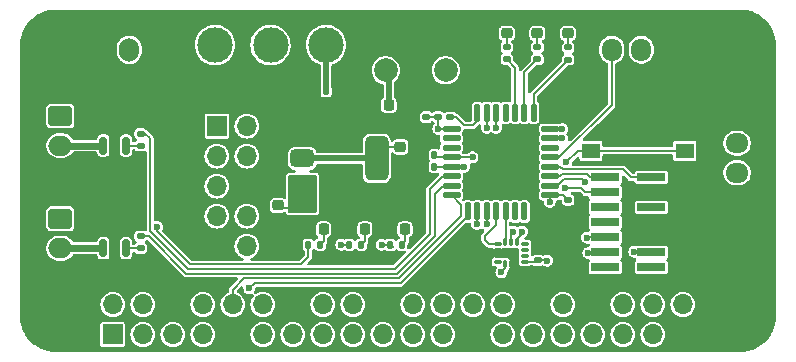
<source format=gbr>
%TF.GenerationSoftware,KiCad,Pcbnew,8.0.1-8.0.1-1~ubuntu22.04.1*%
%TF.CreationDate,2024-04-04T08:17:26+02:00*%
%TF.ProjectId,Ingenuity,496e6765-6e75-4697-9479-2e6b69636164,rev?*%
%TF.SameCoordinates,Original*%
%TF.FileFunction,Copper,L1,Top*%
%TF.FilePolarity,Positive*%
%FSLAX46Y46*%
G04 Gerber Fmt 4.6, Leading zero omitted, Abs format (unit mm)*
G04 Created by KiCad (PCBNEW 8.0.1-8.0.1-1~ubuntu22.04.1) date 2024-04-04 08:17:26*
%MOMM*%
%LPD*%
G01*
G04 APERTURE LIST*
G04 Aperture macros list*
%AMRoundRect*
0 Rectangle with rounded corners*
0 $1 Rounding radius*
0 $2 $3 $4 $5 $6 $7 $8 $9 X,Y pos of 4 corners*
0 Add a 4 corners polygon primitive as box body*
4,1,4,$2,$3,$4,$5,$6,$7,$8,$9,$2,$3,0*
0 Add four circle primitives for the rounded corners*
1,1,$1+$1,$2,$3*
1,1,$1+$1,$4,$5*
1,1,$1+$1,$6,$7*
1,1,$1+$1,$8,$9*
0 Add four rect primitives between the rounded corners*
20,1,$1+$1,$2,$3,$4,$5,0*
20,1,$1+$1,$4,$5,$6,$7,0*
20,1,$1+$1,$6,$7,$8,$9,0*
20,1,$1+$1,$8,$9,$2,$3,0*%
G04 Aperture macros list end*
%TA.AperFunction,ComponentPad*%
%ADD10RoundRect,0.250000X0.600000X0.725000X-0.600000X0.725000X-0.600000X-0.725000X0.600000X-0.725000X0*%
%TD*%
%TA.AperFunction,ComponentPad*%
%ADD11O,1.700000X1.950000*%
%TD*%
%TA.AperFunction,SMDPad,CuDef*%
%ADD12RoundRect,0.140000X0.170000X-0.140000X0.170000X0.140000X-0.170000X0.140000X-0.170000X-0.140000X0*%
%TD*%
%TA.AperFunction,SMDPad,CuDef*%
%ADD13RoundRect,0.135000X-0.135000X-0.185000X0.135000X-0.185000X0.135000X0.185000X-0.135000X0.185000X0*%
%TD*%
%TA.AperFunction,ComponentPad*%
%ADD14RoundRect,0.250000X0.600000X0.750000X-0.600000X0.750000X-0.600000X-0.750000X0.600000X-0.750000X0*%
%TD*%
%TA.AperFunction,ComponentPad*%
%ADD15O,1.700000X2.000000*%
%TD*%
%TA.AperFunction,SMDPad,CuDef*%
%ADD16RoundRect,0.087500X-0.225000X-0.087500X0.225000X-0.087500X0.225000X0.087500X-0.225000X0.087500X0*%
%TD*%
%TA.AperFunction,SMDPad,CuDef*%
%ADD17RoundRect,0.087500X-0.087500X-0.225000X0.087500X-0.225000X0.087500X0.225000X-0.087500X0.225000X0*%
%TD*%
%TA.AperFunction,SMDPad,CuDef*%
%ADD18RoundRect,0.218750X-0.218750X-0.256250X0.218750X-0.256250X0.218750X0.256250X-0.218750X0.256250X0*%
%TD*%
%TA.AperFunction,SMDPad,CuDef*%
%ADD19RoundRect,0.135000X0.185000X-0.135000X0.185000X0.135000X-0.185000X0.135000X-0.185000X-0.135000X0*%
%TD*%
%TA.AperFunction,ComponentPad*%
%ADD20C,4.700000*%
%TD*%
%TA.AperFunction,SMDPad,CuDef*%
%ADD21RoundRect,0.135000X-0.185000X0.135000X-0.185000X-0.135000X0.185000X-0.135000X0.185000X0.135000X0*%
%TD*%
%TA.AperFunction,SMDPad,CuDef*%
%ADD22R,1.550000X1.300000*%
%TD*%
%TA.AperFunction,SMDPad,CuDef*%
%ADD23RoundRect,0.135000X0.135000X0.185000X-0.135000X0.185000X-0.135000X-0.185000X0.135000X-0.185000X0*%
%TD*%
%TA.AperFunction,ComponentPad*%
%ADD24C,3.000000*%
%TD*%
%TA.AperFunction,SMDPad,CuDef*%
%ADD25RoundRect,0.225000X0.250000X-0.225000X0.250000X0.225000X-0.250000X0.225000X-0.250000X-0.225000X0*%
%TD*%
%TA.AperFunction,SMDPad,CuDef*%
%ADD26RoundRect,0.150000X0.150000X-0.587500X0.150000X0.587500X-0.150000X0.587500X-0.150000X-0.587500X0*%
%TD*%
%TA.AperFunction,SMDPad,CuDef*%
%ADD27RoundRect,0.140000X-0.170000X0.140000X-0.170000X-0.140000X0.170000X-0.140000X0.170000X0.140000X0*%
%TD*%
%TA.AperFunction,ComponentPad*%
%ADD28RoundRect,0.250000X-0.750000X0.600000X-0.750000X-0.600000X0.750000X-0.600000X0.750000X0.600000X0*%
%TD*%
%TA.AperFunction,ComponentPad*%
%ADD29O,2.000000X1.700000*%
%TD*%
%TA.AperFunction,ComponentPad*%
%ADD30R,1.700000X1.700000*%
%TD*%
%TA.AperFunction,ComponentPad*%
%ADD31O,1.700000X1.700000*%
%TD*%
%TA.AperFunction,ComponentPad*%
%ADD32C,2.000000*%
%TD*%
%TA.AperFunction,SMDPad,CuDef*%
%ADD33RoundRect,0.218750X-0.256250X0.218750X-0.256250X-0.218750X0.256250X-0.218750X0.256250X0.218750X0*%
%TD*%
%TA.AperFunction,SMDPad,CuDef*%
%ADD34RoundRect,0.225000X-0.225000X-0.250000X0.225000X-0.250000X0.225000X0.250000X-0.225000X0.250000X0*%
%TD*%
%TA.AperFunction,ComponentPad*%
%ADD35RoundRect,0.250000X0.725000X-0.600000X0.725000X0.600000X-0.725000X0.600000X-0.725000X-0.600000X0*%
%TD*%
%TA.AperFunction,ComponentPad*%
%ADD36O,1.950000X1.700000*%
%TD*%
%TA.AperFunction,SMDPad,CuDef*%
%ADD37RoundRect,0.140000X0.140000X0.170000X-0.140000X0.170000X-0.140000X-0.170000X0.140000X-0.170000X0*%
%TD*%
%TA.AperFunction,SMDPad,CuDef*%
%ADD38R,2.400000X0.740000*%
%TD*%
%TA.AperFunction,SMDPad,CuDef*%
%ADD39RoundRect,0.375000X-0.625000X-0.375000X0.625000X-0.375000X0.625000X0.375000X-0.625000X0.375000X0*%
%TD*%
%TA.AperFunction,SMDPad,CuDef*%
%ADD40RoundRect,0.500000X-0.500000X-1.400000X0.500000X-1.400000X0.500000X1.400000X-0.500000X1.400000X0*%
%TD*%
%TA.AperFunction,SMDPad,CuDef*%
%ADD41RoundRect,0.125000X-0.625000X-0.125000X0.625000X-0.125000X0.625000X0.125000X-0.625000X0.125000X0*%
%TD*%
%TA.AperFunction,SMDPad,CuDef*%
%ADD42RoundRect,0.125000X-0.125000X-0.625000X0.125000X-0.625000X0.125000X0.625000X-0.125000X0.625000X0*%
%TD*%
%TA.AperFunction,SMDPad,CuDef*%
%ADD43RoundRect,0.225000X-0.250000X0.225000X-0.250000X-0.225000X0.250000X-0.225000X0.250000X0.225000X0*%
%TD*%
%TA.AperFunction,ViaPad*%
%ADD44C,0.600000*%
%TD*%
%TA.AperFunction,Conductor*%
%ADD45C,0.200000*%
%TD*%
%TA.AperFunction,Conductor*%
%ADD46C,0.500000*%
%TD*%
%TA.AperFunction,Conductor*%
%ADD47C,0.600000*%
%TD*%
G04 APERTURE END LIST*
D10*
%TO.P,J4,1,Pin_1*%
%TO.N,GND*%
X201600000Y-50400000D03*
D11*
%TO.P,J4,2,Pin_2*%
%TO.N,+5V*%
X199100000Y-50400000D03*
%TO.P,J4,3,Pin_3*%
%TO.N,PWM3*%
X196600000Y-50400000D03*
%TD*%
D12*
%TO.P,C9,1*%
%TO.N,+3.3V*%
X190350000Y-68230000D03*
%TO.P,C9,2*%
%TO.N,GND*%
X190350000Y-67270000D03*
%TD*%
D13*
%TO.P,R3,1*%
%TO.N,+7.5V*%
X170890000Y-66900000D03*
%TO.P,R3,2*%
%TO.N,Net-(D2-A)*%
X171910000Y-66900000D03*
%TD*%
D14*
%TO.P,J1,1,Pin_1*%
%TO.N,GND*%
X158250000Y-50400000D03*
D15*
%TO.P,J1,2,Pin_2*%
%TO.N,+BATT*%
X155750000Y-50400000D03*
%TD*%
D16*
%TO.P,U4,1,SDO/SA0*%
%TO.N,SPI1_MISO*%
X186925000Y-66850000D03*
%TO.P,U4,2,SDX*%
%TO.N,GND*%
X186925000Y-67350000D03*
%TO.P,U4,3,SCX*%
X186925000Y-67850000D03*
%TO.P,U4,4,INT1*%
%TO.N,unconnected-(U4-INT1-Pad4)*%
X186925000Y-68350000D03*
D17*
%TO.P,U4,5,VDDIO*%
%TO.N,+3.3V*%
X187587500Y-68512500D03*
%TO.P,U4,6,GND*%
%TO.N,GND*%
X188087500Y-68512500D03*
%TO.P,U4,7,GND*%
X188587500Y-68512500D03*
D16*
%TO.P,U4,8,VDD*%
%TO.N,+3.3V*%
X189250000Y-68350000D03*
%TO.P,U4,9,INT2*%
%TO.N,unconnected-(U4-INT2-Pad9)*%
X189250000Y-67850000D03*
%TO.P,U4,10,OCS_Aux*%
%TO.N,unconnected-(U4-OCS_Aux-Pad10)*%
X189250000Y-67350000D03*
%TO.P,U4,11,SDO_Aux*%
%TO.N,unconnected-(U4-SDO_Aux-Pad11)*%
X189250000Y-66850000D03*
D17*
%TO.P,U4,12,CS*%
%TO.N,SPI_CS*%
X188587500Y-66687500D03*
%TO.P,U4,13,SCL*%
%TO.N,SPI1_SCK*%
X188087500Y-66687500D03*
%TO.P,U4,14,SDA*%
%TO.N,SPI1_MOSI*%
X187587500Y-66687500D03*
%TD*%
D18*
%TO.P,D2,1,K*%
%TO.N,GND*%
X170612500Y-65600000D03*
%TO.P,D2,2,A*%
%TO.N,Net-(D2-A)*%
X172187500Y-65600000D03*
%TD*%
D19*
%TO.P,R6,1*%
%TO.N,LED3*%
X192910000Y-51220000D03*
%TO.P,R6,2*%
%TO.N,Net-(D5-A)*%
X192910000Y-50200000D03*
%TD*%
D12*
%TO.P,C2,1*%
%TO.N,+3.3V*%
X180900000Y-56080000D03*
%TO.P,C2,2*%
%TO.N,GND*%
X180900000Y-55120000D03*
%TD*%
D20*
%TO.P,H3,1,1*%
%TO.N,GND*%
X149500000Y-73000000D03*
%TD*%
D21*
%TO.P,R9,1*%
%TO.N,PWM2*%
X156700000Y-66190000D03*
%TO.P,R9,2*%
%TO.N,Net-(Q1-G)*%
X156700000Y-67210000D03*
%TD*%
D22*
%TO.P,SW2,2,2*%
%TO.N,NRST*%
X202775000Y-58950000D03*
X194825000Y-58950000D03*
%TO.P,SW2,1,1*%
%TO.N,GND*%
X202775000Y-54450000D03*
X194825000Y-54450000D03*
%TD*%
D23*
%TO.P,R1,1*%
%TO.N,Net-(SW1-A)*%
X172410000Y-53900000D03*
%TO.P,R1,2*%
%TO.N,GND*%
X171390000Y-53900000D03*
%TD*%
D19*
%TO.P,R2,1*%
%TO.N,LED1*%
X187700000Y-51200000D03*
%TO.P,R2,2*%
%TO.N,Net-(D1-A)*%
X187700000Y-50180000D03*
%TD*%
D12*
%TO.P,C6,1*%
%TO.N,+3.3V*%
X181900000Y-56080000D03*
%TO.P,C6,2*%
%TO.N,GND*%
X181900000Y-55120000D03*
%TD*%
D19*
%TO.P,R8,1*%
%TO.N,Net-(U2-PH3)*%
X182900000Y-56100000D03*
%TO.P,R8,2*%
%TO.N,GND*%
X182900000Y-55080000D03*
%TD*%
D24*
%TO.P,SW1,1,A*%
%TO.N,Net-(SW1-A)*%
X172400000Y-50000000D03*
%TO.P,SW1,2,B*%
%TO.N,+7.5V*%
X167700000Y-50000000D03*
%TO.P,SW1,3,C*%
%TO.N,+BATT*%
X163000000Y-50000000D03*
%TD*%
D25*
%TO.P,C7,1*%
%TO.N,+5V*%
X168300000Y-63575000D03*
%TO.P,C7,2*%
%TO.N,GND*%
X168300000Y-62025000D03*
%TD*%
D26*
%TO.P,Q1,1,D*%
%TO.N,Net-(J6-Pin_2)*%
X153550000Y-67200000D03*
%TO.P,Q1,2,G*%
%TO.N,Net-(Q1-G)*%
X155450000Y-67200000D03*
%TO.P,Q1,3,S*%
%TO.N,GND*%
X154500000Y-65325000D03*
%TD*%
D19*
%TO.P,R4,1*%
%TO.N,LED2*%
X190300000Y-51200000D03*
%TO.P,R4,2*%
%TO.N,Net-(D3-A)*%
X190300000Y-50180000D03*
%TD*%
D27*
%TO.P,C3,1*%
%TO.N,+3.3V*%
X192900000Y-63100000D03*
%TO.P,C3,2*%
%TO.N,GND*%
X192900000Y-64060000D03*
%TD*%
D28*
%TO.P,J6,1,Pin_1*%
%TO.N,+7.5V*%
X149900000Y-64700000D03*
D29*
%TO.P,J6,2,Pin_2*%
%TO.N,Net-(J6-Pin_2)*%
X149900000Y-67200000D03*
%TD*%
D30*
%TO.P,J3,1,Pin_1*%
%TO.N,unconnected-(J3-Pin_1-Pad1)*%
X154340000Y-74500000D03*
D31*
%TO.P,J3,2,Pin_2*%
%TO.N,+5V*%
X154340000Y-71960000D03*
%TO.P,J3,3,Pin_3*%
%TO.N,unconnected-(J3-Pin_3-Pad3)*%
X156880000Y-74500000D03*
%TO.P,J3,4,Pin_4*%
%TO.N,+5V*%
X156880000Y-71960000D03*
%TO.P,J3,5,Pin_5*%
%TO.N,unconnected-(J3-Pin_5-Pad5)*%
X159420000Y-74500000D03*
%TO.P,J3,6,Pin_6*%
%TO.N,GND*%
X159420000Y-71960000D03*
%TO.P,J3,7,Pin_7*%
%TO.N,unconnected-(J3-Pin_7-Pad7)*%
X161960000Y-74500000D03*
%TO.P,J3,8,Pin_8*%
%TO.N,USART2_RX*%
X161960000Y-71960000D03*
%TO.P,J3,9,Pin_9*%
%TO.N,GND*%
X164500000Y-74500000D03*
%TO.P,J3,10,Pin_10*%
%TO.N,USART2_TX*%
X164500000Y-71960000D03*
%TO.P,J3,11,Pin_11*%
%TO.N,unconnected-(J3-Pin_11-Pad11)*%
X167040000Y-74500000D03*
%TO.P,J3,12,Pin_12*%
%TO.N,unconnected-(J3-Pin_12-Pad12)*%
X167040000Y-71960000D03*
%TO.P,J3,13,Pin_13*%
%TO.N,unconnected-(J3-Pin_13-Pad13)*%
X169580000Y-74500000D03*
%TO.P,J3,14,Pin_14*%
%TO.N,GND*%
X169580000Y-71960000D03*
%TO.P,J3,15,Pin_15*%
%TO.N,unconnected-(J3-Pin_15-Pad15)*%
X172120000Y-74500000D03*
%TO.P,J3,16,Pin_16*%
%TO.N,unconnected-(J3-Pin_16-Pad16)*%
X172120000Y-71960000D03*
%TO.P,J3,17,Pin_17*%
%TO.N,unconnected-(J3-Pin_17-Pad17)*%
X174660000Y-74500000D03*
%TO.P,J3,18,Pin_18*%
%TO.N,unconnected-(J3-Pin_18-Pad18)*%
X174660000Y-71960000D03*
%TO.P,J3,19,Pin_19*%
%TO.N,unconnected-(J3-Pin_19-Pad19)*%
X177200000Y-74500000D03*
%TO.P,J3,20,Pin_20*%
%TO.N,GND*%
X177200000Y-71960000D03*
%TO.P,J3,21,Pin_21*%
%TO.N,unconnected-(J3-Pin_21-Pad21)*%
X179740000Y-74500000D03*
%TO.P,J3,22,Pin_22*%
%TO.N,unconnected-(J3-Pin_22-Pad22)*%
X179740000Y-71960000D03*
%TO.P,J3,23,Pin_23*%
%TO.N,unconnected-(J3-Pin_23-Pad23)*%
X182280000Y-74500000D03*
%TO.P,J3,24,Pin_24*%
%TO.N,unconnected-(J3-Pin_24-Pad24)*%
X182280000Y-71960000D03*
%TO.P,J3,25,Pin_25*%
%TO.N,GND*%
X184820000Y-74500000D03*
%TO.P,J3,26,Pin_26*%
%TO.N,unconnected-(J3-Pin_26-Pad26)*%
X184820000Y-71960000D03*
%TO.P,J3,27,Pin_27*%
%TO.N,unconnected-(J3-Pin_27-Pad27)*%
X187360000Y-74500000D03*
%TO.P,J3,28,Pin_28*%
%TO.N,unconnected-(J3-Pin_28-Pad28)*%
X187360000Y-71960000D03*
%TO.P,J3,29,Pin_29*%
%TO.N,unconnected-(J3-Pin_29-Pad29)*%
X189900000Y-74500000D03*
%TO.P,J3,30,Pin_30*%
%TO.N,GND*%
X189900000Y-71960000D03*
%TO.P,J3,31,Pin_31*%
%TO.N,unconnected-(J3-Pin_31-Pad31)*%
X192440000Y-74500000D03*
%TO.P,J3,32,Pin_32*%
%TO.N,unconnected-(J3-Pin_32-Pad32)*%
X192440000Y-71960000D03*
%TO.P,J3,33,Pin_33*%
%TO.N,unconnected-(J3-Pin_33-Pad33)*%
X194980000Y-74500000D03*
%TO.P,J3,34,Pin_34*%
%TO.N,GND*%
X194980000Y-71960000D03*
%TO.P,J3,35,Pin_35*%
%TO.N,unconnected-(J3-Pin_35-Pad35)*%
X197520000Y-74500000D03*
%TO.P,J3,36,Pin_36*%
%TO.N,unconnected-(J3-Pin_36-Pad36)*%
X197520000Y-71960000D03*
%TO.P,J3,37,Pin_37*%
%TO.N,unconnected-(J3-Pin_37-Pad37)*%
X200060000Y-74500000D03*
%TO.P,J3,38,Pin_38*%
%TO.N,unconnected-(J3-Pin_38-Pad38)*%
X200060000Y-71960000D03*
%TO.P,J3,39,Pin_39*%
%TO.N,GND*%
X202600000Y-74500000D03*
%TO.P,J3,40,Pin_40*%
%TO.N,unconnected-(J3-Pin_40-Pad40)*%
X202600000Y-71960000D03*
%TD*%
D32*
%TO.P,U1,1,Vin*%
%TO.N,+7.5V*%
X177460000Y-52125000D03*
%TO.P,U1,2,GND*%
%TO.N,GND*%
X180000000Y-52125000D03*
%TO.P,U1,3,Vout*%
%TO.N,+5V*%
X182540000Y-52125000D03*
%TD*%
D33*
%TO.P,D5,1,K*%
%TO.N,GND*%
X192900000Y-47412500D03*
%TO.P,D5,2,A*%
%TO.N,Net-(D5-A)*%
X192900000Y-48987500D03*
%TD*%
D26*
%TO.P,Q2,1,D*%
%TO.N,Net-(J7-Pin_2)*%
X153550000Y-58500000D03*
%TO.P,Q2,2,G*%
%TO.N,Net-(Q2-G)*%
X155450000Y-58500000D03*
%TO.P,Q2,3,S*%
%TO.N,GND*%
X154500000Y-56625000D03*
%TD*%
D34*
%TO.P,C1,1*%
%TO.N,+7.5V*%
X177725000Y-55100000D03*
%TO.P,C1,2*%
%TO.N,GND*%
X179275000Y-55100000D03*
%TD*%
D13*
%TO.P,R5,1*%
%TO.N,+5V*%
X174380000Y-66900000D03*
%TO.P,R5,2*%
%TO.N,Net-(D4-A)*%
X175400000Y-66900000D03*
%TD*%
D35*
%TO.P,J5,1,Pin_1*%
%TO.N,GND*%
X207200000Y-63300000D03*
D36*
%TO.P,J5,2,Pin_2*%
%TO.N,+5V*%
X207200000Y-60800000D03*
%TO.P,J5,3,Pin_3*%
%TO.N,PWM4*%
X207200000Y-58300000D03*
%TD*%
D18*
%TO.P,D6,1,K*%
%TO.N,GND*%
X177512500Y-65600000D03*
%TO.P,D6,2,A*%
%TO.N,Net-(D6-A)*%
X179087500Y-65600000D03*
%TD*%
D20*
%TO.P,H2,1,1*%
%TO.N,GND*%
X207500000Y-50000000D03*
%TD*%
D33*
%TO.P,D1,1,K*%
%TO.N,GND*%
X187700000Y-47412500D03*
%TO.P,D1,2,A*%
%TO.N,Net-(D1-A)*%
X187700000Y-48987500D03*
%TD*%
D13*
%TO.P,R7,1*%
%TO.N,+3.3V*%
X177790000Y-66900000D03*
%TO.P,R7,2*%
%TO.N,Net-(D6-A)*%
X178810000Y-66900000D03*
%TD*%
D28*
%TO.P,J7,1,Pin_1*%
%TO.N,+7.5V*%
X149900000Y-56000000D03*
D29*
%TO.P,J7,2,Pin_2*%
%TO.N,Net-(J7-Pin_2)*%
X149900000Y-58500000D03*
%TD*%
D33*
%TO.P,D3,1,K*%
%TO.N,GND*%
X190300000Y-47412500D03*
%TO.P,D3,2,A*%
%TO.N,Net-(D3-A)*%
X190300000Y-48987500D03*
%TD*%
D30*
%TO.P,J2,1,Pin_1*%
%TO.N,unconnected-(J2-Pin_1-Pad1)*%
X163160000Y-56860000D03*
D31*
%TO.P,J2,2,Pin_2*%
%TO.N,I2C1_SCL*%
X165700000Y-56860000D03*
%TO.P,J2,3,Pin_3*%
%TO.N,+3.3V*%
X163160000Y-59400000D03*
%TO.P,J2,4,Pin_4*%
%TO.N,I2C1_SDA*%
X165700000Y-59400000D03*
%TO.P,J2,5,Pin_5*%
%TO.N,+3.3V*%
X163160000Y-61940000D03*
%TO.P,J2,6,Pin_6*%
%TO.N,GND*%
X165700000Y-61940000D03*
%TO.P,J2,7,Pin_7*%
%TO.N,unconnected-(J2-Pin_7-Pad7)*%
X163160000Y-64480000D03*
%TO.P,J2,8,Pin_8*%
%TO.N,unconnected-(J2-Pin_8-Pad8)*%
X165700000Y-64480000D03*
%TO.P,J2,9,Pin_9*%
%TO.N,GND*%
X163160000Y-67020000D03*
%TO.P,J2,10,Pin_10*%
%TO.N,unconnected-(J2-Pin_10-Pad10)*%
X165700000Y-67020000D03*
%TD*%
D37*
%TO.P,C5,1*%
%TO.N,+3.3V*%
X181580000Y-60300000D03*
%TO.P,C5,2*%
%TO.N,GND*%
X180620000Y-60300000D03*
%TD*%
D38*
%TO.P,J8,1,NC*%
%TO.N,unconnected-(J8-NC-Pad1)*%
X199950000Y-68810000D03*
%TO.P,J8,2,NC*%
%TO.N,unconnected-(J8-NC-Pad2)*%
X196050000Y-68810000D03*
%TO.P,J8,3,VCC*%
%TO.N,+3.3V*%
X199950000Y-67540000D03*
%TO.P,J8,4,JTMS/SWDIO*%
%TO.N,SWDIO*%
X196050000Y-67540000D03*
%TO.P,J8,5,GND*%
%TO.N,GND*%
X199950000Y-66270000D03*
%TO.P,J8,6,JCLK/SWCLK*%
%TO.N,SWCLK*%
X196050000Y-66270000D03*
%TO.P,J8,7,GND*%
%TO.N,GND*%
X199950000Y-65000000D03*
%TO.P,J8,8,JTDO/SWO*%
%TO.N,unconnected-(J8-JTDO{slash}SWO-Pad8)*%
X196050000Y-65000000D03*
%TO.P,J8,9,JRCLK/NC*%
%TO.N,unconnected-(J8-JRCLK{slash}NC-Pad9)*%
X199950000Y-63730000D03*
%TO.P,J8,10,JTDI/NC*%
%TO.N,unconnected-(J8-JTDI{slash}NC-Pad10)*%
X196050000Y-63730000D03*
%TO.P,J8,11,GNDDetect*%
%TO.N,GND*%
X199950000Y-62460000D03*
%TO.P,J8,12,~{RST}*%
%TO.N,NRST*%
X196050000Y-62460000D03*
%TO.P,J8,13,VCP_RX*%
%TO.N,USART1_RX*%
X199950000Y-61190000D03*
%TO.P,J8,14,VCP_TX*%
%TO.N,USART1_TX*%
X196050000Y-61190000D03*
%TD*%
D39*
%TO.P,U3,1,GND*%
%TO.N,GND*%
X170400000Y-57300000D03*
%TO.P,U3,2,VO*%
%TO.N,+3.3V*%
X170400000Y-59600000D03*
D40*
X176700000Y-59600000D03*
D39*
%TO.P,U3,3,VI*%
%TO.N,+5V*%
X170400000Y-61900000D03*
%TD*%
D41*
%TO.P,U2,1,VDD*%
%TO.N,+3.3V*%
X183025000Y-57100000D03*
%TO.P,U2,2,PC14*%
%TO.N,unconnected-(U2-PC14-Pad2)*%
X183025000Y-57900000D03*
%TO.P,U2,3,PC15*%
%TO.N,unconnected-(U2-PC15-Pad3)*%
X183025000Y-58700000D03*
%TO.P,U2,4,NRST*%
%TO.N,NRST*%
X183025000Y-59500000D03*
%TO.P,U2,5,VDDA*%
%TO.N,+3.3V*%
X183025000Y-60300000D03*
%TO.P,U2,6,PA0*%
%TO.N,PWM1*%
X183025000Y-61100000D03*
%TO.P,U2,7,PA1*%
%TO.N,PWM2*%
X183025000Y-61900000D03*
%TO.P,U2,8,PA2*%
%TO.N,USART2_TX*%
X183025000Y-62700000D03*
D42*
%TO.P,U2,9,PA3*%
%TO.N,USART2_RX*%
X184400000Y-64075000D03*
%TO.P,U2,10,PA4*%
%TO.N,SPI_CS*%
X185200000Y-64075000D03*
%TO.P,U2,11,PA5*%
%TO.N,SPI1_SCK*%
X186000000Y-64075000D03*
%TO.P,U2,12,PA6*%
%TO.N,SPI1_MISO*%
X186800000Y-64075000D03*
%TO.P,U2,13,PA7*%
%TO.N,SPI1_MOSI*%
X187600000Y-64075000D03*
%TO.P,U2,14,PB0*%
%TO.N,unconnected-(U2-PB0-Pad14)*%
X188400000Y-64075000D03*
%TO.P,U2,15,PB1*%
%TO.N,unconnected-(U2-PB1-Pad15)*%
X189200000Y-64075000D03*
%TO.P,U2,16,VSS*%
%TO.N,GND*%
X190000000Y-64075000D03*
D41*
%TO.P,U2,17,VDD*%
%TO.N,+3.3V*%
X191375000Y-62700000D03*
%TO.P,U2,18,PA8*%
%TO.N,PWM4*%
X191375000Y-61900000D03*
%TO.P,U2,19,PA9*%
%TO.N,USART1_TX*%
X191375000Y-61100000D03*
%TO.P,U2,20,PA10*%
%TO.N,USART1_RX*%
X191375000Y-60300000D03*
%TO.P,U2,21,PA11*%
%TO.N,PWM3*%
X191375000Y-59500000D03*
%TO.P,U2,22,PA12*%
%TO.N,unconnected-(U2-PA12-Pad22)*%
X191375000Y-58700000D03*
%TO.P,U2,23,PA13*%
%TO.N,SWDIO*%
X191375000Y-57900000D03*
%TO.P,U2,24,PA14*%
%TO.N,SWCLK*%
X191375000Y-57100000D03*
D42*
%TO.P,U2,25,PA15*%
%TO.N,LED3*%
X190000000Y-55725000D03*
%TO.P,U2,26,PB3*%
%TO.N,LED2*%
X189200000Y-55725000D03*
%TO.P,U2,27,PB4*%
%TO.N,LED1*%
X188400000Y-55725000D03*
%TO.P,U2,28,PB5*%
%TO.N,unconnected-(U2-PB5-Pad28)*%
X187600000Y-55725000D03*
%TO.P,U2,29,PB6*%
%TO.N,I2C1_SCL*%
X186800000Y-55725000D03*
%TO.P,U2,30,PB7*%
%TO.N,I2C1_SDA*%
X186000000Y-55725000D03*
%TO.P,U2,31,PH3*%
%TO.N,Net-(U2-PH3)*%
X185200000Y-55725000D03*
%TO.P,U2,32,VSS*%
%TO.N,GND*%
X184400000Y-55725000D03*
%TD*%
D21*
%TO.P,R10,1*%
%TO.N,PWM1*%
X156700000Y-57490000D03*
%TO.P,R10,2*%
%TO.N,Net-(Q2-G)*%
X156700000Y-58510000D03*
%TD*%
D20*
%TO.P,H4,1,1*%
%TO.N,GND*%
X207500000Y-73000000D03*
%TD*%
D43*
%TO.P,C8,1*%
%TO.N,+3.3V*%
X178700000Y-58625000D03*
%TO.P,C8,2*%
%TO.N,GND*%
X178700000Y-60175000D03*
%TD*%
D20*
%TO.P,H1,1,1*%
%TO.N,GND*%
X149500000Y-50000000D03*
%TD*%
D37*
%TO.P,C4,1*%
%TO.N,NRST*%
X181580000Y-59300000D03*
%TO.P,C4,2*%
%TO.N,GND*%
X180620000Y-59300000D03*
%TD*%
D18*
%TO.P,D4,1,K*%
%TO.N,GND*%
X174112500Y-65600000D03*
%TO.P,D4,2,A*%
%TO.N,Net-(D4-A)*%
X175687500Y-65600000D03*
%TD*%
D44*
%TO.N,GND*%
X191600000Y-47400000D03*
X189000000Y-47400000D03*
%TO.N,NRST*%
X192752971Y-59900000D03*
%TO.N,PWM4*%
X194351994Y-61604633D03*
%TO.N,+3.3V*%
X191334358Y-63256239D03*
%TO.N,NRST*%
X192619344Y-62112315D03*
%TO.N,+3.3V*%
X198500000Y-67500000D03*
%TO.N,SWCLK*%
X194500000Y-66300000D03*
%TO.N,SWDIO*%
X194600000Y-67600000D03*
%TO.N,GND*%
X201500000Y-62500000D03*
X201500000Y-66300000D03*
X201500000Y-65000000D03*
X192000000Y-63700000D03*
%TO.N,NRST*%
X184800000Y-59500000D03*
%TO.N,+5V*%
X169600000Y-63800000D03*
X171200000Y-63800000D03*
X173700000Y-66900000D03*
X170400000Y-63800000D03*
%TO.N,+3.3V*%
X173600000Y-59600000D03*
X191100000Y-68250000D03*
X181900000Y-57100000D03*
X172200000Y-59600000D03*
X175000000Y-59600000D03*
X187250000Y-69250000D03*
X177100000Y-66900000D03*
X184100000Y-60300000D03*
%TO.N,+7.5V*%
X158100000Y-65400000D03*
%TO.N,SWCLK*%
X192400000Y-57100000D03*
%TO.N,SWDIO*%
X192400000Y-57900000D03*
%TO.N,USART2_RX*%
X165900000Y-70600000D03*
%TO.N,I2C1_SDA*%
X186000000Y-57000000D03*
%TO.N,I2C1_SCL*%
X186800000Y-57000000D03*
%TO.N,SPI_CS*%
X189000003Y-65800000D03*
X185200000Y-65150000D03*
%TO.N,SPI1_SCK*%
X188200000Y-65800000D03*
X186000000Y-65150000D03*
%TO.N,GND*%
X180000000Y-69800000D03*
X180620000Y-61100000D03*
X184300000Y-62800000D03*
X171500000Y-68300000D03*
X153800000Y-55300000D03*
X170400000Y-56200000D03*
X155200000Y-64000000D03*
X184300000Y-65600000D03*
X176700000Y-53500000D03*
X180500000Y-65600000D03*
X159700000Y-69500000D03*
X195200000Y-55600000D03*
X184400000Y-54400000D03*
X191050000Y-67250000D03*
X190000000Y-57100000D03*
X169000000Y-57300000D03*
X171700000Y-57300000D03*
X185850000Y-67650000D03*
X180600000Y-58500000D03*
X170700000Y-53900000D03*
X193400000Y-55600000D03*
X188350000Y-69750000D03*
X153800000Y-64000000D03*
X181900000Y-54400000D03*
X161100000Y-67800000D03*
X180200000Y-55100000D03*
X155200000Y-55300000D03*
X154500000Y-55300000D03*
X169900000Y-67900000D03*
X177800000Y-68300000D03*
X178700000Y-61200000D03*
X154500000Y-64000000D03*
X190000000Y-62600000D03*
%TD*%
D45*
%TO.N,LED3*%
X190000000Y-55725000D02*
X190000000Y-54130000D01*
X190000000Y-54130000D02*
X192910000Y-51220000D01*
%TO.N,LED2*%
X189200000Y-55725000D02*
X189200000Y-52300000D01*
X189200000Y-52300000D02*
X190300000Y-51200000D01*
%TO.N,LED1*%
X188400000Y-55725000D02*
X188400000Y-51900000D01*
X188400000Y-51900000D02*
X187700000Y-51200000D01*
%TO.N,NRST*%
X193702971Y-58950000D02*
X192752971Y-59900000D01*
X194825000Y-58950000D02*
X193702971Y-58950000D01*
X194360000Y-62460000D02*
X196050000Y-62460000D01*
X192619344Y-62112315D02*
X194012315Y-62112315D01*
X194012315Y-62112315D02*
X194360000Y-62460000D01*
%TO.N,+3.3V*%
X191375000Y-62700000D02*
X192500000Y-62700000D01*
X192500000Y-62700000D02*
X192900000Y-63100000D01*
%TO.N,PWM4*%
X194351994Y-61604633D02*
X194087361Y-61340000D01*
X194087361Y-61340000D02*
X192525686Y-61340000D01*
X192525686Y-61340000D02*
X191965686Y-61900000D01*
X191965686Y-61900000D02*
X191375000Y-61900000D01*
%TO.N,+3.3V*%
X191375000Y-63215597D02*
X191334358Y-63256239D01*
X191375000Y-62700000D02*
X191375000Y-63215597D01*
X198540000Y-67540000D02*
X198500000Y-67500000D01*
X199950000Y-67540000D02*
X198540000Y-67540000D01*
%TO.N,SWDIO*%
X195990000Y-67600000D02*
X196050000Y-67540000D01*
X194600000Y-67600000D02*
X195990000Y-67600000D01*
%TO.N,SWCLK*%
X194500000Y-66300000D02*
X194530000Y-66270000D01*
X194530000Y-66270000D02*
X196050000Y-66270000D01*
%TO.N,PWM3*%
X191375000Y-59500000D02*
X192148529Y-59500000D01*
X192148529Y-59500000D02*
X196600000Y-55048529D01*
X196600000Y-55048529D02*
X196600000Y-50400000D01*
%TO.N,GND*%
X201460000Y-62460000D02*
X201500000Y-62500000D01*
X199950000Y-62460000D02*
X201460000Y-62460000D01*
X201470000Y-66270000D02*
X201500000Y-66300000D01*
X199950000Y-66270000D02*
X201470000Y-66270000D01*
X199950000Y-65000000D02*
X201500000Y-65000000D01*
%TO.N,USART1_TX*%
X191375000Y-61100000D02*
X192200000Y-61100000D01*
X192200000Y-61100000D02*
X192380000Y-60920000D01*
X192380000Y-60920000D02*
X194520000Y-60920000D01*
X194520000Y-60920000D02*
X194790000Y-61190000D01*
X194790000Y-61190000D02*
X196050000Y-61190000D01*
%TO.N,USART1_RX*%
X191375000Y-60300000D02*
X192200000Y-60300000D01*
X192200000Y-60300000D02*
X192420000Y-60520000D01*
X192420000Y-60520000D02*
X197520000Y-60520000D01*
X197520000Y-60520000D02*
X198190000Y-61190000D01*
X198190000Y-61190000D02*
X199950000Y-61190000D01*
%TO.N,NRST*%
X199100000Y-58950000D02*
X200450000Y-58950000D01*
X200450000Y-58950000D02*
X202775000Y-58950000D01*
X194825000Y-58950000D02*
X200450000Y-58950000D01*
%TO.N,Net-(D5-A)*%
X192900000Y-48987500D02*
X192900000Y-50190000D01*
X192900000Y-50190000D02*
X192910000Y-50200000D01*
%TO.N,Net-(D3-A)*%
X190300000Y-48987500D02*
X190300000Y-50180000D01*
%TO.N,Net-(D1-A)*%
X187700000Y-48987500D02*
X187700000Y-50180000D01*
%TO.N,NRST*%
X181780000Y-59500000D02*
X181580000Y-59300000D01*
X183025000Y-59500000D02*
X184800000Y-59500000D01*
X183025000Y-59500000D02*
X181780000Y-59500000D01*
%TO.N,+5V*%
X170400000Y-61900000D02*
X170400000Y-61500000D01*
X174380000Y-66900000D02*
X173700000Y-66900000D01*
X169600000Y-63800000D02*
X168525000Y-63800000D01*
X168525000Y-63800000D02*
X168300000Y-63575000D01*
%TO.N,+3.3V*%
X181900000Y-56060000D02*
X180920000Y-56060000D01*
X178700000Y-58625000D02*
X177675000Y-58625000D01*
X190230000Y-68350000D02*
X190350000Y-68230000D01*
X189250000Y-68350000D02*
X190230000Y-68350000D01*
X181900000Y-56080000D02*
X181900000Y-57100000D01*
D46*
X170400000Y-59600000D02*
X172200000Y-59600000D01*
X173600000Y-59600000D02*
X175000000Y-59600000D01*
D45*
X190350000Y-68230000D02*
X191080000Y-68230000D01*
X187587500Y-68512500D02*
X187587500Y-68912500D01*
X180920000Y-56060000D02*
X180900000Y-56080000D01*
D46*
X175000000Y-59600000D02*
X176700000Y-59600000D01*
D45*
X181580000Y-60300000D02*
X183025000Y-60300000D01*
D46*
X172200000Y-59600000D02*
X173600000Y-59600000D01*
D45*
X191080000Y-68230000D02*
X191100000Y-68250000D01*
X183025000Y-57100000D02*
X181900000Y-57100000D01*
X183025000Y-60300000D02*
X184100000Y-60300000D01*
X177790000Y-66900000D02*
X177100000Y-66900000D01*
X178080000Y-67100000D02*
X178080000Y-66969686D01*
X177675000Y-58625000D02*
X176700000Y-59600000D01*
X191395000Y-62720000D02*
X191375000Y-62700000D01*
X187587500Y-68912500D02*
X187250000Y-69250000D01*
%TO.N,+7.5V*%
X163600000Y-68550000D02*
X160881372Y-68550000D01*
X160881372Y-68550000D02*
X158615686Y-66284314D01*
X170890000Y-67960000D02*
X170300000Y-68550000D01*
X170300000Y-68550000D02*
X163600000Y-68550000D01*
X158100000Y-65768628D02*
X158100000Y-65400000D01*
X170890000Y-66900000D02*
X170890000Y-67960000D01*
D46*
X177725000Y-52390000D02*
X177460000Y-52125000D01*
X177725000Y-55100000D02*
X177725000Y-52390000D01*
D45*
X158615686Y-66284314D02*
X158100000Y-65768628D01*
%TO.N,Net-(D2-A)*%
X172187500Y-66622500D02*
X171910000Y-66900000D01*
X172187500Y-65600000D02*
X172187500Y-66622500D01*
%TO.N,Net-(D4-A)*%
X175687500Y-66612500D02*
X175400000Y-66900000D01*
X175687500Y-65600000D02*
X175687500Y-66612500D01*
%TO.N,Net-(D6-A)*%
X179087500Y-65600000D02*
X179087500Y-66622500D01*
X179087500Y-66622500D02*
X178810000Y-66900000D01*
%TO.N,USART2_TX*%
X164500000Y-71960000D02*
X164500000Y-70700000D01*
X183850000Y-63525000D02*
X183025000Y-62700000D01*
X183850000Y-64450000D02*
X183850000Y-63525000D01*
X164500000Y-70700000D02*
X165450000Y-69750000D01*
X165450000Y-69750000D02*
X178550000Y-69750000D01*
X178550000Y-69750000D02*
X183850000Y-64450000D01*
%TO.N,SWCLK*%
X191375000Y-57100000D02*
X192400000Y-57100000D01*
%TO.N,SWDIO*%
X192400000Y-57900000D02*
X191375000Y-57900000D01*
%TO.N,USART2_RX*%
X178715685Y-70150000D02*
X184400000Y-64465685D01*
X184400000Y-64465685D02*
X184400000Y-64075000D01*
X166350000Y-70150000D02*
X178715685Y-70150000D01*
X165900000Y-70600000D02*
X166350000Y-70150000D01*
D47*
%TO.N,Net-(J7-Pin_2)*%
X149900000Y-58500000D02*
X153550000Y-58500000D01*
%TO.N,Net-(J6-Pin_2)*%
X149900000Y-67200000D02*
X153550000Y-67200000D01*
D45*
%TO.N,Net-(U2-PH3)*%
X183400000Y-56100000D02*
X184100000Y-56800000D01*
X182900000Y-56100000D02*
X183400000Y-56100000D01*
X184800000Y-56800000D02*
X185200000Y-56400000D01*
X185200000Y-56400000D02*
X185200000Y-55725000D01*
X184100000Y-56800000D02*
X184800000Y-56800000D01*
D46*
%TO.N,Net-(SW1-A)*%
X172400000Y-50000000D02*
X172400000Y-53890000D01*
D45*
X172400000Y-53890000D02*
X172410000Y-53900000D01*
%TO.N,PWM1*%
X160715686Y-68950000D02*
X157500000Y-65734314D01*
X182275001Y-61100000D02*
X181200000Y-62175001D01*
X157500000Y-65734314D02*
X157500000Y-57900000D01*
X157090000Y-57490000D02*
X156700000Y-57490000D01*
X178218628Y-68950000D02*
X160715686Y-68950000D01*
X181200000Y-62175001D02*
X181200000Y-65968628D01*
X157500000Y-57900000D02*
X157090000Y-57490000D01*
X181200000Y-65968628D02*
X178218628Y-68950000D01*
X183025000Y-61100000D02*
X182275001Y-61100000D01*
%TO.N,Net-(Q2-G)*%
X156700000Y-58510000D02*
X155460000Y-58510000D01*
X155460000Y-58510000D02*
X155450000Y-58500000D01*
%TO.N,Net-(Q1-G)*%
X156700000Y-67210000D02*
X155460000Y-67210000D01*
X155460000Y-67210000D02*
X155450000Y-67200000D01*
%TO.N,PWM2*%
X157390000Y-66190000D02*
X156700000Y-66190000D01*
X181600000Y-66134314D02*
X178384314Y-69350000D01*
X183025000Y-61900000D02*
X182275001Y-61900000D01*
X178384314Y-69350000D02*
X160550000Y-69350000D01*
X160550000Y-69350000D02*
X157390000Y-66190000D01*
X182275001Y-61900000D02*
X181600000Y-62575001D01*
X181600000Y-62575001D02*
X181600000Y-66134314D01*
%TO.N,I2C1_SDA*%
X186000000Y-57000000D02*
X186000000Y-55725000D01*
%TO.N,I2C1_SCL*%
X186800000Y-55725000D02*
X186800000Y-57000000D01*
%TO.N,SPI_CS*%
X188587500Y-66375001D02*
X188587500Y-66687500D01*
X185200000Y-65150000D02*
X185200000Y-64075000D01*
X189000003Y-65800000D02*
X189000003Y-65962498D01*
X189000003Y-65962498D02*
X188587500Y-66375001D01*
%TO.N,SPI1_SCK*%
X186000000Y-64075000D02*
X186037500Y-64112500D01*
X186000000Y-65150000D02*
X186000000Y-64075000D01*
X188087500Y-66687500D02*
X188087500Y-65912500D01*
X188087500Y-65912500D02*
X188200000Y-65800000D01*
%TO.N,SPI1_MISO*%
X185850000Y-66500000D02*
X185850000Y-66150000D01*
X186925000Y-66850000D02*
X186200000Y-66850000D01*
X186800000Y-65200000D02*
X186800000Y-64075000D01*
X185850000Y-66150000D02*
X186800000Y-65200000D01*
X186200000Y-66850000D02*
X185850000Y-66500000D01*
%TO.N,SPI1_MOSI*%
X187600000Y-64075000D02*
X187600000Y-66675000D01*
X187600000Y-66675000D02*
X187587500Y-66687500D01*
%TO.N,GND*%
X170400000Y-57300000D02*
X170400000Y-56200000D01*
X170400000Y-57300000D02*
X169000000Y-57300000D01*
X179275000Y-55100000D02*
X180200000Y-55100000D01*
X181940000Y-55080000D02*
X181900000Y-55120000D01*
X181900000Y-55120000D02*
X180900000Y-55120000D01*
X184400000Y-55725000D02*
X184400000Y-54400000D01*
X180620000Y-59300000D02*
X180620000Y-58520000D01*
X182900000Y-55080000D02*
X181940000Y-55080000D01*
X185850000Y-67650000D02*
X186150000Y-67350000D01*
X188087500Y-69487500D02*
X188087500Y-68512500D01*
X186050000Y-67850000D02*
X186925000Y-67850000D01*
X170400000Y-57300000D02*
X171700000Y-57300000D01*
X188350000Y-69750000D02*
X188087500Y-69487500D01*
X191030000Y-67270000D02*
X191050000Y-67250000D01*
X180620000Y-58520000D02*
X180600000Y-58500000D01*
X180620000Y-61100000D02*
X180620000Y-60300000D01*
X190350000Y-67270000D02*
X191030000Y-67270000D01*
X185850000Y-67650000D02*
X186050000Y-67850000D01*
X186150000Y-67350000D02*
X186925000Y-67350000D01*
X188350000Y-69750000D02*
X188587500Y-69512500D01*
X178700000Y-60175000D02*
X178700000Y-61200000D01*
X188587500Y-69512500D02*
X188587500Y-68512500D01*
X171390000Y-53900000D02*
X170700000Y-53900000D01*
X181900000Y-55120000D02*
X181900000Y-54400000D01*
%TD*%
%TA.AperFunction,Conductor*%
%TO.N,+5V*%
G36*
X171543039Y-61019685D02*
G01*
X171588794Y-61072489D01*
X171600000Y-61124000D01*
X171600000Y-64076000D01*
X171580315Y-64143039D01*
X171527511Y-64188794D01*
X171476000Y-64200000D01*
X169324000Y-64200000D01*
X169256961Y-64180315D01*
X169211206Y-64127511D01*
X169200000Y-64076000D01*
X169200000Y-61124000D01*
X169219685Y-61056961D01*
X169272489Y-61011206D01*
X169324000Y-61000000D01*
X171476000Y-61000000D01*
X171543039Y-61019685D01*
G37*
%TD.AperFunction*%
%TD*%
%TA.AperFunction,Conductor*%
%TO.N,GND*%
G36*
X207503244Y-47000670D02*
G01*
X207807046Y-47016592D01*
X207819953Y-47017949D01*
X207951089Y-47038718D01*
X208117209Y-47065028D01*
X208129896Y-47067724D01*
X208420625Y-47145625D01*
X208432965Y-47149635D01*
X208713938Y-47257490D01*
X208725790Y-47262767D01*
X208993968Y-47399411D01*
X209005199Y-47405896D01*
X209257608Y-47569812D01*
X209268109Y-47577441D01*
X209502010Y-47766850D01*
X209511655Y-47775535D01*
X209724464Y-47988344D01*
X209733149Y-47997989D01*
X209922558Y-48231890D01*
X209930187Y-48242391D01*
X210094101Y-48494796D01*
X210100591Y-48506036D01*
X210237231Y-48774206D01*
X210242510Y-48786064D01*
X210350363Y-49067033D01*
X210354374Y-49079376D01*
X210432273Y-49370097D01*
X210434971Y-49382794D01*
X210482050Y-49680046D01*
X210483407Y-49692953D01*
X210499330Y-49996756D01*
X210499500Y-50003246D01*
X210499500Y-72996753D01*
X210499330Y-73003243D01*
X210483407Y-73307046D01*
X210482050Y-73319953D01*
X210434971Y-73617205D01*
X210432273Y-73629902D01*
X210354374Y-73920623D01*
X210350363Y-73932966D01*
X210242510Y-74213935D01*
X210237231Y-74225793D01*
X210100591Y-74493963D01*
X210094101Y-74505203D01*
X209930187Y-74757608D01*
X209922558Y-74768109D01*
X209733149Y-75002010D01*
X209724464Y-75011655D01*
X209511655Y-75224464D01*
X209502010Y-75233149D01*
X209268109Y-75422558D01*
X209257608Y-75430187D01*
X209005203Y-75594101D01*
X208993963Y-75600591D01*
X208725793Y-75737231D01*
X208713935Y-75742510D01*
X208432966Y-75850363D01*
X208420623Y-75854374D01*
X208129902Y-75932273D01*
X208117205Y-75934971D01*
X207819953Y-75982050D01*
X207807046Y-75983407D01*
X207503244Y-75999330D01*
X207496754Y-75999500D01*
X149503246Y-75999500D01*
X149496756Y-75999330D01*
X149192953Y-75983407D01*
X149180046Y-75982050D01*
X148882794Y-75934971D01*
X148870097Y-75932273D01*
X148579376Y-75854374D01*
X148567033Y-75850363D01*
X148286064Y-75742510D01*
X148274206Y-75737231D01*
X148006036Y-75600591D01*
X147994796Y-75594101D01*
X147742391Y-75430187D01*
X147731890Y-75422558D01*
X147666680Y-75369752D01*
X153289500Y-75369752D01*
X153301131Y-75428229D01*
X153301132Y-75428230D01*
X153345447Y-75494552D01*
X153411769Y-75538867D01*
X153411770Y-75538868D01*
X153470247Y-75550499D01*
X153470250Y-75550500D01*
X153470252Y-75550500D01*
X155209750Y-75550500D01*
X155209751Y-75550499D01*
X155224568Y-75547552D01*
X155268229Y-75538868D01*
X155268229Y-75538867D01*
X155268231Y-75538867D01*
X155334552Y-75494552D01*
X155378867Y-75428231D01*
X155378867Y-75428229D01*
X155378868Y-75428229D01*
X155390499Y-75369752D01*
X155390500Y-75369750D01*
X155390500Y-74500000D01*
X155824417Y-74500000D01*
X155844699Y-74705932D01*
X155844700Y-74705934D01*
X155904768Y-74903954D01*
X156002315Y-75086450D01*
X156002317Y-75086452D01*
X156133589Y-75246410D01*
X156230209Y-75325702D01*
X156293550Y-75377685D01*
X156476046Y-75475232D01*
X156674066Y-75535300D01*
X156674065Y-75535300D01*
X156692529Y-75537118D01*
X156880000Y-75555583D01*
X157085934Y-75535300D01*
X157283954Y-75475232D01*
X157466450Y-75377685D01*
X157626410Y-75246410D01*
X157757685Y-75086450D01*
X157855232Y-74903954D01*
X157915300Y-74705934D01*
X157935583Y-74500000D01*
X158364417Y-74500000D01*
X158384699Y-74705932D01*
X158384700Y-74705934D01*
X158444768Y-74903954D01*
X158542315Y-75086450D01*
X158542317Y-75086452D01*
X158673589Y-75246410D01*
X158770209Y-75325702D01*
X158833550Y-75377685D01*
X159016046Y-75475232D01*
X159214066Y-75535300D01*
X159214065Y-75535300D01*
X159232529Y-75537118D01*
X159420000Y-75555583D01*
X159625934Y-75535300D01*
X159823954Y-75475232D01*
X160006450Y-75377685D01*
X160166410Y-75246410D01*
X160297685Y-75086450D01*
X160395232Y-74903954D01*
X160455300Y-74705934D01*
X160475583Y-74500000D01*
X160904417Y-74500000D01*
X160924699Y-74705932D01*
X160924700Y-74705934D01*
X160984768Y-74903954D01*
X161082315Y-75086450D01*
X161082317Y-75086452D01*
X161213589Y-75246410D01*
X161310209Y-75325702D01*
X161373550Y-75377685D01*
X161556046Y-75475232D01*
X161754066Y-75535300D01*
X161754065Y-75535300D01*
X161772529Y-75537118D01*
X161960000Y-75555583D01*
X162165934Y-75535300D01*
X162363954Y-75475232D01*
X162546450Y-75377685D01*
X162706410Y-75246410D01*
X162837685Y-75086450D01*
X162935232Y-74903954D01*
X162995300Y-74705934D01*
X163015583Y-74500000D01*
X165984417Y-74500000D01*
X166004699Y-74705932D01*
X166004700Y-74705934D01*
X166064768Y-74903954D01*
X166162315Y-75086450D01*
X166162317Y-75086452D01*
X166293589Y-75246410D01*
X166390209Y-75325702D01*
X166453550Y-75377685D01*
X166636046Y-75475232D01*
X166834066Y-75535300D01*
X166834065Y-75535300D01*
X166852529Y-75537118D01*
X167040000Y-75555583D01*
X167245934Y-75535300D01*
X167443954Y-75475232D01*
X167626450Y-75377685D01*
X167786410Y-75246410D01*
X167917685Y-75086450D01*
X168015232Y-74903954D01*
X168075300Y-74705934D01*
X168095583Y-74500000D01*
X168524417Y-74500000D01*
X168544699Y-74705932D01*
X168544700Y-74705934D01*
X168604768Y-74903954D01*
X168702315Y-75086450D01*
X168702317Y-75086452D01*
X168833589Y-75246410D01*
X168930209Y-75325702D01*
X168993550Y-75377685D01*
X169176046Y-75475232D01*
X169374066Y-75535300D01*
X169374065Y-75535300D01*
X169392529Y-75537118D01*
X169580000Y-75555583D01*
X169785934Y-75535300D01*
X169983954Y-75475232D01*
X170166450Y-75377685D01*
X170326410Y-75246410D01*
X170457685Y-75086450D01*
X170555232Y-74903954D01*
X170615300Y-74705934D01*
X170635583Y-74500000D01*
X171064417Y-74500000D01*
X171084699Y-74705932D01*
X171084700Y-74705934D01*
X171144768Y-74903954D01*
X171242315Y-75086450D01*
X171242317Y-75086452D01*
X171373589Y-75246410D01*
X171470209Y-75325702D01*
X171533550Y-75377685D01*
X171716046Y-75475232D01*
X171914066Y-75535300D01*
X171914065Y-75535300D01*
X171932529Y-75537118D01*
X172120000Y-75555583D01*
X172325934Y-75535300D01*
X172523954Y-75475232D01*
X172706450Y-75377685D01*
X172866410Y-75246410D01*
X172997685Y-75086450D01*
X173095232Y-74903954D01*
X173155300Y-74705934D01*
X173175583Y-74500000D01*
X173604417Y-74500000D01*
X173624699Y-74705932D01*
X173624700Y-74705934D01*
X173684768Y-74903954D01*
X173782315Y-75086450D01*
X173782317Y-75086452D01*
X173913589Y-75246410D01*
X174010209Y-75325702D01*
X174073550Y-75377685D01*
X174256046Y-75475232D01*
X174454066Y-75535300D01*
X174454065Y-75535300D01*
X174472529Y-75537118D01*
X174660000Y-75555583D01*
X174865934Y-75535300D01*
X175063954Y-75475232D01*
X175246450Y-75377685D01*
X175406410Y-75246410D01*
X175537685Y-75086450D01*
X175635232Y-74903954D01*
X175695300Y-74705934D01*
X175715583Y-74500000D01*
X176144417Y-74500000D01*
X176164699Y-74705932D01*
X176164700Y-74705934D01*
X176224768Y-74903954D01*
X176322315Y-75086450D01*
X176322317Y-75086452D01*
X176453589Y-75246410D01*
X176550209Y-75325702D01*
X176613550Y-75377685D01*
X176796046Y-75475232D01*
X176994066Y-75535300D01*
X176994065Y-75535300D01*
X177012529Y-75537118D01*
X177200000Y-75555583D01*
X177405934Y-75535300D01*
X177603954Y-75475232D01*
X177786450Y-75377685D01*
X177946410Y-75246410D01*
X178077685Y-75086450D01*
X178175232Y-74903954D01*
X178235300Y-74705934D01*
X178255583Y-74500000D01*
X178684417Y-74500000D01*
X178704699Y-74705932D01*
X178704700Y-74705934D01*
X178764768Y-74903954D01*
X178862315Y-75086450D01*
X178862317Y-75086452D01*
X178993589Y-75246410D01*
X179090209Y-75325702D01*
X179153550Y-75377685D01*
X179336046Y-75475232D01*
X179534066Y-75535300D01*
X179534065Y-75535300D01*
X179552529Y-75537118D01*
X179740000Y-75555583D01*
X179945934Y-75535300D01*
X180143954Y-75475232D01*
X180326450Y-75377685D01*
X180486410Y-75246410D01*
X180617685Y-75086450D01*
X180715232Y-74903954D01*
X180775300Y-74705934D01*
X180795583Y-74500000D01*
X181224417Y-74500000D01*
X181244699Y-74705932D01*
X181244700Y-74705934D01*
X181304768Y-74903954D01*
X181402315Y-75086450D01*
X181402317Y-75086452D01*
X181533589Y-75246410D01*
X181630209Y-75325702D01*
X181693550Y-75377685D01*
X181876046Y-75475232D01*
X182074066Y-75535300D01*
X182074065Y-75535300D01*
X182092529Y-75537118D01*
X182280000Y-75555583D01*
X182485934Y-75535300D01*
X182683954Y-75475232D01*
X182866450Y-75377685D01*
X183026410Y-75246410D01*
X183157685Y-75086450D01*
X183255232Y-74903954D01*
X183315300Y-74705934D01*
X183335583Y-74500000D01*
X186304417Y-74500000D01*
X186324699Y-74705932D01*
X186324700Y-74705934D01*
X186384768Y-74903954D01*
X186482315Y-75086450D01*
X186482317Y-75086452D01*
X186613589Y-75246410D01*
X186710209Y-75325702D01*
X186773550Y-75377685D01*
X186956046Y-75475232D01*
X187154066Y-75535300D01*
X187154065Y-75535300D01*
X187172529Y-75537118D01*
X187360000Y-75555583D01*
X187565934Y-75535300D01*
X187763954Y-75475232D01*
X187946450Y-75377685D01*
X188106410Y-75246410D01*
X188237685Y-75086450D01*
X188335232Y-74903954D01*
X188395300Y-74705934D01*
X188415583Y-74500000D01*
X188844417Y-74500000D01*
X188864699Y-74705932D01*
X188864700Y-74705934D01*
X188924768Y-74903954D01*
X189022315Y-75086450D01*
X189022317Y-75086452D01*
X189153589Y-75246410D01*
X189250209Y-75325702D01*
X189313550Y-75377685D01*
X189496046Y-75475232D01*
X189694066Y-75535300D01*
X189694065Y-75535300D01*
X189712529Y-75537118D01*
X189900000Y-75555583D01*
X190105934Y-75535300D01*
X190303954Y-75475232D01*
X190486450Y-75377685D01*
X190646410Y-75246410D01*
X190777685Y-75086450D01*
X190875232Y-74903954D01*
X190935300Y-74705934D01*
X190955583Y-74500000D01*
X191384417Y-74500000D01*
X191404699Y-74705932D01*
X191404700Y-74705934D01*
X191464768Y-74903954D01*
X191562315Y-75086450D01*
X191562317Y-75086452D01*
X191693589Y-75246410D01*
X191790209Y-75325702D01*
X191853550Y-75377685D01*
X192036046Y-75475232D01*
X192234066Y-75535300D01*
X192234065Y-75535300D01*
X192252529Y-75537118D01*
X192440000Y-75555583D01*
X192645934Y-75535300D01*
X192843954Y-75475232D01*
X193026450Y-75377685D01*
X193186410Y-75246410D01*
X193317685Y-75086450D01*
X193415232Y-74903954D01*
X193475300Y-74705934D01*
X193495583Y-74500000D01*
X193924417Y-74500000D01*
X193944699Y-74705932D01*
X193944700Y-74705934D01*
X194004768Y-74903954D01*
X194102315Y-75086450D01*
X194102317Y-75086452D01*
X194233589Y-75246410D01*
X194330209Y-75325702D01*
X194393550Y-75377685D01*
X194576046Y-75475232D01*
X194774066Y-75535300D01*
X194774065Y-75535300D01*
X194792529Y-75537118D01*
X194980000Y-75555583D01*
X195185934Y-75535300D01*
X195383954Y-75475232D01*
X195566450Y-75377685D01*
X195726410Y-75246410D01*
X195857685Y-75086450D01*
X195955232Y-74903954D01*
X196015300Y-74705934D01*
X196035583Y-74500000D01*
X196464417Y-74500000D01*
X196484699Y-74705932D01*
X196484700Y-74705934D01*
X196544768Y-74903954D01*
X196642315Y-75086450D01*
X196642317Y-75086452D01*
X196773589Y-75246410D01*
X196870209Y-75325702D01*
X196933550Y-75377685D01*
X197116046Y-75475232D01*
X197314066Y-75535300D01*
X197314065Y-75535300D01*
X197332529Y-75537118D01*
X197520000Y-75555583D01*
X197725934Y-75535300D01*
X197923954Y-75475232D01*
X198106450Y-75377685D01*
X198266410Y-75246410D01*
X198397685Y-75086450D01*
X198495232Y-74903954D01*
X198555300Y-74705934D01*
X198575583Y-74500000D01*
X199004417Y-74500000D01*
X199024699Y-74705932D01*
X199024700Y-74705934D01*
X199084768Y-74903954D01*
X199182315Y-75086450D01*
X199182317Y-75086452D01*
X199313589Y-75246410D01*
X199410209Y-75325702D01*
X199473550Y-75377685D01*
X199656046Y-75475232D01*
X199854066Y-75535300D01*
X199854065Y-75535300D01*
X199872529Y-75537118D01*
X200060000Y-75555583D01*
X200265934Y-75535300D01*
X200463954Y-75475232D01*
X200646450Y-75377685D01*
X200806410Y-75246410D01*
X200937685Y-75086450D01*
X201035232Y-74903954D01*
X201095300Y-74705934D01*
X201115583Y-74500000D01*
X201095300Y-74294066D01*
X201035232Y-74096046D01*
X200937685Y-73913550D01*
X200885702Y-73850209D01*
X200806410Y-73753589D01*
X200656121Y-73630252D01*
X200646450Y-73622315D01*
X200463954Y-73524768D01*
X200265934Y-73464700D01*
X200265932Y-73464699D01*
X200265934Y-73464699D01*
X200060000Y-73444417D01*
X199854067Y-73464699D01*
X199656043Y-73524769D01*
X199568114Y-73571769D01*
X199473550Y-73622315D01*
X199473548Y-73622316D01*
X199473547Y-73622317D01*
X199313589Y-73753589D01*
X199182317Y-73913547D01*
X199182315Y-73913550D01*
X199171937Y-73932966D01*
X199084769Y-74096043D01*
X199024699Y-74294067D01*
X199004417Y-74500000D01*
X198575583Y-74500000D01*
X198555300Y-74294066D01*
X198495232Y-74096046D01*
X198397685Y-73913550D01*
X198345702Y-73850209D01*
X198266410Y-73753589D01*
X198116121Y-73630252D01*
X198106450Y-73622315D01*
X197923954Y-73524768D01*
X197725934Y-73464700D01*
X197725932Y-73464699D01*
X197725934Y-73464699D01*
X197520000Y-73444417D01*
X197314067Y-73464699D01*
X197116043Y-73524769D01*
X197028114Y-73571769D01*
X196933550Y-73622315D01*
X196933548Y-73622316D01*
X196933547Y-73622317D01*
X196773589Y-73753589D01*
X196642317Y-73913547D01*
X196642315Y-73913550D01*
X196631937Y-73932966D01*
X196544769Y-74096043D01*
X196484699Y-74294067D01*
X196464417Y-74500000D01*
X196035583Y-74500000D01*
X196015300Y-74294066D01*
X195955232Y-74096046D01*
X195857685Y-73913550D01*
X195805702Y-73850209D01*
X195726410Y-73753589D01*
X195576121Y-73630252D01*
X195566450Y-73622315D01*
X195383954Y-73524768D01*
X195185934Y-73464700D01*
X195185932Y-73464699D01*
X195185934Y-73464699D01*
X194980000Y-73444417D01*
X194774067Y-73464699D01*
X194576043Y-73524769D01*
X194488114Y-73571769D01*
X194393550Y-73622315D01*
X194393548Y-73622316D01*
X194393547Y-73622317D01*
X194233589Y-73753589D01*
X194102317Y-73913547D01*
X194102315Y-73913550D01*
X194091937Y-73932966D01*
X194004769Y-74096043D01*
X193944699Y-74294067D01*
X193924417Y-74500000D01*
X193495583Y-74500000D01*
X193475300Y-74294066D01*
X193415232Y-74096046D01*
X193317685Y-73913550D01*
X193265702Y-73850209D01*
X193186410Y-73753589D01*
X193036121Y-73630252D01*
X193026450Y-73622315D01*
X192843954Y-73524768D01*
X192645934Y-73464700D01*
X192645932Y-73464699D01*
X192645934Y-73464699D01*
X192440000Y-73444417D01*
X192234067Y-73464699D01*
X192036043Y-73524769D01*
X191948114Y-73571769D01*
X191853550Y-73622315D01*
X191853548Y-73622316D01*
X191853547Y-73622317D01*
X191693589Y-73753589D01*
X191562317Y-73913547D01*
X191562315Y-73913550D01*
X191551937Y-73932966D01*
X191464769Y-74096043D01*
X191404699Y-74294067D01*
X191384417Y-74500000D01*
X190955583Y-74500000D01*
X190935300Y-74294066D01*
X190875232Y-74096046D01*
X190777685Y-73913550D01*
X190725702Y-73850209D01*
X190646410Y-73753589D01*
X190496121Y-73630252D01*
X190486450Y-73622315D01*
X190303954Y-73524768D01*
X190105934Y-73464700D01*
X190105932Y-73464699D01*
X190105934Y-73464699D01*
X189900000Y-73444417D01*
X189694067Y-73464699D01*
X189496043Y-73524769D01*
X189408114Y-73571769D01*
X189313550Y-73622315D01*
X189313548Y-73622316D01*
X189313547Y-73622317D01*
X189153589Y-73753589D01*
X189022317Y-73913547D01*
X189022315Y-73913550D01*
X189011937Y-73932966D01*
X188924769Y-74096043D01*
X188864699Y-74294067D01*
X188844417Y-74500000D01*
X188415583Y-74500000D01*
X188395300Y-74294066D01*
X188335232Y-74096046D01*
X188237685Y-73913550D01*
X188185702Y-73850209D01*
X188106410Y-73753589D01*
X187956121Y-73630252D01*
X187946450Y-73622315D01*
X187763954Y-73524768D01*
X187565934Y-73464700D01*
X187565932Y-73464699D01*
X187565934Y-73464699D01*
X187360000Y-73444417D01*
X187154067Y-73464699D01*
X186956043Y-73524769D01*
X186868114Y-73571769D01*
X186773550Y-73622315D01*
X186773548Y-73622316D01*
X186773547Y-73622317D01*
X186613589Y-73753589D01*
X186482317Y-73913547D01*
X186482315Y-73913550D01*
X186471937Y-73932966D01*
X186384769Y-74096043D01*
X186324699Y-74294067D01*
X186304417Y-74500000D01*
X183335583Y-74500000D01*
X183315300Y-74294066D01*
X183255232Y-74096046D01*
X183157685Y-73913550D01*
X183105702Y-73850209D01*
X183026410Y-73753589D01*
X182876121Y-73630252D01*
X182866450Y-73622315D01*
X182683954Y-73524768D01*
X182485934Y-73464700D01*
X182485932Y-73464699D01*
X182485934Y-73464699D01*
X182280000Y-73444417D01*
X182074067Y-73464699D01*
X181876043Y-73524769D01*
X181788114Y-73571769D01*
X181693550Y-73622315D01*
X181693548Y-73622316D01*
X181693547Y-73622317D01*
X181533589Y-73753589D01*
X181402317Y-73913547D01*
X181402315Y-73913550D01*
X181391937Y-73932966D01*
X181304769Y-74096043D01*
X181244699Y-74294067D01*
X181224417Y-74500000D01*
X180795583Y-74500000D01*
X180775300Y-74294066D01*
X180715232Y-74096046D01*
X180617685Y-73913550D01*
X180565702Y-73850209D01*
X180486410Y-73753589D01*
X180336121Y-73630252D01*
X180326450Y-73622315D01*
X180143954Y-73524768D01*
X179945934Y-73464700D01*
X179945932Y-73464699D01*
X179945934Y-73464699D01*
X179740000Y-73444417D01*
X179534067Y-73464699D01*
X179336043Y-73524769D01*
X179248114Y-73571769D01*
X179153550Y-73622315D01*
X179153548Y-73622316D01*
X179153547Y-73622317D01*
X178993589Y-73753589D01*
X178862317Y-73913547D01*
X178862315Y-73913550D01*
X178851937Y-73932966D01*
X178764769Y-74096043D01*
X178704699Y-74294067D01*
X178684417Y-74500000D01*
X178255583Y-74500000D01*
X178235300Y-74294066D01*
X178175232Y-74096046D01*
X178077685Y-73913550D01*
X178025702Y-73850209D01*
X177946410Y-73753589D01*
X177796121Y-73630252D01*
X177786450Y-73622315D01*
X177603954Y-73524768D01*
X177405934Y-73464700D01*
X177405932Y-73464699D01*
X177405934Y-73464699D01*
X177200000Y-73444417D01*
X176994067Y-73464699D01*
X176796043Y-73524769D01*
X176708114Y-73571769D01*
X176613550Y-73622315D01*
X176613548Y-73622316D01*
X176613547Y-73622317D01*
X176453589Y-73753589D01*
X176322317Y-73913547D01*
X176322315Y-73913550D01*
X176311937Y-73932966D01*
X176224769Y-74096043D01*
X176164699Y-74294067D01*
X176144417Y-74500000D01*
X175715583Y-74500000D01*
X175695300Y-74294066D01*
X175635232Y-74096046D01*
X175537685Y-73913550D01*
X175485702Y-73850209D01*
X175406410Y-73753589D01*
X175256121Y-73630252D01*
X175246450Y-73622315D01*
X175063954Y-73524768D01*
X174865934Y-73464700D01*
X174865932Y-73464699D01*
X174865934Y-73464699D01*
X174660000Y-73444417D01*
X174454067Y-73464699D01*
X174256043Y-73524769D01*
X174168114Y-73571769D01*
X174073550Y-73622315D01*
X174073548Y-73622316D01*
X174073547Y-73622317D01*
X173913589Y-73753589D01*
X173782317Y-73913547D01*
X173782315Y-73913550D01*
X173771937Y-73932966D01*
X173684769Y-74096043D01*
X173624699Y-74294067D01*
X173604417Y-74500000D01*
X173175583Y-74500000D01*
X173155300Y-74294066D01*
X173095232Y-74096046D01*
X172997685Y-73913550D01*
X172945702Y-73850209D01*
X172866410Y-73753589D01*
X172716121Y-73630252D01*
X172706450Y-73622315D01*
X172523954Y-73524768D01*
X172325934Y-73464700D01*
X172325932Y-73464699D01*
X172325934Y-73464699D01*
X172120000Y-73444417D01*
X171914067Y-73464699D01*
X171716043Y-73524769D01*
X171628114Y-73571769D01*
X171533550Y-73622315D01*
X171533548Y-73622316D01*
X171533547Y-73622317D01*
X171373589Y-73753589D01*
X171242317Y-73913547D01*
X171242315Y-73913550D01*
X171231937Y-73932966D01*
X171144769Y-74096043D01*
X171084699Y-74294067D01*
X171064417Y-74500000D01*
X170635583Y-74500000D01*
X170615300Y-74294066D01*
X170555232Y-74096046D01*
X170457685Y-73913550D01*
X170405702Y-73850209D01*
X170326410Y-73753589D01*
X170176121Y-73630252D01*
X170166450Y-73622315D01*
X169983954Y-73524768D01*
X169785934Y-73464700D01*
X169785932Y-73464699D01*
X169785934Y-73464699D01*
X169580000Y-73444417D01*
X169374067Y-73464699D01*
X169176043Y-73524769D01*
X169088114Y-73571769D01*
X168993550Y-73622315D01*
X168993548Y-73622316D01*
X168993547Y-73622317D01*
X168833589Y-73753589D01*
X168702317Y-73913547D01*
X168702315Y-73913550D01*
X168691937Y-73932966D01*
X168604769Y-74096043D01*
X168544699Y-74294067D01*
X168524417Y-74500000D01*
X168095583Y-74500000D01*
X168075300Y-74294066D01*
X168015232Y-74096046D01*
X167917685Y-73913550D01*
X167865702Y-73850209D01*
X167786410Y-73753589D01*
X167636121Y-73630252D01*
X167626450Y-73622315D01*
X167443954Y-73524768D01*
X167245934Y-73464700D01*
X167245932Y-73464699D01*
X167245934Y-73464699D01*
X167040000Y-73444417D01*
X166834067Y-73464699D01*
X166636043Y-73524769D01*
X166548114Y-73571769D01*
X166453550Y-73622315D01*
X166453548Y-73622316D01*
X166453547Y-73622317D01*
X166293589Y-73753589D01*
X166162317Y-73913547D01*
X166162315Y-73913550D01*
X166151937Y-73932966D01*
X166064769Y-74096043D01*
X166004699Y-74294067D01*
X165984417Y-74500000D01*
X163015583Y-74500000D01*
X162995300Y-74294066D01*
X162935232Y-74096046D01*
X162837685Y-73913550D01*
X162785702Y-73850209D01*
X162706410Y-73753589D01*
X162556121Y-73630252D01*
X162546450Y-73622315D01*
X162363954Y-73524768D01*
X162165934Y-73464700D01*
X162165932Y-73464699D01*
X162165934Y-73464699D01*
X161960000Y-73444417D01*
X161754067Y-73464699D01*
X161556043Y-73524769D01*
X161468114Y-73571769D01*
X161373550Y-73622315D01*
X161373548Y-73622316D01*
X161373547Y-73622317D01*
X161213589Y-73753589D01*
X161082317Y-73913547D01*
X161082315Y-73913550D01*
X161071937Y-73932966D01*
X160984769Y-74096043D01*
X160924699Y-74294067D01*
X160904417Y-74500000D01*
X160475583Y-74500000D01*
X160455300Y-74294066D01*
X160395232Y-74096046D01*
X160297685Y-73913550D01*
X160245702Y-73850209D01*
X160166410Y-73753589D01*
X160016121Y-73630252D01*
X160006450Y-73622315D01*
X159823954Y-73524768D01*
X159625934Y-73464700D01*
X159625932Y-73464699D01*
X159625934Y-73464699D01*
X159420000Y-73444417D01*
X159214067Y-73464699D01*
X159016043Y-73524769D01*
X158928114Y-73571769D01*
X158833550Y-73622315D01*
X158833548Y-73622316D01*
X158833547Y-73622317D01*
X158673589Y-73753589D01*
X158542317Y-73913547D01*
X158542315Y-73913550D01*
X158531937Y-73932966D01*
X158444769Y-74096043D01*
X158384699Y-74294067D01*
X158364417Y-74500000D01*
X157935583Y-74500000D01*
X157915300Y-74294066D01*
X157855232Y-74096046D01*
X157757685Y-73913550D01*
X157705702Y-73850209D01*
X157626410Y-73753589D01*
X157476121Y-73630252D01*
X157466450Y-73622315D01*
X157283954Y-73524768D01*
X157085934Y-73464700D01*
X157085932Y-73464699D01*
X157085934Y-73464699D01*
X156880000Y-73444417D01*
X156674067Y-73464699D01*
X156476043Y-73524769D01*
X156388114Y-73571769D01*
X156293550Y-73622315D01*
X156293548Y-73622316D01*
X156293547Y-73622317D01*
X156133589Y-73753589D01*
X156002317Y-73913547D01*
X156002315Y-73913550D01*
X155991937Y-73932966D01*
X155904769Y-74096043D01*
X155844699Y-74294067D01*
X155824417Y-74500000D01*
X155390500Y-74500000D01*
X155390500Y-73630249D01*
X155390499Y-73630247D01*
X155378868Y-73571770D01*
X155378867Y-73571769D01*
X155334552Y-73505447D01*
X155268230Y-73461132D01*
X155268229Y-73461131D01*
X155209752Y-73449500D01*
X155209748Y-73449500D01*
X153470252Y-73449500D01*
X153470247Y-73449500D01*
X153411770Y-73461131D01*
X153411769Y-73461132D01*
X153345447Y-73505447D01*
X153301132Y-73571769D01*
X153301131Y-73571770D01*
X153289500Y-73630247D01*
X153289500Y-75369752D01*
X147666680Y-75369752D01*
X147497989Y-75233149D01*
X147488344Y-75224464D01*
X147275535Y-75011655D01*
X147266850Y-75002010D01*
X147077441Y-74768109D01*
X147069812Y-74757608D01*
X146905896Y-74505199D01*
X146899408Y-74493963D01*
X146797555Y-74294067D01*
X146762767Y-74225790D01*
X146757489Y-74213935D01*
X146649636Y-73932966D01*
X146645625Y-73920623D01*
X146643729Y-73913547D01*
X146567724Y-73629896D01*
X146565028Y-73617205D01*
X146517949Y-73319953D01*
X146516592Y-73307046D01*
X146500670Y-73003243D01*
X146500500Y-72996753D01*
X146500500Y-71960000D01*
X153284417Y-71960000D01*
X153304699Y-72165932D01*
X153304700Y-72165934D01*
X153364768Y-72363954D01*
X153462315Y-72546450D01*
X153462317Y-72546452D01*
X153593589Y-72706410D01*
X153690209Y-72785702D01*
X153753550Y-72837685D01*
X153936046Y-72935232D01*
X154134066Y-72995300D01*
X154134065Y-72995300D01*
X154148818Y-72996753D01*
X154340000Y-73015583D01*
X154545934Y-72995300D01*
X154743954Y-72935232D01*
X154926450Y-72837685D01*
X155086410Y-72706410D01*
X155217685Y-72546450D01*
X155315232Y-72363954D01*
X155375300Y-72165934D01*
X155395583Y-71960000D01*
X155824417Y-71960000D01*
X155844699Y-72165932D01*
X155844700Y-72165934D01*
X155904768Y-72363954D01*
X156002315Y-72546450D01*
X156002317Y-72546452D01*
X156133589Y-72706410D01*
X156230209Y-72785702D01*
X156293550Y-72837685D01*
X156476046Y-72935232D01*
X156674066Y-72995300D01*
X156674065Y-72995300D01*
X156688818Y-72996753D01*
X156880000Y-73015583D01*
X157085934Y-72995300D01*
X157283954Y-72935232D01*
X157466450Y-72837685D01*
X157626410Y-72706410D01*
X157757685Y-72546450D01*
X157855232Y-72363954D01*
X157915300Y-72165934D01*
X157935583Y-71960000D01*
X160904417Y-71960000D01*
X160924699Y-72165932D01*
X160924700Y-72165934D01*
X160984768Y-72363954D01*
X161082315Y-72546450D01*
X161082317Y-72546452D01*
X161213589Y-72706410D01*
X161310209Y-72785702D01*
X161373550Y-72837685D01*
X161556046Y-72935232D01*
X161754066Y-72995300D01*
X161754065Y-72995300D01*
X161768818Y-72996753D01*
X161960000Y-73015583D01*
X162165934Y-72995300D01*
X162363954Y-72935232D01*
X162546450Y-72837685D01*
X162706410Y-72706410D01*
X162837685Y-72546450D01*
X162935232Y-72363954D01*
X162995300Y-72165934D01*
X163015583Y-71960000D01*
X162995300Y-71754066D01*
X162935232Y-71556046D01*
X162837685Y-71373550D01*
X162785702Y-71310209D01*
X162706410Y-71213589D01*
X162588476Y-71116805D01*
X162546450Y-71082315D01*
X162363954Y-70984768D01*
X162165934Y-70924700D01*
X162165932Y-70924699D01*
X162165934Y-70924699D01*
X161960000Y-70904417D01*
X161754067Y-70924699D01*
X161590835Y-70974215D01*
X161556050Y-70984767D01*
X161556043Y-70984769D01*
X161445898Y-71043643D01*
X161373550Y-71082315D01*
X161373548Y-71082316D01*
X161373547Y-71082317D01*
X161213589Y-71213589D01*
X161082317Y-71373547D01*
X160984769Y-71556043D01*
X160924699Y-71754067D01*
X160904417Y-71960000D01*
X157935583Y-71960000D01*
X157915300Y-71754066D01*
X157855232Y-71556046D01*
X157757685Y-71373550D01*
X157705702Y-71310209D01*
X157626410Y-71213589D01*
X157508476Y-71116805D01*
X157466450Y-71082315D01*
X157283954Y-70984768D01*
X157085934Y-70924700D01*
X157085932Y-70924699D01*
X157085934Y-70924699D01*
X156880000Y-70904417D01*
X156674067Y-70924699D01*
X156510835Y-70974215D01*
X156476050Y-70984767D01*
X156476043Y-70984769D01*
X156365898Y-71043643D01*
X156293550Y-71082315D01*
X156293548Y-71082316D01*
X156293547Y-71082317D01*
X156133589Y-71213589D01*
X156002317Y-71373547D01*
X155904769Y-71556043D01*
X155844699Y-71754067D01*
X155824417Y-71960000D01*
X155395583Y-71960000D01*
X155375300Y-71754066D01*
X155315232Y-71556046D01*
X155217685Y-71373550D01*
X155165702Y-71310209D01*
X155086410Y-71213589D01*
X154968476Y-71116805D01*
X154926450Y-71082315D01*
X154743954Y-70984768D01*
X154545934Y-70924700D01*
X154545932Y-70924699D01*
X154545934Y-70924699D01*
X154340000Y-70904417D01*
X154134067Y-70924699D01*
X153970835Y-70974215D01*
X153936050Y-70984767D01*
X153936043Y-70984769D01*
X153825898Y-71043643D01*
X153753550Y-71082315D01*
X153753548Y-71082316D01*
X153753547Y-71082317D01*
X153593589Y-71213589D01*
X153462317Y-71373547D01*
X153364769Y-71556043D01*
X153304699Y-71754067D01*
X153284417Y-71960000D01*
X146500500Y-71960000D01*
X146500500Y-67303469D01*
X148699500Y-67303469D01*
X148739868Y-67506412D01*
X148739870Y-67506420D01*
X148786581Y-67619191D01*
X148819059Y-67697598D01*
X148858101Y-67756029D01*
X148934024Y-67869657D01*
X149080342Y-68015975D01*
X149080345Y-68015977D01*
X149252402Y-68130941D01*
X149443580Y-68210130D01*
X149616341Y-68244494D01*
X149646530Y-68250499D01*
X149646534Y-68250500D01*
X149646535Y-68250500D01*
X150153466Y-68250500D01*
X150153467Y-68250499D01*
X150356420Y-68210130D01*
X150547598Y-68130941D01*
X150719655Y-68015977D01*
X150865977Y-67869655D01*
X150942180Y-67755608D01*
X150995790Y-67710805D01*
X151045281Y-67700500D01*
X152925500Y-67700500D01*
X152992539Y-67720185D01*
X153038294Y-67772989D01*
X153047734Y-67816384D01*
X153049175Y-67816280D01*
X153049499Y-67820759D01*
X153059426Y-67888891D01*
X153110803Y-67993985D01*
X153193514Y-68076696D01*
X153193515Y-68076696D01*
X153193517Y-68076698D01*
X153298607Y-68128073D01*
X153332673Y-68133036D01*
X153366739Y-68138000D01*
X153366740Y-68138000D01*
X153733261Y-68138000D01*
X153755971Y-68134691D01*
X153801393Y-68128073D01*
X153906483Y-68076698D01*
X153989198Y-67993983D01*
X154040573Y-67888893D01*
X154050500Y-67820760D01*
X154949500Y-67820760D01*
X154959426Y-67888891D01*
X155010803Y-67993985D01*
X155093514Y-68076696D01*
X155093515Y-68076696D01*
X155093517Y-68076698D01*
X155198607Y-68128073D01*
X155232673Y-68133036D01*
X155266739Y-68138000D01*
X155266740Y-68138000D01*
X155633261Y-68138000D01*
X155655971Y-68134691D01*
X155701393Y-68128073D01*
X155806483Y-68076698D01*
X155889198Y-67993983D01*
X155940573Y-67888893D01*
X155950500Y-67820760D01*
X155950500Y-67634500D01*
X155970185Y-67567461D01*
X156022989Y-67521706D01*
X156074500Y-67510500D01*
X156154669Y-67510500D01*
X156221708Y-67530185D01*
X156242350Y-67546819D01*
X156319596Y-67624065D01*
X156426827Y-67674068D01*
X156475683Y-67680500D01*
X156475684Y-67680500D01*
X156924317Y-67680500D01*
X156940601Y-67678356D01*
X156973173Y-67674068D01*
X157080404Y-67624065D01*
X157164065Y-67540404D01*
X157214068Y-67433173D01*
X157220500Y-67384316D01*
X157220500Y-67035684D01*
X157219152Y-67025448D01*
X157216187Y-67002922D01*
X157214068Y-66986827D01*
X157164065Y-66879596D01*
X157080404Y-66795935D01*
X157072733Y-66788264D01*
X157075561Y-66785435D01*
X157044843Y-66747023D01*
X157037635Y-66677526D01*
X157069143Y-66615165D01*
X157072903Y-66611906D01*
X157072733Y-66611736D01*
X157142068Y-66542401D01*
X157203391Y-66508916D01*
X157273083Y-66513900D01*
X157317430Y-66542401D01*
X160309540Y-69534511D01*
X160365489Y-69590460D01*
X160365491Y-69590461D01*
X160365495Y-69590464D01*
X160434004Y-69630017D01*
X160434011Y-69630021D01*
X160510438Y-69650500D01*
X160589562Y-69650500D01*
X164825167Y-69650500D01*
X164892206Y-69670185D01*
X164937961Y-69722989D01*
X164947905Y-69792147D01*
X164918880Y-69855703D01*
X164912848Y-69862181D01*
X164259541Y-70515487D01*
X164259535Y-70515495D01*
X164219982Y-70584004D01*
X164219979Y-70584009D01*
X164199500Y-70660439D01*
X164199500Y-70861421D01*
X164179815Y-70928460D01*
X164127011Y-70974215D01*
X164111496Y-70980081D01*
X164096046Y-70984767D01*
X163965358Y-71054622D01*
X163913550Y-71082315D01*
X163913548Y-71082316D01*
X163913547Y-71082317D01*
X163753589Y-71213589D01*
X163622317Y-71373547D01*
X163524769Y-71556043D01*
X163464699Y-71754067D01*
X163444417Y-71960000D01*
X163464699Y-72165932D01*
X163464700Y-72165934D01*
X163524768Y-72363954D01*
X163622315Y-72546450D01*
X163622317Y-72546452D01*
X163753589Y-72706410D01*
X163850209Y-72785702D01*
X163913550Y-72837685D01*
X164096046Y-72935232D01*
X164294066Y-72995300D01*
X164294065Y-72995300D01*
X164308818Y-72996753D01*
X164500000Y-73015583D01*
X164705934Y-72995300D01*
X164903954Y-72935232D01*
X165086450Y-72837685D01*
X165246410Y-72706410D01*
X165377685Y-72546450D01*
X165475232Y-72363954D01*
X165535300Y-72165934D01*
X165555583Y-71960000D01*
X165535300Y-71754066D01*
X165475232Y-71556046D01*
X165377685Y-71373550D01*
X165325702Y-71310209D01*
X165246410Y-71213589D01*
X165128476Y-71116805D01*
X165086450Y-71082315D01*
X164903954Y-70984768D01*
X164899560Y-70983435D01*
X164841122Y-70945137D01*
X164812666Y-70881324D01*
X164823228Y-70812257D01*
X164847873Y-70777097D01*
X165192942Y-70432028D01*
X165254263Y-70398545D01*
X165323955Y-70403529D01*
X165379888Y-70445401D01*
X165404305Y-70510865D01*
X165403359Y-70537357D01*
X165394353Y-70599999D01*
X165414834Y-70742456D01*
X165430653Y-70777094D01*
X165474623Y-70873373D01*
X165568872Y-70982143D01*
X165689947Y-71059953D01*
X165689950Y-71059954D01*
X165689949Y-71059954D01*
X165828036Y-71100499D01*
X165828038Y-71100500D01*
X165828039Y-71100500D01*
X165971962Y-71100500D01*
X165971962Y-71100499D01*
X166095398Y-71064256D01*
X166110050Y-71059954D01*
X166110050Y-71059953D01*
X166110053Y-71059953D01*
X166110054Y-71059951D01*
X166118118Y-71056270D01*
X166119709Y-71059753D01*
X166169129Y-71044944D01*
X166236277Y-71064256D01*
X166282325Y-71116805D01*
X166292652Y-71185907D01*
X166265672Y-71247606D01*
X166162317Y-71373546D01*
X166064769Y-71556043D01*
X166004699Y-71754067D01*
X165984417Y-71960000D01*
X166004699Y-72165932D01*
X166004700Y-72165934D01*
X166064768Y-72363954D01*
X166162315Y-72546450D01*
X166162317Y-72546452D01*
X166293589Y-72706410D01*
X166390209Y-72785702D01*
X166453550Y-72837685D01*
X166636046Y-72935232D01*
X166834066Y-72995300D01*
X166834065Y-72995300D01*
X166848818Y-72996753D01*
X167040000Y-73015583D01*
X167245934Y-72995300D01*
X167443954Y-72935232D01*
X167626450Y-72837685D01*
X167786410Y-72706410D01*
X167917685Y-72546450D01*
X168015232Y-72363954D01*
X168075300Y-72165934D01*
X168095583Y-71960000D01*
X171064417Y-71960000D01*
X171084699Y-72165932D01*
X171084700Y-72165934D01*
X171144768Y-72363954D01*
X171242315Y-72546450D01*
X171242317Y-72546452D01*
X171373589Y-72706410D01*
X171470209Y-72785702D01*
X171533550Y-72837685D01*
X171716046Y-72935232D01*
X171914066Y-72995300D01*
X171914065Y-72995300D01*
X171928818Y-72996753D01*
X172120000Y-73015583D01*
X172325934Y-72995300D01*
X172523954Y-72935232D01*
X172706450Y-72837685D01*
X172866410Y-72706410D01*
X172997685Y-72546450D01*
X173095232Y-72363954D01*
X173155300Y-72165934D01*
X173175583Y-71960000D01*
X173604417Y-71960000D01*
X173624699Y-72165932D01*
X173624700Y-72165934D01*
X173684768Y-72363954D01*
X173782315Y-72546450D01*
X173782317Y-72546452D01*
X173913589Y-72706410D01*
X174010209Y-72785702D01*
X174073550Y-72837685D01*
X174256046Y-72935232D01*
X174454066Y-72995300D01*
X174454065Y-72995300D01*
X174468818Y-72996753D01*
X174660000Y-73015583D01*
X174865934Y-72995300D01*
X175063954Y-72935232D01*
X175246450Y-72837685D01*
X175406410Y-72706410D01*
X175537685Y-72546450D01*
X175635232Y-72363954D01*
X175695300Y-72165934D01*
X175715583Y-71960000D01*
X178684417Y-71960000D01*
X178704699Y-72165932D01*
X178704700Y-72165934D01*
X178764768Y-72363954D01*
X178862315Y-72546450D01*
X178862317Y-72546452D01*
X178993589Y-72706410D01*
X179090209Y-72785702D01*
X179153550Y-72837685D01*
X179336046Y-72935232D01*
X179534066Y-72995300D01*
X179534065Y-72995300D01*
X179548818Y-72996753D01*
X179740000Y-73015583D01*
X179945934Y-72995300D01*
X180143954Y-72935232D01*
X180326450Y-72837685D01*
X180486410Y-72706410D01*
X180617685Y-72546450D01*
X180715232Y-72363954D01*
X180775300Y-72165934D01*
X180795583Y-71960000D01*
X181224417Y-71960000D01*
X181244699Y-72165932D01*
X181244700Y-72165934D01*
X181304768Y-72363954D01*
X181402315Y-72546450D01*
X181402317Y-72546452D01*
X181533589Y-72706410D01*
X181630209Y-72785702D01*
X181693550Y-72837685D01*
X181876046Y-72935232D01*
X182074066Y-72995300D01*
X182074065Y-72995300D01*
X182088818Y-72996753D01*
X182280000Y-73015583D01*
X182485934Y-72995300D01*
X182683954Y-72935232D01*
X182866450Y-72837685D01*
X183026410Y-72706410D01*
X183157685Y-72546450D01*
X183255232Y-72363954D01*
X183315300Y-72165934D01*
X183335583Y-71960000D01*
X183764417Y-71960000D01*
X183784699Y-72165932D01*
X183784700Y-72165934D01*
X183844768Y-72363954D01*
X183942315Y-72546450D01*
X183942317Y-72546452D01*
X184073589Y-72706410D01*
X184170209Y-72785702D01*
X184233550Y-72837685D01*
X184416046Y-72935232D01*
X184614066Y-72995300D01*
X184614065Y-72995300D01*
X184628818Y-72996753D01*
X184820000Y-73015583D01*
X185025934Y-72995300D01*
X185223954Y-72935232D01*
X185406450Y-72837685D01*
X185566410Y-72706410D01*
X185697685Y-72546450D01*
X185795232Y-72363954D01*
X185855300Y-72165934D01*
X185875583Y-71960000D01*
X186304417Y-71960000D01*
X186324699Y-72165932D01*
X186324700Y-72165934D01*
X186384768Y-72363954D01*
X186482315Y-72546450D01*
X186482317Y-72546452D01*
X186613589Y-72706410D01*
X186710209Y-72785702D01*
X186773550Y-72837685D01*
X186956046Y-72935232D01*
X187154066Y-72995300D01*
X187154065Y-72995300D01*
X187168818Y-72996753D01*
X187360000Y-73015583D01*
X187565934Y-72995300D01*
X187763954Y-72935232D01*
X187946450Y-72837685D01*
X188106410Y-72706410D01*
X188237685Y-72546450D01*
X188335232Y-72363954D01*
X188395300Y-72165934D01*
X188415583Y-71960000D01*
X191384417Y-71960000D01*
X191404699Y-72165932D01*
X191404700Y-72165934D01*
X191464768Y-72363954D01*
X191562315Y-72546450D01*
X191562317Y-72546452D01*
X191693589Y-72706410D01*
X191790209Y-72785702D01*
X191853550Y-72837685D01*
X192036046Y-72935232D01*
X192234066Y-72995300D01*
X192234065Y-72995300D01*
X192248818Y-72996753D01*
X192440000Y-73015583D01*
X192645934Y-72995300D01*
X192843954Y-72935232D01*
X193026450Y-72837685D01*
X193186410Y-72706410D01*
X193317685Y-72546450D01*
X193415232Y-72363954D01*
X193475300Y-72165934D01*
X193495583Y-71960000D01*
X196464417Y-71960000D01*
X196484699Y-72165932D01*
X196484700Y-72165934D01*
X196544768Y-72363954D01*
X196642315Y-72546450D01*
X196642317Y-72546452D01*
X196773589Y-72706410D01*
X196870209Y-72785702D01*
X196933550Y-72837685D01*
X197116046Y-72935232D01*
X197314066Y-72995300D01*
X197314065Y-72995300D01*
X197328818Y-72996753D01*
X197520000Y-73015583D01*
X197725934Y-72995300D01*
X197923954Y-72935232D01*
X198106450Y-72837685D01*
X198266410Y-72706410D01*
X198397685Y-72546450D01*
X198495232Y-72363954D01*
X198555300Y-72165934D01*
X198575583Y-71960000D01*
X199004417Y-71960000D01*
X199024699Y-72165932D01*
X199024700Y-72165934D01*
X199084768Y-72363954D01*
X199182315Y-72546450D01*
X199182317Y-72546452D01*
X199313589Y-72706410D01*
X199410209Y-72785702D01*
X199473550Y-72837685D01*
X199656046Y-72935232D01*
X199854066Y-72995300D01*
X199854065Y-72995300D01*
X199868818Y-72996753D01*
X200060000Y-73015583D01*
X200265934Y-72995300D01*
X200463954Y-72935232D01*
X200646450Y-72837685D01*
X200806410Y-72706410D01*
X200937685Y-72546450D01*
X201035232Y-72363954D01*
X201095300Y-72165934D01*
X201115583Y-71960000D01*
X201544417Y-71960000D01*
X201564699Y-72165932D01*
X201564700Y-72165934D01*
X201624768Y-72363954D01*
X201722315Y-72546450D01*
X201722317Y-72546452D01*
X201853589Y-72706410D01*
X201950209Y-72785702D01*
X202013550Y-72837685D01*
X202196046Y-72935232D01*
X202394066Y-72995300D01*
X202394065Y-72995300D01*
X202408818Y-72996753D01*
X202600000Y-73015583D01*
X202805934Y-72995300D01*
X203003954Y-72935232D01*
X203186450Y-72837685D01*
X203346410Y-72706410D01*
X203477685Y-72546450D01*
X203575232Y-72363954D01*
X203635300Y-72165934D01*
X203655583Y-71960000D01*
X203635300Y-71754066D01*
X203575232Y-71556046D01*
X203477685Y-71373550D01*
X203425702Y-71310209D01*
X203346410Y-71213589D01*
X203228476Y-71116805D01*
X203186450Y-71082315D01*
X203003954Y-70984768D01*
X202805934Y-70924700D01*
X202805932Y-70924699D01*
X202805934Y-70924699D01*
X202600000Y-70904417D01*
X202394067Y-70924699D01*
X202230835Y-70974215D01*
X202196050Y-70984767D01*
X202196043Y-70984769D01*
X202085898Y-71043643D01*
X202013550Y-71082315D01*
X202013548Y-71082316D01*
X202013547Y-71082317D01*
X201853589Y-71213589D01*
X201722317Y-71373547D01*
X201624769Y-71556043D01*
X201564699Y-71754067D01*
X201544417Y-71960000D01*
X201115583Y-71960000D01*
X201095300Y-71754066D01*
X201035232Y-71556046D01*
X200937685Y-71373550D01*
X200885702Y-71310209D01*
X200806410Y-71213589D01*
X200688476Y-71116805D01*
X200646450Y-71082315D01*
X200463954Y-70984768D01*
X200265934Y-70924700D01*
X200265932Y-70924699D01*
X200265934Y-70924699D01*
X200060000Y-70904417D01*
X199854067Y-70924699D01*
X199690835Y-70974215D01*
X199656050Y-70984767D01*
X199656043Y-70984769D01*
X199545898Y-71043643D01*
X199473550Y-71082315D01*
X199473548Y-71082316D01*
X199473547Y-71082317D01*
X199313589Y-71213589D01*
X199182317Y-71373547D01*
X199084769Y-71556043D01*
X199024699Y-71754067D01*
X199004417Y-71960000D01*
X198575583Y-71960000D01*
X198555300Y-71754066D01*
X198495232Y-71556046D01*
X198397685Y-71373550D01*
X198345702Y-71310209D01*
X198266410Y-71213589D01*
X198148476Y-71116805D01*
X198106450Y-71082315D01*
X197923954Y-70984768D01*
X197725934Y-70924700D01*
X197725932Y-70924699D01*
X197725934Y-70924699D01*
X197520000Y-70904417D01*
X197314067Y-70924699D01*
X197150835Y-70974215D01*
X197116050Y-70984767D01*
X197116043Y-70984769D01*
X197005898Y-71043643D01*
X196933550Y-71082315D01*
X196933548Y-71082316D01*
X196933547Y-71082317D01*
X196773589Y-71213589D01*
X196642317Y-71373547D01*
X196544769Y-71556043D01*
X196484699Y-71754067D01*
X196464417Y-71960000D01*
X193495583Y-71960000D01*
X193475300Y-71754066D01*
X193415232Y-71556046D01*
X193317685Y-71373550D01*
X193265702Y-71310209D01*
X193186410Y-71213589D01*
X193068476Y-71116805D01*
X193026450Y-71082315D01*
X192843954Y-70984768D01*
X192645934Y-70924700D01*
X192645932Y-70924699D01*
X192645934Y-70924699D01*
X192440000Y-70904417D01*
X192234067Y-70924699D01*
X192070835Y-70974215D01*
X192036050Y-70984767D01*
X192036043Y-70984769D01*
X191925898Y-71043643D01*
X191853550Y-71082315D01*
X191853548Y-71082316D01*
X191853547Y-71082317D01*
X191693589Y-71213589D01*
X191562317Y-71373547D01*
X191464769Y-71556043D01*
X191404699Y-71754067D01*
X191384417Y-71960000D01*
X188415583Y-71960000D01*
X188395300Y-71754066D01*
X188335232Y-71556046D01*
X188237685Y-71373550D01*
X188185702Y-71310209D01*
X188106410Y-71213589D01*
X187988476Y-71116805D01*
X187946450Y-71082315D01*
X187763954Y-70984768D01*
X187565934Y-70924700D01*
X187565932Y-70924699D01*
X187565934Y-70924699D01*
X187360000Y-70904417D01*
X187154067Y-70924699D01*
X186990835Y-70974215D01*
X186956050Y-70984767D01*
X186956043Y-70984769D01*
X186845898Y-71043643D01*
X186773550Y-71082315D01*
X186773548Y-71082316D01*
X186773547Y-71082317D01*
X186613589Y-71213589D01*
X186482317Y-71373547D01*
X186384769Y-71556043D01*
X186324699Y-71754067D01*
X186304417Y-71960000D01*
X185875583Y-71960000D01*
X185855300Y-71754066D01*
X185795232Y-71556046D01*
X185697685Y-71373550D01*
X185645702Y-71310209D01*
X185566410Y-71213589D01*
X185448476Y-71116805D01*
X185406450Y-71082315D01*
X185223954Y-70984768D01*
X185025934Y-70924700D01*
X185025932Y-70924699D01*
X185025934Y-70924699D01*
X184820000Y-70904417D01*
X184614067Y-70924699D01*
X184450835Y-70974215D01*
X184416050Y-70984767D01*
X184416043Y-70984769D01*
X184305898Y-71043643D01*
X184233550Y-71082315D01*
X184233548Y-71082316D01*
X184233547Y-71082317D01*
X184073589Y-71213589D01*
X183942317Y-71373547D01*
X183844769Y-71556043D01*
X183784699Y-71754067D01*
X183764417Y-71960000D01*
X183335583Y-71960000D01*
X183315300Y-71754066D01*
X183255232Y-71556046D01*
X183157685Y-71373550D01*
X183105702Y-71310209D01*
X183026410Y-71213589D01*
X182908476Y-71116805D01*
X182866450Y-71082315D01*
X182683954Y-70984768D01*
X182485934Y-70924700D01*
X182485932Y-70924699D01*
X182485934Y-70924699D01*
X182280000Y-70904417D01*
X182074067Y-70924699D01*
X181910835Y-70974215D01*
X181876050Y-70984767D01*
X181876043Y-70984769D01*
X181765898Y-71043643D01*
X181693550Y-71082315D01*
X181693548Y-71082316D01*
X181693547Y-71082317D01*
X181533589Y-71213589D01*
X181402317Y-71373547D01*
X181304769Y-71556043D01*
X181244699Y-71754067D01*
X181224417Y-71960000D01*
X180795583Y-71960000D01*
X180775300Y-71754066D01*
X180715232Y-71556046D01*
X180617685Y-71373550D01*
X180565702Y-71310209D01*
X180486410Y-71213589D01*
X180368476Y-71116805D01*
X180326450Y-71082315D01*
X180143954Y-70984768D01*
X179945934Y-70924700D01*
X179945932Y-70924699D01*
X179945934Y-70924699D01*
X179740000Y-70904417D01*
X179534067Y-70924699D01*
X179370835Y-70974215D01*
X179336050Y-70984767D01*
X179336043Y-70984769D01*
X179225898Y-71043643D01*
X179153550Y-71082315D01*
X179153548Y-71082316D01*
X179153547Y-71082317D01*
X178993589Y-71213589D01*
X178862317Y-71373547D01*
X178764769Y-71556043D01*
X178704699Y-71754067D01*
X178684417Y-71960000D01*
X175715583Y-71960000D01*
X175695300Y-71754066D01*
X175635232Y-71556046D01*
X175537685Y-71373550D01*
X175485702Y-71310209D01*
X175406410Y-71213589D01*
X175288476Y-71116805D01*
X175246450Y-71082315D01*
X175063954Y-70984768D01*
X174865934Y-70924700D01*
X174865932Y-70924699D01*
X174865934Y-70924699D01*
X174660000Y-70904417D01*
X174454067Y-70924699D01*
X174290835Y-70974215D01*
X174256050Y-70984767D01*
X174256043Y-70984769D01*
X174145898Y-71043643D01*
X174073550Y-71082315D01*
X174073548Y-71082316D01*
X174073547Y-71082317D01*
X173913589Y-71213589D01*
X173782317Y-71373547D01*
X173684769Y-71556043D01*
X173624699Y-71754067D01*
X173604417Y-71960000D01*
X173175583Y-71960000D01*
X173155300Y-71754066D01*
X173095232Y-71556046D01*
X172997685Y-71373550D01*
X172945702Y-71310209D01*
X172866410Y-71213589D01*
X172748476Y-71116805D01*
X172706450Y-71082315D01*
X172523954Y-70984768D01*
X172325934Y-70924700D01*
X172325932Y-70924699D01*
X172325934Y-70924699D01*
X172120000Y-70904417D01*
X171914067Y-70924699D01*
X171750835Y-70974215D01*
X171716050Y-70984767D01*
X171716043Y-70984769D01*
X171605898Y-71043643D01*
X171533550Y-71082315D01*
X171533548Y-71082316D01*
X171533547Y-71082317D01*
X171373589Y-71213589D01*
X171242317Y-71373547D01*
X171144769Y-71556043D01*
X171084699Y-71754067D01*
X171064417Y-71960000D01*
X168095583Y-71960000D01*
X168075300Y-71754066D01*
X168015232Y-71556046D01*
X167917685Y-71373550D01*
X167865702Y-71310209D01*
X167786410Y-71213589D01*
X167668476Y-71116805D01*
X167626450Y-71082315D01*
X167443954Y-70984768D01*
X167245934Y-70924700D01*
X167245932Y-70924699D01*
X167245934Y-70924699D01*
X167040000Y-70904417D01*
X166834067Y-70924699D01*
X166670835Y-70974215D01*
X166636050Y-70984767D01*
X166636043Y-70984769D01*
X166468575Y-71074284D01*
X166400172Y-71088526D01*
X166334928Y-71063526D01*
X166293557Y-71007221D01*
X166289195Y-70937488D01*
X166316408Y-70883723D01*
X166325377Y-70873373D01*
X166385165Y-70742457D01*
X166405647Y-70600000D01*
X166404518Y-70592146D01*
X166414462Y-70522987D01*
X166460218Y-70470184D01*
X166527256Y-70450500D01*
X178755245Y-70450500D01*
X178755247Y-70450500D01*
X178831674Y-70430021D01*
X178900196Y-70390460D01*
X178956145Y-70334511D01*
X180810159Y-68480496D01*
X186412000Y-68480496D01*
X186412001Y-68480505D01*
X186414793Y-68504580D01*
X186414794Y-68504584D01*
X186458281Y-68603073D01*
X186458284Y-68603077D01*
X186458285Y-68603079D01*
X186534421Y-68679215D01*
X186632920Y-68722707D01*
X186656995Y-68725500D01*
X186770704Y-68725499D01*
X186837742Y-68745183D01*
X186883497Y-68797987D01*
X186893441Y-68867145D01*
X186864417Y-68930700D01*
X186824625Y-68976622D01*
X186824622Y-68976628D01*
X186764834Y-69107543D01*
X186744353Y-69250000D01*
X186764834Y-69392456D01*
X186824622Y-69523371D01*
X186824623Y-69523373D01*
X186918872Y-69632143D01*
X187039947Y-69709953D01*
X187039950Y-69709954D01*
X187039949Y-69709954D01*
X187178036Y-69750499D01*
X187178038Y-69750500D01*
X187178039Y-69750500D01*
X187321962Y-69750500D01*
X187321962Y-69750499D01*
X187460053Y-69709953D01*
X187581128Y-69632143D01*
X187675377Y-69523373D01*
X187735165Y-69392457D01*
X187755647Y-69250000D01*
X187754339Y-69240906D01*
X187764279Y-69171750D01*
X187789395Y-69135574D01*
X187827960Y-69097011D01*
X187846246Y-69065337D01*
X187855390Y-69049501D01*
X187867520Y-69028490D01*
X187867521Y-69028489D01*
X187886820Y-68956465D01*
X187911620Y-68913513D01*
X187910222Y-68912556D01*
X187916707Y-68903086D01*
X187916715Y-68903079D01*
X187960207Y-68804580D01*
X187963000Y-68780505D01*
X187962999Y-68244496D01*
X187960207Y-68220420D01*
X187955664Y-68210131D01*
X187916718Y-68121926D01*
X187916716Y-68121923D01*
X187916715Y-68121921D01*
X187840579Y-68045785D01*
X187792145Y-68024399D01*
X187742081Y-68002293D01*
X187718005Y-67999500D01*
X187457003Y-67999500D01*
X187456994Y-67999501D01*
X187432917Y-68002293D01*
X187403391Y-68015330D01*
X187334113Y-68024399D01*
X187303221Y-68015328D01*
X187217081Y-67977293D01*
X187193005Y-67974500D01*
X186657003Y-67974500D01*
X186656994Y-67974501D01*
X186632919Y-67977293D01*
X186632915Y-67977294D01*
X186534426Y-68020781D01*
X186534418Y-68020787D01*
X186458287Y-68096918D01*
X186458283Y-68096925D01*
X186414793Y-68195417D01*
X186414793Y-68195419D01*
X186412000Y-68219491D01*
X186412000Y-68480496D01*
X180810159Y-68480496D01*
X184228837Y-65061817D01*
X184290160Y-65028333D01*
X184316518Y-65025499D01*
X184567197Y-65025499D01*
X184567197Y-65026667D01*
X184630421Y-65040813D01*
X184679534Y-65090509D01*
X184692345Y-65141329D01*
X184693091Y-65141222D01*
X184694116Y-65148352D01*
X184694353Y-65149292D01*
X184694353Y-65149999D01*
X184714834Y-65292456D01*
X184762821Y-65397530D01*
X184774623Y-65423373D01*
X184868872Y-65532143D01*
X184989947Y-65609953D01*
X184989950Y-65609954D01*
X184989949Y-65609954D01*
X185128036Y-65650499D01*
X185128038Y-65650500D01*
X185128039Y-65650500D01*
X185271962Y-65650500D01*
X185271962Y-65650499D01*
X185410050Y-65609954D01*
X185410051Y-65609954D01*
X185410053Y-65609953D01*
X185531128Y-65532143D01*
X185531129Y-65532141D01*
X185532960Y-65530965D01*
X185600000Y-65511280D01*
X185667039Y-65530964D01*
X185667039Y-65530965D01*
X185767112Y-65595278D01*
X185812867Y-65648082D01*
X185822811Y-65717240D01*
X185793786Y-65780796D01*
X185787761Y-65787267D01*
X185665489Y-65909540D01*
X185609541Y-65965487D01*
X185609535Y-65965495D01*
X185569982Y-66034004D01*
X185569979Y-66034009D01*
X185567096Y-66044769D01*
X185549500Y-66110438D01*
X185549500Y-66539562D01*
X185564869Y-66596918D01*
X185569980Y-66615993D01*
X185569981Y-66615994D01*
X185596344Y-66661655D01*
X185596345Y-66661657D01*
X185609537Y-66684507D01*
X185609539Y-66684510D01*
X185609540Y-66684511D01*
X186015489Y-67090460D01*
X186084012Y-67130022D01*
X186160438Y-67150500D01*
X186239562Y-67150500D01*
X186454344Y-67150500D01*
X186521383Y-67170185D01*
X186524797Y-67172936D01*
X186524944Y-67172722D01*
X186534415Y-67179209D01*
X186534421Y-67179215D01*
X186632920Y-67222707D01*
X186656995Y-67225500D01*
X187193004Y-67225499D01*
X187217080Y-67222707D01*
X187303222Y-67184670D01*
X187372501Y-67175599D01*
X187403397Y-67184671D01*
X187432920Y-67197707D01*
X187456995Y-67200500D01*
X187718004Y-67200499D01*
X187742080Y-67197707D01*
X187787414Y-67177689D01*
X187856690Y-67168618D01*
X187887586Y-67177689D01*
X187932920Y-67197707D01*
X187956995Y-67200500D01*
X188218004Y-67200499D01*
X188242080Y-67197707D01*
X188287414Y-67177689D01*
X188356690Y-67168618D01*
X188387586Y-67177689D01*
X188432920Y-67197707D01*
X188456995Y-67200500D01*
X188613000Y-67200499D01*
X188680039Y-67220183D01*
X188725794Y-67272987D01*
X188737000Y-67324498D01*
X188737000Y-67480495D01*
X188737001Y-67480504D01*
X188739793Y-67504580D01*
X188759810Y-67549914D01*
X188768881Y-67619191D01*
X188759810Y-67650084D01*
X188739793Y-67695418D01*
X188737000Y-67719491D01*
X188737000Y-67980496D01*
X188737001Y-67980504D01*
X188739793Y-68004580D01*
X188759810Y-68049914D01*
X188768881Y-68119191D01*
X188759810Y-68150084D01*
X188739793Y-68195418D01*
X188737000Y-68219491D01*
X188737000Y-68480496D01*
X188737001Y-68480505D01*
X188739793Y-68504580D01*
X188739794Y-68504584D01*
X188783281Y-68603073D01*
X188783284Y-68603077D01*
X188783285Y-68603079D01*
X188859421Y-68679215D01*
X188957920Y-68722707D01*
X188981995Y-68725500D01*
X189518004Y-68725499D01*
X189542080Y-68722707D01*
X189584513Y-68703971D01*
X189640573Y-68679218D01*
X189640574Y-68679217D01*
X189640579Y-68679215D01*
X189640582Y-68679211D01*
X189650056Y-68672722D01*
X189652434Y-68676193D01*
X189694298Y-68653334D01*
X189720656Y-68650500D01*
X189948353Y-68650500D01*
X190000756Y-68662117D01*
X190090513Y-68703972D01*
X190140099Y-68710500D01*
X190559900Y-68710499D01*
X190609487Y-68703972D01*
X190704680Y-68659582D01*
X190773753Y-68649091D01*
X190824121Y-68667650D01*
X190889944Y-68709952D01*
X190889949Y-68709954D01*
X190997107Y-68741417D01*
X191024633Y-68749500D01*
X191028036Y-68750499D01*
X191028038Y-68750500D01*
X191028039Y-68750500D01*
X191171962Y-68750500D01*
X191171962Y-68750499D01*
X191308190Y-68710500D01*
X191310050Y-68709954D01*
X191310050Y-68709953D01*
X191310053Y-68709953D01*
X191431128Y-68632143D01*
X191525377Y-68523373D01*
X191585165Y-68392457D01*
X191605647Y-68250000D01*
X191585165Y-68107543D01*
X191525377Y-67976627D01*
X191431128Y-67867857D01*
X191310053Y-67790047D01*
X191310051Y-67790046D01*
X191310049Y-67790045D01*
X191310050Y-67790045D01*
X191171963Y-67749500D01*
X191171961Y-67749500D01*
X191028039Y-67749500D01*
X191028036Y-67749500D01*
X190889950Y-67790045D01*
X190889949Y-67790045D01*
X190857994Y-67810581D01*
X190790954Y-67830264D01*
X190723915Y-67810578D01*
X190719833Y-67807839D01*
X190718319Y-67806779D01*
X190718316Y-67806776D01*
X190609487Y-67756028D01*
X190609485Y-67756027D01*
X190609486Y-67756027D01*
X190559901Y-67749500D01*
X190140105Y-67749500D01*
X190124386Y-67751569D01*
X190090513Y-67756028D01*
X190090511Y-67756029D01*
X190090509Y-67756029D01*
X189981682Y-67806776D01*
X189974677Y-67813782D01*
X189913353Y-67847265D01*
X189843661Y-67842278D01*
X189787729Y-67800405D01*
X189763315Y-67734940D01*
X189762999Y-67726098D01*
X189762999Y-67719503D01*
X189762999Y-67719496D01*
X189760207Y-67695420D01*
X189740189Y-67650086D01*
X189731118Y-67580809D01*
X189740191Y-67549912D01*
X189760206Y-67504584D01*
X189760206Y-67504583D01*
X189760206Y-67504582D01*
X189760207Y-67504580D01*
X189763000Y-67480505D01*
X189762999Y-67219496D01*
X189760207Y-67195420D01*
X189740189Y-67150086D01*
X189731118Y-67080809D01*
X189740191Y-67049912D01*
X189760206Y-67004584D01*
X189760206Y-67004583D01*
X189760206Y-67004582D01*
X189760207Y-67004580D01*
X189763000Y-66980505D01*
X189762999Y-66719496D01*
X189760207Y-66695420D01*
X189755390Y-66684511D01*
X189716718Y-66596926D01*
X189716716Y-66596923D01*
X189716715Y-66596921D01*
X189640579Y-66520785D01*
X189571991Y-66490500D01*
X189542081Y-66477293D01*
X189518008Y-66474500D01*
X189298518Y-66474500D01*
X189231479Y-66454815D01*
X189185724Y-66402011D01*
X189175780Y-66332853D01*
X189204805Y-66269297D01*
X189231473Y-66246189D01*
X189331131Y-66182143D01*
X189425380Y-66073373D01*
X189485168Y-65942457D01*
X189505650Y-65800000D01*
X189485168Y-65657543D01*
X189425380Y-65526627D01*
X189331131Y-65417857D01*
X189210056Y-65340047D01*
X189210054Y-65340046D01*
X189210052Y-65340045D01*
X189210053Y-65340045D01*
X189071966Y-65299500D01*
X189071964Y-65299500D01*
X188928042Y-65299500D01*
X188928039Y-65299500D01*
X188789952Y-65340045D01*
X188667040Y-65419036D01*
X188600001Y-65438720D01*
X188532962Y-65419035D01*
X188410055Y-65340047D01*
X188410050Y-65340045D01*
X188271963Y-65299500D01*
X188271961Y-65299500D01*
X188128039Y-65299500D01*
X188128035Y-65299500D01*
X188059434Y-65319643D01*
X187989564Y-65319643D01*
X187930786Y-65281868D01*
X187901762Y-65218312D01*
X187900500Y-65200666D01*
X187900500Y-65079157D01*
X187920185Y-65012118D01*
X187972989Y-64966363D01*
X188042147Y-64956419D01*
X188076905Y-64966775D01*
X188085419Y-64970745D01*
X188085421Y-64970747D01*
X188189455Y-65019259D01*
X188236861Y-65025500D01*
X188563138Y-65025499D01*
X188610545Y-65019259D01*
X188714579Y-64970747D01*
X188714581Y-64970745D01*
X188723465Y-64964525D01*
X188724678Y-64966258D01*
X188773642Y-64939522D01*
X188843334Y-64944506D01*
X188875898Y-64965434D01*
X188876535Y-64964525D01*
X188885419Y-64970745D01*
X188885421Y-64970747D01*
X188989455Y-65019259D01*
X189036861Y-65025500D01*
X189363138Y-65025499D01*
X189410545Y-65019259D01*
X189514579Y-64970747D01*
X189595747Y-64889579D01*
X189644259Y-64785545D01*
X189650500Y-64738139D01*
X189650499Y-63411862D01*
X189644259Y-63364455D01*
X189595747Y-63260421D01*
X189514579Y-63179253D01*
X189410545Y-63130741D01*
X189410543Y-63130740D01*
X189410544Y-63130740D01*
X189363140Y-63124500D01*
X189036867Y-63124500D01*
X189021839Y-63126478D01*
X188989455Y-63130741D01*
X188989453Y-63130742D01*
X188989451Y-63130742D01*
X188885419Y-63179253D01*
X188876535Y-63185475D01*
X188875322Y-63183742D01*
X188826347Y-63210480D01*
X188756656Y-63205489D01*
X188724100Y-63184566D01*
X188723465Y-63185475D01*
X188714580Y-63179254D01*
X188714579Y-63179253D01*
X188610545Y-63130741D01*
X188610543Y-63130740D01*
X188610544Y-63130740D01*
X188563140Y-63124500D01*
X188236867Y-63124500D01*
X188221839Y-63126478D01*
X188189455Y-63130741D01*
X188189453Y-63130742D01*
X188189451Y-63130742D01*
X188085419Y-63179253D01*
X188076535Y-63185475D01*
X188075322Y-63183742D01*
X188026347Y-63210480D01*
X187956656Y-63205489D01*
X187924100Y-63184566D01*
X187923465Y-63185475D01*
X187914580Y-63179254D01*
X187914579Y-63179253D01*
X187810545Y-63130741D01*
X187810543Y-63130740D01*
X187810544Y-63130740D01*
X187763140Y-63124500D01*
X187436867Y-63124500D01*
X187421839Y-63126478D01*
X187389455Y-63130741D01*
X187389453Y-63130742D01*
X187389451Y-63130742D01*
X187285419Y-63179253D01*
X187276535Y-63185475D01*
X187275322Y-63183742D01*
X187226347Y-63210480D01*
X187156656Y-63205489D01*
X187124100Y-63184566D01*
X187123465Y-63185475D01*
X187114580Y-63179254D01*
X187114579Y-63179253D01*
X187010545Y-63130741D01*
X187010543Y-63130740D01*
X187010544Y-63130740D01*
X186963140Y-63124500D01*
X186636867Y-63124500D01*
X186621839Y-63126478D01*
X186589455Y-63130741D01*
X186589453Y-63130742D01*
X186589451Y-63130742D01*
X186485419Y-63179253D01*
X186476535Y-63185475D01*
X186475322Y-63183742D01*
X186426347Y-63210480D01*
X186356656Y-63205489D01*
X186324100Y-63184566D01*
X186323465Y-63185475D01*
X186314580Y-63179254D01*
X186314579Y-63179253D01*
X186210545Y-63130741D01*
X186210543Y-63130740D01*
X186210544Y-63130740D01*
X186163140Y-63124500D01*
X185836867Y-63124500D01*
X185821839Y-63126478D01*
X185789455Y-63130741D01*
X185789453Y-63130742D01*
X185789451Y-63130742D01*
X185685419Y-63179253D01*
X185676535Y-63185475D01*
X185675322Y-63183742D01*
X185626347Y-63210480D01*
X185556656Y-63205489D01*
X185524100Y-63184566D01*
X185523465Y-63185475D01*
X185514580Y-63179254D01*
X185514579Y-63179253D01*
X185410545Y-63130741D01*
X185410543Y-63130740D01*
X185410544Y-63130740D01*
X185363140Y-63124500D01*
X185036867Y-63124500D01*
X185021839Y-63126478D01*
X184989455Y-63130741D01*
X184989453Y-63130742D01*
X184989451Y-63130742D01*
X184885419Y-63179253D01*
X184876535Y-63185475D01*
X184875322Y-63183742D01*
X184826347Y-63210480D01*
X184756656Y-63205489D01*
X184724100Y-63184566D01*
X184723465Y-63185475D01*
X184714580Y-63179254D01*
X184714579Y-63179253D01*
X184610545Y-63130741D01*
X184610543Y-63130740D01*
X184610544Y-63130740D01*
X184563140Y-63124500D01*
X184236867Y-63124500D01*
X184221839Y-63126478D01*
X184189455Y-63130741D01*
X184189453Y-63130742D01*
X184189448Y-63130743D01*
X184085631Y-63179154D01*
X184016554Y-63189646D01*
X183952770Y-63161126D01*
X183914531Y-63102649D01*
X183913977Y-63032782D01*
X183920841Y-63014376D01*
X183969259Y-62910545D01*
X183975500Y-62863139D01*
X183975500Y-62863132D01*
X190424500Y-62863132D01*
X190424501Y-62863138D01*
X190430741Y-62910545D01*
X190430742Y-62910547D01*
X190430742Y-62910548D01*
X190470395Y-62995583D01*
X190479253Y-63014579D01*
X190560421Y-63095747D01*
X190664455Y-63144259D01*
X190711861Y-63150500D01*
X190711872Y-63150499D01*
X190714140Y-63150649D01*
X190714784Y-63150885D01*
X190715886Y-63151030D01*
X190715853Y-63151276D01*
X190779751Y-63174668D01*
X190821961Y-63230346D01*
X190828782Y-63256737D01*
X190849192Y-63398695D01*
X190895229Y-63499500D01*
X190908981Y-63529612D01*
X191003230Y-63638382D01*
X191124305Y-63716192D01*
X191124308Y-63716193D01*
X191124307Y-63716193D01*
X191262394Y-63756738D01*
X191262396Y-63756739D01*
X191262397Y-63756739D01*
X191406320Y-63756739D01*
X191406320Y-63756738D01*
X191544411Y-63716192D01*
X191665486Y-63638382D01*
X191759735Y-63529612D01*
X191819523Y-63398696D01*
X191836604Y-63279894D01*
X191839917Y-63256852D01*
X191868942Y-63193296D01*
X191927720Y-63155522D01*
X191962655Y-63150499D01*
X192038133Y-63150499D01*
X192038138Y-63150499D01*
X192085545Y-63144259D01*
X192189579Y-63095747D01*
X192189582Y-63095743D01*
X192194370Y-63092391D01*
X192260574Y-63070059D01*
X192328343Y-63087065D01*
X192376159Y-63138010D01*
X192389500Y-63193960D01*
X192389500Y-63279894D01*
X192389501Y-63279900D01*
X192396028Y-63329487D01*
X192396029Y-63329489D01*
X192396029Y-63329490D01*
X192440295Y-63424417D01*
X192446776Y-63438316D01*
X192531684Y-63523224D01*
X192640513Y-63573972D01*
X192690099Y-63580500D01*
X193109900Y-63580499D01*
X193159487Y-63573972D01*
X193268316Y-63523224D01*
X193353224Y-63438316D01*
X193403972Y-63329487D01*
X193410500Y-63279901D01*
X193410499Y-62920100D01*
X193403972Y-62870513D01*
X193353224Y-62761684D01*
X193268316Y-62676776D01*
X193209171Y-62649196D01*
X193156733Y-62603025D01*
X193137581Y-62535831D01*
X193157797Y-62468950D01*
X193210962Y-62423616D01*
X193261577Y-62412815D01*
X193836482Y-62412815D01*
X193903521Y-62432500D01*
X193924163Y-62449134D01*
X194119540Y-62644511D01*
X194175489Y-62700460D01*
X194175491Y-62700461D01*
X194175495Y-62700464D01*
X194244004Y-62740017D01*
X194244011Y-62740021D01*
X194320438Y-62760500D01*
X194399562Y-62760500D01*
X194529983Y-62760500D01*
X194597022Y-62780185D01*
X194642777Y-62832989D01*
X194651600Y-62860309D01*
X194661131Y-62908229D01*
X194661132Y-62908230D01*
X194705447Y-62974552D01*
X194731407Y-62991898D01*
X194776212Y-63045511D01*
X194784919Y-63114836D01*
X194754764Y-63177863D01*
X194731407Y-63198102D01*
X194705447Y-63215447D01*
X194661132Y-63281769D01*
X194661131Y-63281770D01*
X194649500Y-63340247D01*
X194649500Y-64119752D01*
X194661131Y-64178229D01*
X194661132Y-64178230D01*
X194705447Y-64244552D01*
X194731407Y-64261898D01*
X194776212Y-64315511D01*
X194784919Y-64384836D01*
X194754764Y-64447863D01*
X194731407Y-64468102D01*
X194705447Y-64485447D01*
X194661132Y-64551769D01*
X194661131Y-64551770D01*
X194649500Y-64610247D01*
X194649500Y-65389752D01*
X194661131Y-65448229D01*
X194661132Y-65448230D01*
X194705447Y-65514552D01*
X194731407Y-65531898D01*
X194776212Y-65585511D01*
X194784919Y-65654836D01*
X194754764Y-65717863D01*
X194731407Y-65738102D01*
X194705446Y-65755448D01*
X194696812Y-65764083D01*
X194694558Y-65761829D01*
X194655933Y-65794099D01*
X194586607Y-65802795D01*
X194572304Y-65799549D01*
X194571961Y-65799500D01*
X194428039Y-65799500D01*
X194428036Y-65799500D01*
X194289949Y-65840045D01*
X194168873Y-65917856D01*
X194074623Y-66026626D01*
X194074622Y-66026628D01*
X194014834Y-66157543D01*
X193994353Y-66300000D01*
X194014834Y-66442456D01*
X194055184Y-66530808D01*
X194074623Y-66573373D01*
X194168872Y-66682143D01*
X194289947Y-66759953D01*
X194289950Y-66759954D01*
X194289949Y-66759954D01*
X194397107Y-66791417D01*
X194416156Y-66797011D01*
X194428036Y-66800499D01*
X194428038Y-66800500D01*
X194428039Y-66800500D01*
X194571960Y-66800500D01*
X194571961Y-66800500D01*
X194625655Y-66784733D01*
X194695521Y-66784733D01*
X194729468Y-66800602D01*
X194731398Y-66801892D01*
X194776207Y-66855499D01*
X194784921Y-66924823D01*
X194754772Y-66987853D01*
X194731409Y-67008099D01*
X194705450Y-67025445D01*
X194705449Y-67025447D01*
X194705448Y-67025448D01*
X194694084Y-67042456D01*
X194692790Y-67044392D01*
X194639177Y-67089196D01*
X194589688Y-67099500D01*
X194528036Y-67099500D01*
X194389949Y-67140045D01*
X194268873Y-67217856D01*
X194268872Y-67217856D01*
X194268872Y-67217857D01*
X194262251Y-67225498D01*
X194174623Y-67326626D01*
X194174622Y-67326628D01*
X194114834Y-67457543D01*
X194094353Y-67600000D01*
X194114834Y-67742456D01*
X194174622Y-67873371D01*
X194174623Y-67873373D01*
X194268872Y-67982143D01*
X194389947Y-68059953D01*
X194389950Y-68059954D01*
X194389949Y-68059954D01*
X194457002Y-68079642D01*
X194526336Y-68100000D01*
X194528036Y-68100499D01*
X194528038Y-68100500D01*
X194603720Y-68100500D01*
X194670759Y-68120185D01*
X194716514Y-68172989D01*
X194726458Y-68242147D01*
X194706822Y-68293391D01*
X194661132Y-68361769D01*
X194661131Y-68361770D01*
X194649500Y-68420247D01*
X194649500Y-69199752D01*
X194661131Y-69258229D01*
X194661132Y-69258230D01*
X194705447Y-69324552D01*
X194771769Y-69368867D01*
X194771770Y-69368868D01*
X194830247Y-69380499D01*
X194830250Y-69380500D01*
X194830252Y-69380500D01*
X197269750Y-69380500D01*
X197269751Y-69380499D01*
X197284568Y-69377552D01*
X197328229Y-69368868D01*
X197328229Y-69368867D01*
X197328231Y-69368867D01*
X197394552Y-69324552D01*
X197438867Y-69258231D01*
X197438867Y-69258229D01*
X197438868Y-69258229D01*
X197450499Y-69199752D01*
X197450500Y-69199750D01*
X197450500Y-68420249D01*
X197450499Y-68420247D01*
X197438868Y-68361770D01*
X197438867Y-68361769D01*
X197394552Y-68295448D01*
X197394551Y-68295447D01*
X197368591Y-68278101D01*
X197323787Y-68224491D01*
X197315080Y-68155166D01*
X197345234Y-68092138D01*
X197368592Y-68071898D01*
X197394552Y-68054552D01*
X197438867Y-67988231D01*
X197438867Y-67988229D01*
X197438868Y-67988229D01*
X197450499Y-67929752D01*
X197450500Y-67929750D01*
X197450500Y-67500000D01*
X197994353Y-67500000D01*
X198014834Y-67642456D01*
X198060504Y-67742457D01*
X198074623Y-67773373D01*
X198168872Y-67882143D01*
X198289947Y-67959953D01*
X198289950Y-67959954D01*
X198289949Y-67959954D01*
X198359938Y-67980504D01*
X198424844Y-67999562D01*
X198428036Y-68000499D01*
X198428038Y-68000500D01*
X198428039Y-68000500D01*
X198503052Y-68000500D01*
X198570091Y-68020185D01*
X198596551Y-68046177D01*
X198596812Y-68045917D01*
X198605446Y-68054551D01*
X198631407Y-68071898D01*
X198676212Y-68125511D01*
X198684919Y-68194836D01*
X198654764Y-68257863D01*
X198631407Y-68278102D01*
X198605447Y-68295447D01*
X198561132Y-68361769D01*
X198561131Y-68361770D01*
X198549500Y-68420247D01*
X198549500Y-69199752D01*
X198561131Y-69258229D01*
X198561132Y-69258230D01*
X198605447Y-69324552D01*
X198671769Y-69368867D01*
X198671770Y-69368868D01*
X198730247Y-69380499D01*
X198730250Y-69380500D01*
X198730252Y-69380500D01*
X201169750Y-69380500D01*
X201169751Y-69380499D01*
X201184568Y-69377552D01*
X201228229Y-69368868D01*
X201228229Y-69368867D01*
X201228231Y-69368867D01*
X201294552Y-69324552D01*
X201338867Y-69258231D01*
X201338867Y-69258229D01*
X201338868Y-69258229D01*
X201350499Y-69199752D01*
X201350500Y-69199750D01*
X201350500Y-68420249D01*
X201350499Y-68420247D01*
X201338868Y-68361770D01*
X201338867Y-68361769D01*
X201294552Y-68295448D01*
X201294551Y-68295447D01*
X201268591Y-68278101D01*
X201223787Y-68224491D01*
X201215080Y-68155166D01*
X201245234Y-68092138D01*
X201268592Y-68071898D01*
X201294552Y-68054552D01*
X201338867Y-67988231D01*
X201338867Y-67988229D01*
X201338868Y-67988229D01*
X201350499Y-67929752D01*
X201350500Y-67929750D01*
X201350500Y-67150249D01*
X201350499Y-67150247D01*
X201338868Y-67091770D01*
X201338867Y-67091769D01*
X201294552Y-67025447D01*
X201228230Y-66981132D01*
X201228229Y-66981131D01*
X201169752Y-66969500D01*
X201169748Y-66969500D01*
X198730252Y-66969500D01*
X198730247Y-66969500D01*
X198671773Y-66981131D01*
X198671765Y-66981134D01*
X198670400Y-66982047D01*
X198666973Y-66983119D01*
X198660489Y-66985806D01*
X198660248Y-66985225D01*
X198603722Y-67002922D01*
X198580872Y-66999846D01*
X198580741Y-67000762D01*
X198571963Y-66999500D01*
X198571961Y-66999500D01*
X198428039Y-66999500D01*
X198428036Y-66999500D01*
X198289949Y-67040045D01*
X198168873Y-67117856D01*
X198074623Y-67226626D01*
X198074622Y-67226628D01*
X198014834Y-67357543D01*
X197994353Y-67500000D01*
X197450500Y-67500000D01*
X197450500Y-67150249D01*
X197450499Y-67150247D01*
X197438868Y-67091770D01*
X197438867Y-67091769D01*
X197394552Y-67025448D01*
X197394548Y-67025445D01*
X197368591Y-67008101D01*
X197323787Y-66954491D01*
X197315080Y-66885166D01*
X197345234Y-66822138D01*
X197368590Y-66801899D01*
X197394552Y-66784552D01*
X197438867Y-66718231D01*
X197438867Y-66718229D01*
X197438868Y-66718229D01*
X197450120Y-66661657D01*
X197450500Y-66659748D01*
X197450500Y-65880252D01*
X197450500Y-65880249D01*
X197450499Y-65880247D01*
X197438868Y-65821770D01*
X197438867Y-65821769D01*
X197394552Y-65755448D01*
X197385218Y-65749211D01*
X197368591Y-65738101D01*
X197323787Y-65684491D01*
X197315080Y-65615166D01*
X197345234Y-65552138D01*
X197368592Y-65531898D01*
X197394552Y-65514552D01*
X197438867Y-65448231D01*
X197438867Y-65448229D01*
X197438868Y-65448229D01*
X197450499Y-65389752D01*
X197450500Y-65389750D01*
X197450500Y-64610249D01*
X197450499Y-64610247D01*
X197438868Y-64551770D01*
X197438867Y-64551769D01*
X197394552Y-64485448D01*
X197394551Y-64485447D01*
X197368591Y-64468101D01*
X197323787Y-64414491D01*
X197315080Y-64345166D01*
X197345234Y-64282138D01*
X197368592Y-64261898D01*
X197394552Y-64244552D01*
X197438867Y-64178231D01*
X197438867Y-64178229D01*
X197438868Y-64178229D01*
X197450499Y-64119752D01*
X198549500Y-64119752D01*
X198561131Y-64178229D01*
X198561132Y-64178230D01*
X198605447Y-64244552D01*
X198671769Y-64288867D01*
X198671770Y-64288868D01*
X198730247Y-64300499D01*
X198730250Y-64300500D01*
X198730252Y-64300500D01*
X201169750Y-64300500D01*
X201169751Y-64300499D01*
X201184568Y-64297552D01*
X201228229Y-64288868D01*
X201228229Y-64288867D01*
X201228231Y-64288867D01*
X201294552Y-64244552D01*
X201338867Y-64178231D01*
X201338867Y-64178229D01*
X201338868Y-64178229D01*
X201350499Y-64119752D01*
X201350500Y-64119750D01*
X201350500Y-63340249D01*
X201350499Y-63340247D01*
X201338868Y-63281770D01*
X201338867Y-63281769D01*
X201294552Y-63215447D01*
X201228230Y-63171132D01*
X201228229Y-63171131D01*
X201169752Y-63159500D01*
X201169748Y-63159500D01*
X198730252Y-63159500D01*
X198730247Y-63159500D01*
X198671770Y-63171131D01*
X198671769Y-63171132D01*
X198605447Y-63215447D01*
X198561132Y-63281769D01*
X198561131Y-63281770D01*
X198549500Y-63340247D01*
X198549500Y-64119752D01*
X197450499Y-64119752D01*
X197450500Y-64119750D01*
X197450500Y-63340249D01*
X197450499Y-63340247D01*
X197438868Y-63281770D01*
X197438867Y-63281769D01*
X197394552Y-63215448D01*
X197387117Y-63210480D01*
X197368591Y-63198101D01*
X197323787Y-63144491D01*
X197315080Y-63075166D01*
X197345234Y-63012138D01*
X197368592Y-62991898D01*
X197394552Y-62974552D01*
X197438867Y-62908231D01*
X197438867Y-62908229D01*
X197438868Y-62908229D01*
X197450499Y-62849752D01*
X197450500Y-62849750D01*
X197450500Y-62070249D01*
X197450499Y-62070247D01*
X197438868Y-62011770D01*
X197438867Y-62011769D01*
X197394552Y-61945448D01*
X197368591Y-61928101D01*
X197323787Y-61874491D01*
X197315080Y-61805166D01*
X197345234Y-61742138D01*
X197368590Y-61721899D01*
X197394552Y-61704552D01*
X197438867Y-61638231D01*
X197438867Y-61638229D01*
X197438868Y-61638229D01*
X197448399Y-61590309D01*
X197450500Y-61579748D01*
X197450500Y-61174833D01*
X197470185Y-61107794D01*
X197522989Y-61062039D01*
X197592147Y-61052095D01*
X197655703Y-61081120D01*
X197662181Y-61087152D01*
X197949540Y-61374511D01*
X198005489Y-61430460D01*
X198005491Y-61430461D01*
X198005495Y-61430464D01*
X198074004Y-61470017D01*
X198074011Y-61470021D01*
X198150438Y-61490500D01*
X198429983Y-61490500D01*
X198497022Y-61510185D01*
X198542777Y-61562989D01*
X198551600Y-61590309D01*
X198561131Y-61638229D01*
X198561132Y-61638230D01*
X198605447Y-61704552D01*
X198671769Y-61748867D01*
X198671770Y-61748868D01*
X198730247Y-61760499D01*
X198730250Y-61760500D01*
X198730252Y-61760500D01*
X201169750Y-61760500D01*
X201169751Y-61760499D01*
X201184568Y-61757552D01*
X201228229Y-61748868D01*
X201228229Y-61748867D01*
X201228231Y-61748867D01*
X201294552Y-61704552D01*
X201338867Y-61638231D01*
X201338867Y-61638229D01*
X201338868Y-61638229D01*
X201348399Y-61590309D01*
X201350500Y-61579748D01*
X201350500Y-60903469D01*
X206024500Y-60903469D01*
X206064868Y-61106412D01*
X206064870Y-61106420D01*
X206144058Y-61297596D01*
X206259024Y-61469657D01*
X206405342Y-61615975D01*
X206405345Y-61615977D01*
X206577402Y-61730941D01*
X206768580Y-61810130D01*
X206971530Y-61850499D01*
X206971534Y-61850500D01*
X206971535Y-61850500D01*
X207428466Y-61850500D01*
X207428467Y-61850499D01*
X207631420Y-61810130D01*
X207822598Y-61730941D01*
X207994655Y-61615977D01*
X208140977Y-61469655D01*
X208255941Y-61297598D01*
X208335130Y-61106420D01*
X208375500Y-60903465D01*
X208375500Y-60696535D01*
X208335130Y-60493580D01*
X208255941Y-60302402D01*
X208140977Y-60130345D01*
X208140975Y-60130342D01*
X207994657Y-59984024D01*
X207868905Y-59900000D01*
X207822598Y-59869059D01*
X207768802Y-59846776D01*
X207631420Y-59789870D01*
X207631412Y-59789868D01*
X207428469Y-59749500D01*
X207428465Y-59749500D01*
X206971535Y-59749500D01*
X206971530Y-59749500D01*
X206768587Y-59789868D01*
X206768579Y-59789870D01*
X206577403Y-59869058D01*
X206405342Y-59984024D01*
X206259024Y-60130342D01*
X206144058Y-60302403D01*
X206064870Y-60493579D01*
X206064868Y-60493587D01*
X206024500Y-60696530D01*
X206024500Y-60903469D01*
X201350500Y-60903469D01*
X201350500Y-60800252D01*
X201350500Y-60800249D01*
X201350499Y-60800247D01*
X201338868Y-60741770D01*
X201338867Y-60741769D01*
X201294552Y-60675447D01*
X201228230Y-60631132D01*
X201228229Y-60631131D01*
X201169752Y-60619500D01*
X201169748Y-60619500D01*
X198730252Y-60619500D01*
X198730247Y-60619500D01*
X198671770Y-60631131D01*
X198671769Y-60631132D01*
X198605447Y-60675447D01*
X198561132Y-60741769D01*
X198561131Y-60741770D01*
X198551600Y-60789691D01*
X198519215Y-60851602D01*
X198458500Y-60886176D01*
X198429983Y-60889500D01*
X198365833Y-60889500D01*
X198298794Y-60869815D01*
X198278152Y-60853181D01*
X197704512Y-60279541D01*
X197704511Y-60279540D01*
X197671425Y-60260438D01*
X197671423Y-60260437D01*
X197671422Y-60260435D01*
X197635994Y-60239981D01*
X197635991Y-60239979D01*
X197597775Y-60229739D01*
X197559562Y-60219500D01*
X197559560Y-60219500D01*
X193350231Y-60219500D01*
X193283192Y-60199815D01*
X193237437Y-60147011D01*
X193227493Y-60077853D01*
X193237435Y-60043991D01*
X193238136Y-60042457D01*
X193258618Y-59900000D01*
X193257310Y-59890905D01*
X193267250Y-59821749D01*
X193292363Y-59785577D01*
X193637820Y-59440121D01*
X193699142Y-59406637D01*
X193768834Y-59411621D01*
X193824767Y-59453493D01*
X193849184Y-59518957D01*
X193849500Y-59527803D01*
X193849500Y-59619752D01*
X193861131Y-59678229D01*
X193861132Y-59678230D01*
X193905447Y-59744552D01*
X193971769Y-59788867D01*
X193971770Y-59788868D01*
X194030247Y-59800499D01*
X194030250Y-59800500D01*
X194030252Y-59800500D01*
X195619750Y-59800500D01*
X195619751Y-59800499D01*
X195634568Y-59797552D01*
X195678229Y-59788868D01*
X195678229Y-59788867D01*
X195678231Y-59788867D01*
X195744552Y-59744552D01*
X195788867Y-59678231D01*
X195788867Y-59678229D01*
X195788868Y-59678229D01*
X195800499Y-59619752D01*
X195800500Y-59619750D01*
X195800500Y-59374500D01*
X195820185Y-59307461D01*
X195872989Y-59261706D01*
X195924500Y-59250500D01*
X199060438Y-59250500D01*
X200410438Y-59250500D01*
X201675500Y-59250500D01*
X201742539Y-59270185D01*
X201788294Y-59322989D01*
X201799500Y-59374500D01*
X201799500Y-59619752D01*
X201811131Y-59678229D01*
X201811132Y-59678230D01*
X201855447Y-59744552D01*
X201921769Y-59788867D01*
X201921770Y-59788868D01*
X201980247Y-59800499D01*
X201980250Y-59800500D01*
X201980252Y-59800500D01*
X203569750Y-59800500D01*
X203569751Y-59800499D01*
X203584568Y-59797552D01*
X203628229Y-59788868D01*
X203628229Y-59788867D01*
X203628231Y-59788867D01*
X203694552Y-59744552D01*
X203738867Y-59678231D01*
X203738867Y-59678229D01*
X203738868Y-59678229D01*
X203750499Y-59619752D01*
X203750500Y-59619750D01*
X203750500Y-58403469D01*
X206024500Y-58403469D01*
X206064282Y-58603465D01*
X206064870Y-58606420D01*
X206144059Y-58797598D01*
X206190740Y-58867461D01*
X206259024Y-58969657D01*
X206405342Y-59115975D01*
X206405345Y-59115977D01*
X206577402Y-59230941D01*
X206768580Y-59310130D01*
X206902957Y-59336859D01*
X206971530Y-59350499D01*
X206971534Y-59350500D01*
X206971535Y-59350500D01*
X207428466Y-59350500D01*
X207428467Y-59350499D01*
X207631420Y-59310130D01*
X207822598Y-59230941D01*
X207994655Y-59115977D01*
X208140977Y-58969655D01*
X208255941Y-58797598D01*
X208335130Y-58606420D01*
X208375500Y-58403465D01*
X208375500Y-58196535D01*
X208335130Y-57993580D01*
X208255941Y-57802402D01*
X208140977Y-57630345D01*
X208140975Y-57630342D01*
X207994657Y-57484024D01*
X207890724Y-57414579D01*
X207822598Y-57369059D01*
X207631420Y-57289870D01*
X207631412Y-57289868D01*
X207428469Y-57249500D01*
X207428465Y-57249500D01*
X206971535Y-57249500D01*
X206971530Y-57249500D01*
X206768587Y-57289868D01*
X206768579Y-57289870D01*
X206577403Y-57369058D01*
X206405342Y-57484024D01*
X206259024Y-57630342D01*
X206144058Y-57802403D01*
X206064870Y-57993579D01*
X206064868Y-57993587D01*
X206024500Y-58196530D01*
X206024500Y-58403469D01*
X203750500Y-58403469D01*
X203750500Y-58280249D01*
X203750499Y-58280247D01*
X203738868Y-58221770D01*
X203738867Y-58221769D01*
X203694552Y-58155447D01*
X203628230Y-58111132D01*
X203628229Y-58111131D01*
X203569752Y-58099500D01*
X203569748Y-58099500D01*
X201980252Y-58099500D01*
X201980247Y-58099500D01*
X201921770Y-58111131D01*
X201921769Y-58111132D01*
X201855447Y-58155447D01*
X201811132Y-58221769D01*
X201811131Y-58221770D01*
X201799500Y-58280247D01*
X201799500Y-58525500D01*
X201779815Y-58592539D01*
X201727011Y-58638294D01*
X201675500Y-58649500D01*
X195924500Y-58649500D01*
X195857461Y-58629815D01*
X195811706Y-58577011D01*
X195800500Y-58525500D01*
X195800500Y-58280249D01*
X195800499Y-58280247D01*
X195788868Y-58221770D01*
X195788867Y-58221769D01*
X195744552Y-58155447D01*
X195678230Y-58111132D01*
X195678229Y-58111131D01*
X195619752Y-58099500D01*
X195619748Y-58099500D01*
X194273361Y-58099500D01*
X194206322Y-58079815D01*
X194160567Y-58027011D01*
X194150623Y-57957853D01*
X194179648Y-57894297D01*
X194185680Y-57887819D01*
X195390904Y-56682595D01*
X196840460Y-55233040D01*
X196880022Y-55164517D01*
X196900500Y-55088091D01*
X196900500Y-55008967D01*
X196900500Y-51620435D01*
X196920185Y-51553396D01*
X196972989Y-51507641D01*
X196977012Y-51505889D01*
X197097598Y-51455941D01*
X197269655Y-51340977D01*
X197415977Y-51194655D01*
X197530941Y-51022598D01*
X197610130Y-50831420D01*
X197650499Y-50628469D01*
X198049500Y-50628469D01*
X198089868Y-50831412D01*
X198089870Y-50831420D01*
X198169059Y-51022598D01*
X198226541Y-51108626D01*
X198284024Y-51194657D01*
X198430342Y-51340975D01*
X198430345Y-51340977D01*
X198602402Y-51455941D01*
X198793580Y-51535130D01*
X198996530Y-51575499D01*
X198996534Y-51575500D01*
X198996535Y-51575500D01*
X199203466Y-51575500D01*
X199203467Y-51575499D01*
X199406420Y-51535130D01*
X199597598Y-51455941D01*
X199769655Y-51340977D01*
X199915977Y-51194655D01*
X200030941Y-51022598D01*
X200110130Y-50831420D01*
X200150500Y-50628465D01*
X200150500Y-50171535D01*
X200110130Y-49968580D01*
X200030941Y-49777402D01*
X199915977Y-49605345D01*
X199915975Y-49605342D01*
X199769657Y-49459024D01*
X199655569Y-49382794D01*
X199597598Y-49344059D01*
X199581570Y-49337420D01*
X199406420Y-49264870D01*
X199406412Y-49264868D01*
X199203469Y-49224500D01*
X199203465Y-49224500D01*
X198996535Y-49224500D01*
X198996530Y-49224500D01*
X198793587Y-49264868D01*
X198793579Y-49264870D01*
X198602403Y-49344058D01*
X198430342Y-49459024D01*
X198284024Y-49605342D01*
X198169058Y-49777403D01*
X198089870Y-49968579D01*
X198089868Y-49968587D01*
X198049500Y-50171530D01*
X198049500Y-50628469D01*
X197650499Y-50628469D01*
X197650500Y-50628465D01*
X197650500Y-50171535D01*
X197610130Y-49968580D01*
X197530941Y-49777402D01*
X197415977Y-49605345D01*
X197415975Y-49605342D01*
X197269657Y-49459024D01*
X197155569Y-49382794D01*
X197097598Y-49344059D01*
X197081570Y-49337420D01*
X196906420Y-49264870D01*
X196906412Y-49264868D01*
X196703469Y-49224500D01*
X196703465Y-49224500D01*
X196496535Y-49224500D01*
X196496530Y-49224500D01*
X196293587Y-49264868D01*
X196293579Y-49264870D01*
X196102403Y-49344058D01*
X195930342Y-49459024D01*
X195784024Y-49605342D01*
X195669058Y-49777403D01*
X195589870Y-49968579D01*
X195589868Y-49968587D01*
X195549500Y-50171530D01*
X195549500Y-50628469D01*
X195589868Y-50831412D01*
X195589870Y-50831420D01*
X195669059Y-51022598D01*
X195726541Y-51108626D01*
X195784024Y-51194657D01*
X195930342Y-51340975D01*
X195930345Y-51340977D01*
X196102402Y-51455941D01*
X196222953Y-51505875D01*
X196277356Y-51549714D01*
X196299421Y-51616008D01*
X196299500Y-51620435D01*
X196299500Y-54872695D01*
X196279815Y-54939734D01*
X196263181Y-54960376D01*
X193098910Y-58124646D01*
X193037587Y-58158131D01*
X192967895Y-58153147D01*
X192911962Y-58111275D01*
X192887545Y-58045811D01*
X192888490Y-58019326D01*
X192905647Y-57900000D01*
X192885165Y-57757543D01*
X192825377Y-57626627D01*
X192825375Y-57626625D01*
X192825374Y-57626622D01*
X192786017Y-57581203D01*
X192756991Y-57517648D01*
X192766934Y-57448489D01*
X192786017Y-57418797D01*
X192825374Y-57373377D01*
X192825374Y-57373375D01*
X192825377Y-57373373D01*
X192885165Y-57242457D01*
X192905647Y-57100000D01*
X192885165Y-56957543D01*
X192825377Y-56826627D01*
X192731128Y-56717857D01*
X192610053Y-56640047D01*
X192610051Y-56640046D01*
X192610049Y-56640045D01*
X192610050Y-56640045D01*
X192471963Y-56599500D01*
X192471961Y-56599500D01*
X192328039Y-56599500D01*
X192328036Y-56599500D01*
X192189951Y-56640044D01*
X192189943Y-56640048D01*
X192188077Y-56641248D01*
X192185949Y-56641872D01*
X192181880Y-56643731D01*
X192181612Y-56643145D01*
X192121036Y-56660928D01*
X192086344Y-56655974D01*
X192085542Y-56655740D01*
X192038139Y-56649500D01*
X190711867Y-56649500D01*
X190696839Y-56651478D01*
X190664455Y-56655741D01*
X190664453Y-56655742D01*
X190664448Y-56655743D01*
X190560631Y-56704154D01*
X190491554Y-56714646D01*
X190485584Y-56711976D01*
X190486023Y-56767216D01*
X190479154Y-56785631D01*
X190430741Y-56889454D01*
X190430740Y-56889455D01*
X190424500Y-56936859D01*
X190424500Y-57263132D01*
X190424987Y-57266828D01*
X190430741Y-57310545D01*
X190430742Y-57310547D01*
X190430742Y-57310548D01*
X190479253Y-57414580D01*
X190485475Y-57423465D01*
X190483742Y-57424677D01*
X190510480Y-57473653D01*
X190505489Y-57543344D01*
X190484566Y-57575899D01*
X190485475Y-57576535D01*
X190479254Y-57585419D01*
X190430740Y-57689456D01*
X190424500Y-57736859D01*
X190424500Y-58063132D01*
X190424501Y-58063138D01*
X190430741Y-58110545D01*
X190430742Y-58110547D01*
X190430742Y-58110548D01*
X190479253Y-58214580D01*
X190485475Y-58223465D01*
X190483742Y-58224677D01*
X190510480Y-58273653D01*
X190505489Y-58343344D01*
X190484566Y-58375899D01*
X190485475Y-58376535D01*
X190479254Y-58385419D01*
X190430740Y-58489456D01*
X190424500Y-58536859D01*
X190424500Y-58863132D01*
X190424501Y-58863138D01*
X190430741Y-58910545D01*
X190430742Y-58910547D01*
X190430742Y-58910548D01*
X190479253Y-59014580D01*
X190485475Y-59023465D01*
X190483742Y-59024677D01*
X190510480Y-59073653D01*
X190505489Y-59143344D01*
X190484566Y-59175899D01*
X190485475Y-59176535D01*
X190479254Y-59185419D01*
X190430740Y-59289456D01*
X190424500Y-59336859D01*
X190424500Y-59663132D01*
X190425716Y-59672373D01*
X190430741Y-59710545D01*
X190430742Y-59710547D01*
X190430742Y-59710548D01*
X190479253Y-59814580D01*
X190485475Y-59823465D01*
X190483742Y-59824677D01*
X190510480Y-59873653D01*
X190505489Y-59943344D01*
X190484566Y-59975899D01*
X190485475Y-59976535D01*
X190479254Y-59985419D01*
X190430740Y-60089456D01*
X190424500Y-60136859D01*
X190424500Y-60463132D01*
X190424501Y-60463138D01*
X190430741Y-60510545D01*
X190430742Y-60510547D01*
X190430742Y-60510548D01*
X190479253Y-60614580D01*
X190485475Y-60623465D01*
X190483742Y-60624677D01*
X190510480Y-60673653D01*
X190505489Y-60743344D01*
X190484566Y-60775899D01*
X190485475Y-60776535D01*
X190479254Y-60785419D01*
X190430740Y-60889456D01*
X190424500Y-60936859D01*
X190424500Y-61263132D01*
X190424501Y-61263138D01*
X190430741Y-61310545D01*
X190430742Y-61310547D01*
X190430742Y-61310548D01*
X190479253Y-61414580D01*
X190485475Y-61423465D01*
X190483742Y-61424677D01*
X190510480Y-61473653D01*
X190505489Y-61543344D01*
X190484566Y-61575899D01*
X190485475Y-61576535D01*
X190479254Y-61585419D01*
X190430740Y-61689456D01*
X190424500Y-61736859D01*
X190424500Y-62063132D01*
X190425437Y-62070247D01*
X190430741Y-62110545D01*
X190430742Y-62110547D01*
X190430742Y-62110548D01*
X190479253Y-62214580D01*
X190485475Y-62223465D01*
X190483742Y-62224677D01*
X190510480Y-62273653D01*
X190505489Y-62343344D01*
X190484566Y-62375899D01*
X190485475Y-62376535D01*
X190479254Y-62385419D01*
X190430740Y-62489456D01*
X190424500Y-62536859D01*
X190424500Y-62863132D01*
X183975500Y-62863132D01*
X183975499Y-62536862D01*
X183969259Y-62489455D01*
X183920747Y-62385421D01*
X183920746Y-62385420D01*
X183920746Y-62385419D01*
X183914525Y-62376535D01*
X183916258Y-62375321D01*
X183889522Y-62326358D01*
X183894506Y-62256666D01*
X183915434Y-62224101D01*
X183914525Y-62223465D01*
X183920742Y-62214583D01*
X183920747Y-62214579D01*
X183969259Y-62110545D01*
X183975500Y-62063139D01*
X183975499Y-61736862D01*
X183969259Y-61689455D01*
X183920747Y-61585421D01*
X183920746Y-61585420D01*
X183920746Y-61585419D01*
X183914525Y-61576535D01*
X183916258Y-61575321D01*
X183889522Y-61526358D01*
X183894506Y-61456666D01*
X183915434Y-61424101D01*
X183914525Y-61423465D01*
X183920742Y-61414583D01*
X183920747Y-61414579D01*
X183969259Y-61310545D01*
X183975500Y-61263139D01*
X183975499Y-60936862D01*
X183975499Y-60936859D01*
X183975499Y-60936858D01*
X183975234Y-60932816D01*
X183977268Y-60932682D01*
X183986731Y-60871727D01*
X184033075Y-60819440D01*
X184098941Y-60800500D01*
X184171962Y-60800500D01*
X184171962Y-60800499D01*
X184279121Y-60769035D01*
X184310050Y-60759954D01*
X184310050Y-60759953D01*
X184310053Y-60759953D01*
X184431128Y-60682143D01*
X184525377Y-60573373D01*
X184585165Y-60442457D01*
X184605647Y-60300000D01*
X184585165Y-60157543D01*
X184585164Y-60157541D01*
X184585085Y-60157271D01*
X184585084Y-60156985D01*
X184583903Y-60148765D01*
X184585084Y-60148595D01*
X184585079Y-60087401D01*
X184622849Y-60028620D01*
X184686403Y-59999590D01*
X184721709Y-59999590D01*
X184728037Y-60000500D01*
X184728039Y-60000500D01*
X184871962Y-60000500D01*
X184871962Y-60000499D01*
X185010053Y-59959953D01*
X185131128Y-59882143D01*
X185225377Y-59773373D01*
X185285165Y-59642457D01*
X185305647Y-59500000D01*
X185285165Y-59357543D01*
X185225377Y-59226627D01*
X185131128Y-59117857D01*
X185010053Y-59040047D01*
X185010051Y-59040046D01*
X185010049Y-59040045D01*
X185010050Y-59040045D01*
X184871963Y-58999500D01*
X184871961Y-58999500D01*
X184728039Y-58999500D01*
X184728036Y-58999500D01*
X184589949Y-59040045D01*
X184468873Y-59117856D01*
X184468872Y-59117856D01*
X184468872Y-59117857D01*
X184446788Y-59143344D01*
X184435212Y-59156703D01*
X184376433Y-59194477D01*
X184341499Y-59199500D01*
X184029158Y-59199500D01*
X183962119Y-59179815D01*
X183916364Y-59127011D01*
X183906420Y-59057853D01*
X183916776Y-59023096D01*
X183969259Y-58910545D01*
X183969259Y-58910544D01*
X183972821Y-58883488D01*
X183975500Y-58863139D01*
X183975499Y-58536862D01*
X183969259Y-58489455D01*
X183920747Y-58385421D01*
X183920746Y-58385420D01*
X183920746Y-58385419D01*
X183914525Y-58376535D01*
X183916258Y-58375321D01*
X183889522Y-58326358D01*
X183894506Y-58256666D01*
X183915434Y-58224101D01*
X183914525Y-58223465D01*
X183920742Y-58214583D01*
X183920747Y-58214579D01*
X183969259Y-58110545D01*
X183975500Y-58063139D01*
X183975499Y-57736862D01*
X183969259Y-57689455D01*
X183920747Y-57585421D01*
X183920746Y-57585420D01*
X183920746Y-57585419D01*
X183914525Y-57576535D01*
X183916258Y-57575321D01*
X183889522Y-57526358D01*
X183894506Y-57456666D01*
X183915434Y-57424101D01*
X183914525Y-57423465D01*
X183920742Y-57414583D01*
X183920747Y-57414579D01*
X183969259Y-57310545D01*
X183975500Y-57263139D01*
X183975500Y-57224500D01*
X183995185Y-57157461D01*
X184047989Y-57111706D01*
X184099500Y-57100500D01*
X184839560Y-57100500D01*
X184839562Y-57100500D01*
X184915989Y-57080021D01*
X184984511Y-57040460D01*
X185040460Y-56984511D01*
X185317637Y-56707332D01*
X185378956Y-56673850D01*
X185389091Y-56672082D01*
X185390998Y-56671831D01*
X185460029Y-56682595D01*
X185512286Y-56728973D01*
X185531174Y-56796241D01*
X185519979Y-56846278D01*
X185514834Y-56857542D01*
X185494353Y-57000000D01*
X185514834Y-57142456D01*
X185571634Y-57266828D01*
X185574623Y-57273373D01*
X185668872Y-57382143D01*
X185789947Y-57459953D01*
X185789950Y-57459954D01*
X185789949Y-57459954D01*
X185836605Y-57473653D01*
X185926336Y-57500000D01*
X185928036Y-57500499D01*
X185928038Y-57500500D01*
X185928039Y-57500500D01*
X186071962Y-57500500D01*
X186071962Y-57500499D01*
X186210050Y-57459954D01*
X186210051Y-57459954D01*
X186210053Y-57459953D01*
X186331128Y-57382143D01*
X186331129Y-57382141D01*
X186332960Y-57380965D01*
X186400000Y-57361280D01*
X186467039Y-57380964D01*
X186467040Y-57380965D01*
X186468870Y-57382141D01*
X186468872Y-57382143D01*
X186534160Y-57424101D01*
X186589948Y-57459954D01*
X186671926Y-57484024D01*
X186726336Y-57500000D01*
X186728036Y-57500499D01*
X186728038Y-57500500D01*
X186728039Y-57500500D01*
X186871962Y-57500500D01*
X186871962Y-57500499D01*
X187010053Y-57459953D01*
X187131128Y-57382143D01*
X187225377Y-57273373D01*
X187285165Y-57142457D01*
X187305647Y-57000000D01*
X187285165Y-56857543D01*
X187280022Y-56846282D01*
X187270078Y-56777127D01*
X187299101Y-56713571D01*
X187357878Y-56675795D01*
X187409000Y-56671832D01*
X187436861Y-56675500D01*
X187763138Y-56675499D01*
X187810545Y-56669259D01*
X187914579Y-56620747D01*
X187914581Y-56620745D01*
X187923465Y-56614525D01*
X187924678Y-56616258D01*
X187973642Y-56589522D01*
X188043334Y-56594506D01*
X188075898Y-56615434D01*
X188076535Y-56614525D01*
X188085419Y-56620745D01*
X188085421Y-56620747D01*
X188189455Y-56669259D01*
X188236861Y-56675500D01*
X188563138Y-56675499D01*
X188610545Y-56669259D01*
X188714579Y-56620747D01*
X188714581Y-56620745D01*
X188723465Y-56614525D01*
X188724678Y-56616258D01*
X188773642Y-56589522D01*
X188843334Y-56594506D01*
X188875898Y-56615434D01*
X188876535Y-56614525D01*
X188885419Y-56620745D01*
X188885421Y-56620747D01*
X188989455Y-56669259D01*
X189036861Y-56675500D01*
X189363138Y-56675499D01*
X189410545Y-56669259D01*
X189514579Y-56620747D01*
X189514581Y-56620745D01*
X189523465Y-56614525D01*
X189524678Y-56616258D01*
X189573642Y-56589522D01*
X189643334Y-56594506D01*
X189675898Y-56615434D01*
X189676535Y-56614525D01*
X189685419Y-56620745D01*
X189685421Y-56620747D01*
X189789455Y-56669259D01*
X189836861Y-56675500D01*
X190163138Y-56675499D01*
X190210545Y-56669259D01*
X190314370Y-56620844D01*
X190383444Y-56610353D01*
X190389415Y-56613022D01*
X190388977Y-56557782D01*
X190395841Y-56539376D01*
X190444259Y-56435545D01*
X190450500Y-56388139D01*
X190450499Y-55061862D01*
X190444259Y-55014455D01*
X190395747Y-54910421D01*
X190336819Y-54851493D01*
X190303334Y-54790170D01*
X190300500Y-54763812D01*
X190300500Y-54305833D01*
X190320185Y-54238794D01*
X190336819Y-54218152D01*
X192828152Y-51726819D01*
X192889475Y-51693334D01*
X192915833Y-51690500D01*
X193134317Y-51690500D01*
X193150601Y-51688356D01*
X193183173Y-51684068D01*
X193290404Y-51634065D01*
X193374065Y-51550404D01*
X193424068Y-51443173D01*
X193430500Y-51394316D01*
X193430500Y-51045684D01*
X193424068Y-50996827D01*
X193374065Y-50889596D01*
X193290404Y-50805935D01*
X193282733Y-50798264D01*
X193285561Y-50795435D01*
X193254843Y-50757023D01*
X193247635Y-50687526D01*
X193279143Y-50625165D01*
X193282903Y-50621906D01*
X193282733Y-50621736D01*
X193310404Y-50594065D01*
X193374065Y-50530404D01*
X193424068Y-50423173D01*
X193430500Y-50374316D01*
X193430500Y-50025684D01*
X193424068Y-49976827D01*
X193374065Y-49869596D01*
X193293496Y-49789027D01*
X193260011Y-49727704D01*
X193264995Y-49658012D01*
X193306867Y-49602079D01*
X193324869Y-49590869D01*
X193405751Y-49549658D01*
X193499658Y-49455751D01*
X193559951Y-49337420D01*
X193559951Y-49337418D01*
X193559952Y-49337417D01*
X193575500Y-49239251D01*
X193575500Y-48735748D01*
X193559952Y-48637582D01*
X193559951Y-48637580D01*
X193499658Y-48519249D01*
X193499654Y-48519245D01*
X193499653Y-48519243D01*
X193405756Y-48425346D01*
X193405753Y-48425344D01*
X193405751Y-48425342D01*
X193287420Y-48365049D01*
X193287419Y-48365048D01*
X193287416Y-48365047D01*
X193287417Y-48365047D01*
X193189251Y-48349500D01*
X193189246Y-48349500D01*
X192610754Y-48349500D01*
X192610749Y-48349500D01*
X192512582Y-48365047D01*
X192433692Y-48405244D01*
X192394249Y-48425342D01*
X192394248Y-48425343D01*
X192394243Y-48425346D01*
X192300346Y-48519243D01*
X192300343Y-48519248D01*
X192300342Y-48519249D01*
X192280244Y-48558692D01*
X192240047Y-48637582D01*
X192224500Y-48735748D01*
X192224500Y-49239251D01*
X192240047Y-49337417D01*
X192256699Y-49370097D01*
X192300342Y-49455751D01*
X192300344Y-49455753D01*
X192300346Y-49455756D01*
X192394243Y-49549653D01*
X192394247Y-49549656D01*
X192394249Y-49549658D01*
X192488368Y-49597614D01*
X192539162Y-49645586D01*
X192555957Y-49713407D01*
X192533420Y-49779542D01*
X192519753Y-49795778D01*
X192445934Y-49869597D01*
X192395931Y-49976828D01*
X192389500Y-50025683D01*
X192389500Y-50374316D01*
X192395931Y-50423171D01*
X192445935Y-50530404D01*
X192537267Y-50621736D01*
X192534443Y-50624559D01*
X192565183Y-50663042D01*
X192572352Y-50732542D01*
X192540808Y-50794886D01*
X192537101Y-50798098D01*
X192537267Y-50798264D01*
X192445935Y-50889595D01*
X192395931Y-50996828D01*
X192389500Y-51045683D01*
X192389500Y-51264167D01*
X192369815Y-51331206D01*
X192353181Y-51351848D01*
X189759541Y-53945487D01*
X189759537Y-53945492D01*
X189731887Y-53993385D01*
X189681320Y-54041600D01*
X189612713Y-54054824D01*
X189547848Y-54028856D01*
X189507320Y-53971942D01*
X189500500Y-53931385D01*
X189500500Y-52475833D01*
X189520185Y-52408794D01*
X189536819Y-52388152D01*
X190218152Y-51706819D01*
X190279475Y-51673334D01*
X190305833Y-51670500D01*
X190524317Y-51670500D01*
X190540601Y-51668356D01*
X190573173Y-51664068D01*
X190680404Y-51614065D01*
X190764065Y-51530404D01*
X190814068Y-51423173D01*
X190820500Y-51374316D01*
X190820500Y-51025684D01*
X190820093Y-51022596D01*
X190814068Y-50976828D01*
X190808731Y-50965382D01*
X190764065Y-50869596D01*
X190680404Y-50785935D01*
X190672733Y-50778264D01*
X190675561Y-50775435D01*
X190644843Y-50737023D01*
X190637635Y-50667526D01*
X190669143Y-50605165D01*
X190672903Y-50601906D01*
X190672733Y-50601736D01*
X190680404Y-50594065D01*
X190764065Y-50510404D01*
X190814068Y-50403173D01*
X190820500Y-50354316D01*
X190820500Y-50005684D01*
X190814068Y-49956827D01*
X190764065Y-49849596D01*
X190700121Y-49785652D01*
X190666636Y-49724329D01*
X190671620Y-49654637D01*
X190713492Y-49598704D01*
X190731499Y-49587491D01*
X190805751Y-49549658D01*
X190899658Y-49455751D01*
X190959951Y-49337420D01*
X190959951Y-49337418D01*
X190959952Y-49337417D01*
X190975500Y-49239251D01*
X190975500Y-48735748D01*
X190959952Y-48637582D01*
X190959951Y-48637580D01*
X190899658Y-48519249D01*
X190899654Y-48519245D01*
X190899653Y-48519243D01*
X190805756Y-48425346D01*
X190805753Y-48425344D01*
X190805751Y-48425342D01*
X190687420Y-48365049D01*
X190687419Y-48365048D01*
X190687416Y-48365047D01*
X190687417Y-48365047D01*
X190589251Y-48349500D01*
X190589246Y-48349500D01*
X190010754Y-48349500D01*
X190010749Y-48349500D01*
X189912582Y-48365047D01*
X189833692Y-48405244D01*
X189794249Y-48425342D01*
X189794248Y-48425343D01*
X189794243Y-48425346D01*
X189700346Y-48519243D01*
X189700343Y-48519248D01*
X189700342Y-48519249D01*
X189680244Y-48558692D01*
X189640047Y-48637582D01*
X189624500Y-48735748D01*
X189624500Y-49239251D01*
X189640047Y-49337417D01*
X189656699Y-49370097D01*
X189700342Y-49455751D01*
X189700344Y-49455753D01*
X189700346Y-49455756D01*
X189794243Y-49549653D01*
X189794247Y-49549656D01*
X189794249Y-49549658D01*
X189868494Y-49587487D01*
X189919288Y-49635461D01*
X189936083Y-49703281D01*
X189913546Y-49769416D01*
X189899879Y-49785652D01*
X189835934Y-49849597D01*
X189785931Y-49956828D01*
X189779500Y-50005683D01*
X189779500Y-50354316D01*
X189785931Y-50403171D01*
X189835935Y-50510404D01*
X189927267Y-50601736D01*
X189924443Y-50604559D01*
X189955183Y-50643042D01*
X189962352Y-50712542D01*
X189930808Y-50774886D01*
X189927101Y-50778098D01*
X189927267Y-50778264D01*
X189835935Y-50869595D01*
X189785931Y-50976828D01*
X189779500Y-51025683D01*
X189779500Y-51244167D01*
X189759815Y-51311206D01*
X189743181Y-51331848D01*
X188959541Y-52115487D01*
X188959537Y-52115492D01*
X188931887Y-52163385D01*
X188881320Y-52211600D01*
X188812713Y-52224824D01*
X188747848Y-52198856D01*
X188707320Y-52141942D01*
X188700500Y-52101385D01*
X188700500Y-51860439D01*
X188680020Y-51784009D01*
X188680017Y-51784004D01*
X188640464Y-51715495D01*
X188640458Y-51715487D01*
X188256819Y-51331848D01*
X188223334Y-51270525D01*
X188220500Y-51244167D01*
X188220500Y-51025683D01*
X188214068Y-50976828D01*
X188208731Y-50965382D01*
X188164065Y-50869596D01*
X188080404Y-50785935D01*
X188072733Y-50778264D01*
X188075561Y-50775435D01*
X188044843Y-50737023D01*
X188037635Y-50667526D01*
X188069143Y-50605165D01*
X188072903Y-50601906D01*
X188072733Y-50601736D01*
X188080404Y-50594065D01*
X188164065Y-50510404D01*
X188214068Y-50403173D01*
X188220500Y-50354316D01*
X188220500Y-50005684D01*
X188214068Y-49956827D01*
X188164065Y-49849596D01*
X188100121Y-49785652D01*
X188066636Y-49724329D01*
X188071620Y-49654637D01*
X188113492Y-49598704D01*
X188131499Y-49587491D01*
X188205751Y-49549658D01*
X188299658Y-49455751D01*
X188359951Y-49337420D01*
X188359951Y-49337418D01*
X188359952Y-49337417D01*
X188375500Y-49239251D01*
X188375500Y-48735748D01*
X188359952Y-48637582D01*
X188359951Y-48637580D01*
X188299658Y-48519249D01*
X188299654Y-48519245D01*
X188299653Y-48519243D01*
X188205756Y-48425346D01*
X188205753Y-48425344D01*
X188205751Y-48425342D01*
X188087420Y-48365049D01*
X188087419Y-48365048D01*
X188087416Y-48365047D01*
X188087417Y-48365047D01*
X187989251Y-48349500D01*
X187989246Y-48349500D01*
X187410754Y-48349500D01*
X187410749Y-48349500D01*
X187312582Y-48365047D01*
X187233692Y-48405244D01*
X187194249Y-48425342D01*
X187194248Y-48425343D01*
X187194243Y-48425346D01*
X187100346Y-48519243D01*
X187100343Y-48519248D01*
X187100342Y-48519249D01*
X187080244Y-48558692D01*
X187040047Y-48637582D01*
X187024500Y-48735748D01*
X187024500Y-49239251D01*
X187040047Y-49337417D01*
X187056699Y-49370097D01*
X187100342Y-49455751D01*
X187100344Y-49455753D01*
X187100346Y-49455756D01*
X187194243Y-49549653D01*
X187194247Y-49549656D01*
X187194249Y-49549658D01*
X187268494Y-49587487D01*
X187319288Y-49635461D01*
X187336083Y-49703281D01*
X187313546Y-49769416D01*
X187299879Y-49785652D01*
X187235934Y-49849597D01*
X187185931Y-49956828D01*
X187179500Y-50005683D01*
X187179500Y-50354316D01*
X187185931Y-50403171D01*
X187235935Y-50510404D01*
X187327267Y-50601736D01*
X187324443Y-50604559D01*
X187355183Y-50643042D01*
X187362352Y-50712542D01*
X187330808Y-50774886D01*
X187327101Y-50778098D01*
X187327267Y-50778264D01*
X187235935Y-50869595D01*
X187185931Y-50976828D01*
X187179500Y-51025683D01*
X187179500Y-51374316D01*
X187185931Y-51423171D01*
X187224496Y-51505874D01*
X187235935Y-51530404D01*
X187319596Y-51614065D01*
X187426827Y-51664068D01*
X187475683Y-51670500D01*
X187475684Y-51670500D01*
X187694167Y-51670500D01*
X187761206Y-51690185D01*
X187781848Y-51706819D01*
X188063181Y-51988152D01*
X188096666Y-52049475D01*
X188099500Y-52075833D01*
X188099500Y-54720842D01*
X188079815Y-54787881D01*
X188027011Y-54833636D01*
X187957853Y-54843580D01*
X187923096Y-54833224D01*
X187810544Y-54780740D01*
X187763140Y-54774500D01*
X187436867Y-54774500D01*
X187421839Y-54776478D01*
X187389455Y-54780741D01*
X187389453Y-54780742D01*
X187389451Y-54780742D01*
X187285419Y-54829253D01*
X187276535Y-54835475D01*
X187275322Y-54833742D01*
X187226347Y-54860480D01*
X187156656Y-54855489D01*
X187124100Y-54834566D01*
X187123465Y-54835475D01*
X187114580Y-54829254D01*
X187114579Y-54829253D01*
X187010545Y-54780741D01*
X187010543Y-54780740D01*
X187010544Y-54780740D01*
X186963140Y-54774500D01*
X186636867Y-54774500D01*
X186621839Y-54776478D01*
X186589455Y-54780741D01*
X186589453Y-54780742D01*
X186589451Y-54780742D01*
X186485419Y-54829253D01*
X186476535Y-54835475D01*
X186475322Y-54833742D01*
X186426347Y-54860480D01*
X186356656Y-54855489D01*
X186324100Y-54834566D01*
X186323465Y-54835475D01*
X186314580Y-54829254D01*
X186314579Y-54829253D01*
X186210545Y-54780741D01*
X186210543Y-54780740D01*
X186210544Y-54780740D01*
X186163140Y-54774500D01*
X185836867Y-54774500D01*
X185821839Y-54776478D01*
X185789455Y-54780741D01*
X185789453Y-54780742D01*
X185789451Y-54780742D01*
X185685419Y-54829253D01*
X185676535Y-54835475D01*
X185675322Y-54833742D01*
X185626347Y-54860480D01*
X185556656Y-54855489D01*
X185524100Y-54834566D01*
X185523465Y-54835475D01*
X185514580Y-54829254D01*
X185514579Y-54829253D01*
X185410545Y-54780741D01*
X185410543Y-54780740D01*
X185410544Y-54780740D01*
X185363140Y-54774500D01*
X185036867Y-54774500D01*
X185021839Y-54776478D01*
X184989455Y-54780741D01*
X184989453Y-54780742D01*
X184989451Y-54780742D01*
X184885420Y-54829253D01*
X184804253Y-54910420D01*
X184755740Y-55014456D01*
X184749500Y-55061860D01*
X184749500Y-56374164D01*
X184729815Y-56441203D01*
X184713247Y-56461780D01*
X184711913Y-56463116D01*
X184650615Y-56496646D01*
X184624166Y-56499500D01*
X184275833Y-56499500D01*
X184208794Y-56479815D01*
X184188152Y-56463181D01*
X183584512Y-55859541D01*
X183584504Y-55859535D01*
X183515995Y-55819982D01*
X183515990Y-55819979D01*
X183439559Y-55799499D01*
X183431503Y-55798439D01*
X183431883Y-55795551D01*
X183378292Y-55779815D01*
X183357650Y-55763181D01*
X183280404Y-55685935D01*
X183280402Y-55685934D01*
X183173173Y-55635932D01*
X183173171Y-55635931D01*
X183173172Y-55635931D01*
X183124317Y-55629500D01*
X183124316Y-55629500D01*
X182675684Y-55629500D01*
X182675683Y-55629500D01*
X182626828Y-55635931D01*
X182519596Y-55685934D01*
X182496215Y-55709316D01*
X182434891Y-55742800D01*
X182365200Y-55737814D01*
X182320854Y-55709314D01*
X182268316Y-55656776D01*
X182223614Y-55635931D01*
X182159487Y-55606028D01*
X182159485Y-55606027D01*
X182159486Y-55606027D01*
X182109901Y-55599500D01*
X181690105Y-55599500D01*
X181674386Y-55601569D01*
X181640513Y-55606028D01*
X181640511Y-55606029D01*
X181640509Y-55606029D01*
X181531683Y-55656776D01*
X181487681Y-55700779D01*
X181426358Y-55734264D01*
X181356666Y-55729280D01*
X181312319Y-55700779D01*
X181268316Y-55656776D01*
X181223614Y-55635931D01*
X181159487Y-55606028D01*
X181159485Y-55606027D01*
X181159486Y-55606027D01*
X181109901Y-55599500D01*
X180690105Y-55599500D01*
X180674386Y-55601569D01*
X180640513Y-55606028D01*
X180640511Y-55606029D01*
X180640509Y-55606029D01*
X180531683Y-55656776D01*
X180446776Y-55741683D01*
X180396027Y-55850514D01*
X180389500Y-55900097D01*
X180389500Y-56259894D01*
X180389501Y-56259900D01*
X180396028Y-56309487D01*
X180396029Y-56309489D01*
X180396029Y-56309490D01*
X180432704Y-56388138D01*
X180446776Y-56418316D01*
X180531684Y-56503224D01*
X180640513Y-56553972D01*
X180690099Y-56560500D01*
X181109900Y-56560499D01*
X181159487Y-56553972D01*
X181268316Y-56503224D01*
X181312319Y-56459221D01*
X181373642Y-56425736D01*
X181443334Y-56430720D01*
X181487681Y-56459221D01*
X181531684Y-56503224D01*
X181540571Y-56509447D01*
X181539198Y-56511407D01*
X181580339Y-56547625D01*
X181599500Y-56613843D01*
X181599500Y-56636260D01*
X181579815Y-56703299D01*
X181569213Y-56717462D01*
X181474625Y-56826622D01*
X181474622Y-56826628D01*
X181414834Y-56957543D01*
X181394353Y-57100000D01*
X181414834Y-57242456D01*
X181448277Y-57315684D01*
X181474623Y-57373373D01*
X181568872Y-57482143D01*
X181689947Y-57559953D01*
X181689950Y-57559954D01*
X181689949Y-57559954D01*
X181828036Y-57600499D01*
X181828038Y-57600500D01*
X181951057Y-57600500D01*
X182018096Y-57620185D01*
X182063851Y-57672989D01*
X182072866Y-57732686D01*
X182074765Y-57732811D01*
X182074500Y-57736853D01*
X182074500Y-58063132D01*
X182074501Y-58063138D01*
X182080741Y-58110545D01*
X182080742Y-58110547D01*
X182080742Y-58110548D01*
X182129253Y-58214580D01*
X182135475Y-58223465D01*
X182133742Y-58224677D01*
X182160480Y-58273653D01*
X182155489Y-58343344D01*
X182134566Y-58375899D01*
X182135475Y-58376535D01*
X182129254Y-58385419D01*
X182080740Y-58489456D01*
X182074500Y-58536860D01*
X182074500Y-58724965D01*
X182054815Y-58792004D01*
X182002011Y-58837759D01*
X181932853Y-58847703D01*
X181898096Y-58837347D01*
X181809487Y-58796028D01*
X181809485Y-58796027D01*
X181809486Y-58796027D01*
X181759902Y-58789500D01*
X181400105Y-58789500D01*
X181384386Y-58791569D01*
X181350513Y-58796028D01*
X181350511Y-58796029D01*
X181350509Y-58796029D01*
X181241683Y-58846776D01*
X181156776Y-58931683D01*
X181106027Y-59040514D01*
X181099500Y-59090098D01*
X181099500Y-59509894D01*
X181099501Y-59509900D01*
X181106028Y-59559487D01*
X181106029Y-59559489D01*
X181106029Y-59559490D01*
X181156776Y-59668316D01*
X181200779Y-59712319D01*
X181234264Y-59773642D01*
X181229280Y-59843334D01*
X181200779Y-59887681D01*
X181156776Y-59931683D01*
X181106027Y-60040514D01*
X181099500Y-60090098D01*
X181099500Y-60509894D01*
X181099501Y-60509900D01*
X181106028Y-60559487D01*
X181106029Y-60559489D01*
X181106029Y-60559490D01*
X181136427Y-60624677D01*
X181156776Y-60668316D01*
X181241684Y-60753224D01*
X181350513Y-60803972D01*
X181400099Y-60810500D01*
X181759900Y-60810499D01*
X181809487Y-60803972D01*
X181809496Y-60803967D01*
X181818599Y-60801316D01*
X181819543Y-60804558D01*
X181871816Y-60796600D01*
X181935610Y-60825097D01*
X181973871Y-60883561D01*
X181974450Y-60953428D01*
X181942868Y-61007161D01*
X181015489Y-61934541D01*
X180959541Y-61990488D01*
X180959535Y-61990496D01*
X180919982Y-62059005D01*
X180919979Y-62059010D01*
X180899500Y-62135440D01*
X180899500Y-65792795D01*
X180879815Y-65859834D01*
X180863181Y-65880476D01*
X179487427Y-67256229D01*
X179426104Y-67289714D01*
X179356412Y-67284730D01*
X179300479Y-67242858D01*
X179276062Y-67177394D01*
X179276806Y-67152370D01*
X179280500Y-67124316D01*
X179280500Y-66905833D01*
X179300185Y-66838794D01*
X179316819Y-66818152D01*
X179320905Y-66814066D01*
X179327960Y-66807011D01*
X179340567Y-66785175D01*
X179367521Y-66738489D01*
X179388000Y-66662062D01*
X179388000Y-66361118D01*
X179407685Y-66294079D01*
X179455701Y-66250635D01*
X179555751Y-66199658D01*
X179649658Y-66105751D01*
X179709951Y-65987420D01*
X179709951Y-65987418D01*
X179709952Y-65987417D01*
X179725500Y-65889251D01*
X179725500Y-65310748D01*
X179709952Y-65212582D01*
X179703880Y-65200666D01*
X179649658Y-65094249D01*
X179649654Y-65094245D01*
X179649653Y-65094243D01*
X179555756Y-65000346D01*
X179555753Y-65000344D01*
X179555751Y-65000342D01*
X179437420Y-64940049D01*
X179437419Y-64940048D01*
X179437416Y-64940047D01*
X179437417Y-64940047D01*
X179339251Y-64924500D01*
X179339246Y-64924500D01*
X178835754Y-64924500D01*
X178835749Y-64924500D01*
X178737582Y-64940047D01*
X178677336Y-64970745D01*
X178619249Y-65000342D01*
X178619248Y-65000343D01*
X178619243Y-65000346D01*
X178525346Y-65094243D01*
X178525343Y-65094248D01*
X178525342Y-65094249D01*
X178508844Y-65126628D01*
X178465047Y-65212582D01*
X178449500Y-65310748D01*
X178449500Y-65889251D01*
X178465047Y-65987417D01*
X178465049Y-65987420D01*
X178525342Y-66105751D01*
X178525344Y-66105753D01*
X178525346Y-66105756D01*
X178610752Y-66191162D01*
X178644237Y-66252485D01*
X178639253Y-66322177D01*
X178597381Y-66378110D01*
X178575476Y-66391225D01*
X178479595Y-66435935D01*
X178388264Y-66527267D01*
X178385440Y-66524443D01*
X178346958Y-66555183D01*
X178277458Y-66562352D01*
X178215114Y-66530808D01*
X178211901Y-66527101D01*
X178211736Y-66527267D01*
X178120404Y-66435935D01*
X178115283Y-66433547D01*
X178013173Y-66385932D01*
X178013171Y-66385931D01*
X178013172Y-66385931D01*
X177964317Y-66379500D01*
X177964316Y-66379500D01*
X177615684Y-66379500D01*
X177615683Y-66379500D01*
X177566828Y-66385931D01*
X177459591Y-66435937D01*
X177453120Y-66440468D01*
X177386912Y-66462791D01*
X177319146Y-66445775D01*
X177314965Y-66443203D01*
X177310055Y-66440047D01*
X177310050Y-66440045D01*
X177171963Y-66399500D01*
X177171961Y-66399500D01*
X177028039Y-66399500D01*
X177028036Y-66399500D01*
X176889949Y-66440045D01*
X176768873Y-66517856D01*
X176674623Y-66626626D01*
X176674622Y-66626628D01*
X176614834Y-66757543D01*
X176594353Y-66900000D01*
X176614834Y-67042456D01*
X176666494Y-67155574D01*
X176674623Y-67173373D01*
X176768872Y-67282143D01*
X176889947Y-67359953D01*
X176889950Y-67359954D01*
X176889949Y-67359954D01*
X177028036Y-67400499D01*
X177028038Y-67400500D01*
X177028039Y-67400500D01*
X177171962Y-67400500D01*
X177171962Y-67400499D01*
X177310053Y-67359953D01*
X177314964Y-67356796D01*
X177382002Y-67337111D01*
X177449042Y-67356794D01*
X177453129Y-67359536D01*
X177459591Y-67364060D01*
X177459596Y-67364065D01*
X177566827Y-67414068D01*
X177615683Y-67420500D01*
X177615684Y-67420500D01*
X177964317Y-67420500D01*
X177980601Y-67418356D01*
X178013173Y-67414068D01*
X178017355Y-67412117D01*
X178069759Y-67400500D01*
X178119560Y-67400500D01*
X178119562Y-67400500D01*
X178195989Y-67380021D01*
X178264511Y-67340460D01*
X178272570Y-67332401D01*
X178333893Y-67298916D01*
X178403585Y-67303900D01*
X178447932Y-67332401D01*
X178479596Y-67364065D01*
X178586827Y-67414068D01*
X178635683Y-67420500D01*
X178635684Y-67420500D01*
X178984313Y-67420500D01*
X178984316Y-67420500D01*
X179012363Y-67416807D01*
X179081396Y-67427572D01*
X179133653Y-67473951D01*
X179152539Y-67541219D01*
X179132060Y-67608020D01*
X179116229Y-67627427D01*
X178130476Y-68613181D01*
X178069153Y-68646666D01*
X178042795Y-68649500D01*
X170924833Y-68649500D01*
X170857794Y-68629815D01*
X170812039Y-68577011D01*
X170802095Y-68507853D01*
X170831120Y-68444297D01*
X170837152Y-68437819D01*
X170981580Y-68293391D01*
X171130460Y-68144511D01*
X171134219Y-68138000D01*
X171170021Y-68075989D01*
X171190500Y-67999562D01*
X171190500Y-67445331D01*
X171210185Y-67378292D01*
X171226819Y-67357650D01*
X171311736Y-67272733D01*
X171314564Y-67275561D01*
X171352977Y-67244843D01*
X171422474Y-67237635D01*
X171484835Y-67269143D01*
X171488093Y-67272903D01*
X171488264Y-67272733D01*
X171495935Y-67280404D01*
X171579596Y-67364065D01*
X171686827Y-67414068D01*
X171735683Y-67420500D01*
X171735684Y-67420500D01*
X172084317Y-67420500D01*
X172100601Y-67418356D01*
X172133173Y-67414068D01*
X172240404Y-67364065D01*
X172324065Y-67280404D01*
X172374068Y-67173173D01*
X172380500Y-67124316D01*
X172380500Y-66905833D01*
X172382213Y-66900000D01*
X173194353Y-66900000D01*
X173214834Y-67042456D01*
X173266494Y-67155574D01*
X173274623Y-67173373D01*
X173368872Y-67282143D01*
X173489947Y-67359953D01*
X173489950Y-67359954D01*
X173489949Y-67359954D01*
X173628036Y-67400499D01*
X173628038Y-67400500D01*
X173628039Y-67400500D01*
X173771962Y-67400500D01*
X173771962Y-67400499D01*
X173910053Y-67359953D01*
X173910054Y-67359951D01*
X173918118Y-67356270D01*
X173918690Y-67357522D01*
X173976789Y-67340462D01*
X174043829Y-67360145D01*
X174047916Y-67362888D01*
X174049593Y-67364062D01*
X174049596Y-67364065D01*
X174156827Y-67414068D01*
X174205683Y-67420500D01*
X174205684Y-67420500D01*
X174554317Y-67420500D01*
X174570601Y-67418356D01*
X174603173Y-67414068D01*
X174710404Y-67364065D01*
X174794065Y-67280404D01*
X174794065Y-67280403D01*
X174801736Y-67272733D01*
X174804564Y-67275561D01*
X174842977Y-67244843D01*
X174912474Y-67237635D01*
X174974835Y-67269143D01*
X174978093Y-67272903D01*
X174978264Y-67272733D01*
X174985935Y-67280404D01*
X175069596Y-67364065D01*
X175176827Y-67414068D01*
X175225683Y-67420500D01*
X175225684Y-67420500D01*
X175574317Y-67420500D01*
X175590601Y-67418356D01*
X175623173Y-67414068D01*
X175730404Y-67364065D01*
X175814065Y-67280404D01*
X175864068Y-67173173D01*
X175870500Y-67124316D01*
X175870500Y-66905833D01*
X175890185Y-66838794D01*
X175906819Y-66818152D01*
X175910905Y-66814066D01*
X175927960Y-66797011D01*
X175935465Y-66784012D01*
X175967521Y-66728489D01*
X175988000Y-66652062D01*
X175988000Y-66361118D01*
X176007685Y-66294079D01*
X176055701Y-66250635D01*
X176155751Y-66199658D01*
X176249658Y-66105751D01*
X176309951Y-65987420D01*
X176309951Y-65987418D01*
X176309952Y-65987417D01*
X176325500Y-65889251D01*
X176325500Y-65310748D01*
X176309952Y-65212582D01*
X176303880Y-65200666D01*
X176249658Y-65094249D01*
X176249654Y-65094245D01*
X176249653Y-65094243D01*
X176155756Y-65000346D01*
X176155753Y-65000344D01*
X176155751Y-65000342D01*
X176037420Y-64940049D01*
X176037419Y-64940048D01*
X176037416Y-64940047D01*
X176037417Y-64940047D01*
X175939251Y-64924500D01*
X175939246Y-64924500D01*
X175435754Y-64924500D01*
X175435749Y-64924500D01*
X175337582Y-64940047D01*
X175277336Y-64970745D01*
X175219249Y-65000342D01*
X175219248Y-65000343D01*
X175219243Y-65000346D01*
X175125346Y-65094243D01*
X175125343Y-65094248D01*
X175125342Y-65094249D01*
X175108844Y-65126628D01*
X175065047Y-65212582D01*
X175049500Y-65310748D01*
X175049500Y-65889251D01*
X175065047Y-65987417D01*
X175065049Y-65987420D01*
X175125342Y-66105751D01*
X175125344Y-66105753D01*
X175125346Y-66105756D01*
X175207572Y-66187982D01*
X175241057Y-66249305D01*
X175236073Y-66318997D01*
X175194201Y-66374930D01*
X175172296Y-66388045D01*
X175069595Y-66435935D01*
X174978264Y-66527267D01*
X174975440Y-66524443D01*
X174936958Y-66555183D01*
X174867458Y-66562352D01*
X174805114Y-66530808D01*
X174801901Y-66527101D01*
X174801736Y-66527267D01*
X174710404Y-66435935D01*
X174705283Y-66433547D01*
X174603173Y-66385932D01*
X174603171Y-66385931D01*
X174603172Y-66385931D01*
X174554317Y-66379500D01*
X174554316Y-66379500D01*
X174205684Y-66379500D01*
X174205683Y-66379500D01*
X174156828Y-66385931D01*
X174049592Y-66435936D01*
X174047904Y-66437119D01*
X174044847Y-66438149D01*
X174039764Y-66440520D01*
X174039499Y-66439952D01*
X173981696Y-66459440D01*
X173918224Y-66443501D01*
X173918120Y-66443731D01*
X173916875Y-66443162D01*
X173913930Y-66442423D01*
X173910109Y-66440072D01*
X173910048Y-66440044D01*
X173771963Y-66399500D01*
X173771961Y-66399500D01*
X173628039Y-66399500D01*
X173628036Y-66399500D01*
X173489949Y-66440045D01*
X173368873Y-66517856D01*
X173274623Y-66626626D01*
X173274622Y-66626628D01*
X173214834Y-66757543D01*
X173194353Y-66900000D01*
X172382213Y-66900000D01*
X172400185Y-66838794D01*
X172416819Y-66818152D01*
X172420905Y-66814066D01*
X172427960Y-66807011D01*
X172440567Y-66785175D01*
X172467521Y-66738489D01*
X172488000Y-66662062D01*
X172488000Y-66361118D01*
X172507685Y-66294079D01*
X172555701Y-66250635D01*
X172655751Y-66199658D01*
X172749658Y-66105751D01*
X172809951Y-65987420D01*
X172809951Y-65987418D01*
X172809952Y-65987417D01*
X172825500Y-65889251D01*
X172825500Y-65310748D01*
X172809952Y-65212582D01*
X172803880Y-65200666D01*
X172749658Y-65094249D01*
X172749654Y-65094245D01*
X172749653Y-65094243D01*
X172655756Y-65000346D01*
X172655753Y-65000344D01*
X172655751Y-65000342D01*
X172537420Y-64940049D01*
X172537419Y-64940048D01*
X172537416Y-64940047D01*
X172537417Y-64940047D01*
X172439251Y-64924500D01*
X172439246Y-64924500D01*
X171935754Y-64924500D01*
X171935749Y-64924500D01*
X171837582Y-64940047D01*
X171777336Y-64970745D01*
X171719249Y-65000342D01*
X171719248Y-65000343D01*
X171719243Y-65000346D01*
X171625346Y-65094243D01*
X171625343Y-65094248D01*
X171625342Y-65094249D01*
X171608844Y-65126628D01*
X171565047Y-65212582D01*
X171549500Y-65310748D01*
X171549500Y-65889251D01*
X171565047Y-65987417D01*
X171565049Y-65987420D01*
X171625342Y-66105751D01*
X171625344Y-66105753D01*
X171625346Y-66105756D01*
X171710752Y-66191162D01*
X171744237Y-66252485D01*
X171739253Y-66322177D01*
X171697381Y-66378110D01*
X171675476Y-66391225D01*
X171579595Y-66435935D01*
X171488264Y-66527267D01*
X171485440Y-66524443D01*
X171446958Y-66555183D01*
X171377458Y-66562352D01*
X171315114Y-66530808D01*
X171311901Y-66527101D01*
X171311736Y-66527267D01*
X171220404Y-66435935D01*
X171215283Y-66433547D01*
X171113173Y-66385932D01*
X171113171Y-66385931D01*
X171113172Y-66385931D01*
X171064317Y-66379500D01*
X171064316Y-66379500D01*
X170715684Y-66379500D01*
X170715683Y-66379500D01*
X170666828Y-66385931D01*
X170559595Y-66435935D01*
X170475935Y-66519595D01*
X170425931Y-66626828D01*
X170419500Y-66675683D01*
X170419500Y-67124316D01*
X170425931Y-67173171D01*
X170475935Y-67280404D01*
X170553181Y-67357650D01*
X170586666Y-67418973D01*
X170589500Y-67445331D01*
X170589500Y-67784167D01*
X170569815Y-67851206D01*
X170553181Y-67871848D01*
X170211848Y-68213181D01*
X170150525Y-68246666D01*
X170124167Y-68249500D01*
X166101684Y-68249500D01*
X166034645Y-68229815D01*
X165988890Y-68177011D01*
X165978946Y-68107853D01*
X166007971Y-68044297D01*
X166065687Y-68006839D01*
X166103954Y-67995232D01*
X166286450Y-67897685D01*
X166446410Y-67766410D01*
X166577685Y-67606450D01*
X166675232Y-67423954D01*
X166735300Y-67225934D01*
X166755583Y-67020000D01*
X166735300Y-66814066D01*
X166675232Y-66616046D01*
X166577685Y-66433550D01*
X166525702Y-66370209D01*
X166446410Y-66273589D01*
X166286452Y-66142317D01*
X166286453Y-66142317D01*
X166286450Y-66142315D01*
X166103954Y-66044768D01*
X165905934Y-65984700D01*
X165905932Y-65984699D01*
X165905934Y-65984699D01*
X165700000Y-65964417D01*
X165494067Y-65984699D01*
X165296043Y-66044769D01*
X165242530Y-66073373D01*
X165113550Y-66142315D01*
X165113548Y-66142316D01*
X165113547Y-66142317D01*
X164953589Y-66273589D01*
X164829765Y-66424472D01*
X164822315Y-66433550D01*
X164788430Y-66496944D01*
X164724769Y-66616043D01*
X164664699Y-66814067D01*
X164644417Y-67020000D01*
X164664699Y-67225932D01*
X164688094Y-67303055D01*
X164724768Y-67423954D01*
X164822315Y-67606450D01*
X164836771Y-67624065D01*
X164953589Y-67766410D01*
X165019815Y-67820759D01*
X165113550Y-67897685D01*
X165296046Y-67995232D01*
X165334312Y-68006839D01*
X165392750Y-68045137D01*
X165421206Y-68108949D01*
X165410646Y-68178016D01*
X165364422Y-68230410D01*
X165298316Y-68249500D01*
X161057205Y-68249500D01*
X160990166Y-68229815D01*
X160969524Y-68213181D01*
X158556264Y-65799921D01*
X158522779Y-65738598D01*
X158527763Y-65668906D01*
X158531142Y-65660747D01*
X158585165Y-65542457D01*
X158605647Y-65400000D01*
X158585165Y-65257543D01*
X158525377Y-65126627D01*
X158431128Y-65017857D01*
X158310053Y-64940047D01*
X158310051Y-64940046D01*
X158310049Y-64940045D01*
X158310050Y-64940045D01*
X158171963Y-64899500D01*
X158171961Y-64899500D01*
X158028039Y-64899500D01*
X158028035Y-64899500D01*
X157959434Y-64919643D01*
X157889564Y-64919643D01*
X157830786Y-64881868D01*
X157801762Y-64818312D01*
X157800500Y-64800666D01*
X157800500Y-64480000D01*
X162104417Y-64480000D01*
X162124699Y-64685932D01*
X162124700Y-64685934D01*
X162184768Y-64883954D01*
X162282315Y-65066450D01*
X162293037Y-65079515D01*
X162413589Y-65226410D01*
X162481166Y-65281868D01*
X162573550Y-65357685D01*
X162756046Y-65455232D01*
X162954066Y-65515300D01*
X162954065Y-65515300D01*
X162972529Y-65517118D01*
X163160000Y-65535583D01*
X163365934Y-65515300D01*
X163563954Y-65455232D01*
X163746450Y-65357685D01*
X163906410Y-65226410D01*
X164037685Y-65066450D01*
X164135232Y-64883954D01*
X164195300Y-64685934D01*
X164215583Y-64480000D01*
X164644417Y-64480000D01*
X164664699Y-64685932D01*
X164664700Y-64685934D01*
X164724768Y-64883954D01*
X164822315Y-65066450D01*
X164833037Y-65079515D01*
X164953589Y-65226410D01*
X165021166Y-65281868D01*
X165113550Y-65357685D01*
X165296046Y-65455232D01*
X165494066Y-65515300D01*
X165494065Y-65515300D01*
X165512529Y-65517118D01*
X165700000Y-65535583D01*
X165905934Y-65515300D01*
X166103954Y-65455232D01*
X166286450Y-65357685D01*
X166446410Y-65226410D01*
X166577685Y-65066450D01*
X166675232Y-64883954D01*
X166735300Y-64685934D01*
X166755583Y-64480000D01*
X166735300Y-64274066D01*
X166675232Y-64076046D01*
X166577685Y-63893550D01*
X166528398Y-63833493D01*
X167624500Y-63833493D01*
X167640279Y-63933121D01*
X167640280Y-63933124D01*
X167640281Y-63933126D01*
X167697656Y-64045730D01*
X167701473Y-64053221D01*
X167701476Y-64053225D01*
X167796774Y-64148523D01*
X167796778Y-64148526D01*
X167796780Y-64148528D01*
X167916874Y-64209719D01*
X167916876Y-64209719D01*
X167916878Y-64209720D01*
X168016507Y-64225500D01*
X168016512Y-64225500D01*
X168583493Y-64225500D01*
X168683121Y-64209720D01*
X168683121Y-64209719D01*
X168683126Y-64209719D01*
X168803220Y-64148528D01*
X168810595Y-64141153D01*
X168871917Y-64107666D01*
X168941608Y-64112648D01*
X168997544Y-64154517D01*
X169008720Y-64174802D01*
X169009241Y-64174525D01*
X169012889Y-64181372D01*
X169012890Y-64181373D01*
X169055900Y-64262085D01*
X169066369Y-64274167D01*
X169101660Y-64314895D01*
X169119242Y-64332839D01*
X169119246Y-64332843D01*
X169119247Y-64332844D01*
X169119249Y-64332845D01*
X169141276Y-64345166D01*
X169199063Y-64377490D01*
X169266102Y-64397175D01*
X169324000Y-64405500D01*
X169324004Y-64405500D01*
X171475991Y-64405500D01*
X171476000Y-64405500D01*
X171519684Y-64400803D01*
X171548875Y-64394452D01*
X171571174Y-64389602D01*
X171571190Y-64389598D01*
X171571195Y-64389597D01*
X171581373Y-64387110D01*
X171662085Y-64344100D01*
X171714889Y-64298345D01*
X171732843Y-64280754D01*
X171777490Y-64200937D01*
X171797175Y-64133898D01*
X171805500Y-64076000D01*
X171805500Y-61124000D01*
X171800803Y-61080316D01*
X171794664Y-61052095D01*
X171789602Y-61028825D01*
X171789348Y-61027789D01*
X171787110Y-61018627D01*
X171744100Y-60937915D01*
X171698345Y-60885111D01*
X171698339Y-60885104D01*
X171680757Y-60867160D01*
X171680756Y-60867159D01*
X171680754Y-60867157D01*
X171680752Y-60867156D01*
X171680750Y-60867154D01*
X171600940Y-60822511D01*
X171600935Y-60822509D01*
X171533903Y-60802826D01*
X171533899Y-60802825D01*
X171533898Y-60802825D01*
X171476000Y-60794500D01*
X171101230Y-60794500D01*
X171034191Y-60774815D01*
X170988436Y-60722011D01*
X170978492Y-60652853D01*
X171007517Y-60589297D01*
X171066295Y-60551523D01*
X171085044Y-60547561D01*
X171085668Y-60547478D01*
X171175236Y-60535687D01*
X171315233Y-60477698D01*
X171435451Y-60385451D01*
X171527698Y-60265233D01*
X171584937Y-60127047D01*
X171628778Y-60072644D01*
X171695072Y-60050579D01*
X171699498Y-60050500D01*
X171942273Y-60050500D01*
X171981004Y-60058926D01*
X171981437Y-60057455D01*
X172128036Y-60100499D01*
X172128038Y-60100500D01*
X172128039Y-60100500D01*
X172271962Y-60100500D01*
X172271962Y-60100499D01*
X172324797Y-60084985D01*
X172418563Y-60057455D01*
X172418995Y-60058926D01*
X172457727Y-60050500D01*
X173342273Y-60050500D01*
X173381004Y-60058926D01*
X173381437Y-60057455D01*
X173528036Y-60100499D01*
X173528038Y-60100500D01*
X173528039Y-60100500D01*
X173671962Y-60100500D01*
X173671962Y-60100499D01*
X173724797Y-60084985D01*
X173818563Y-60057455D01*
X173818995Y-60058926D01*
X173857727Y-60050500D01*
X174742273Y-60050500D01*
X174781004Y-60058926D01*
X174781437Y-60057455D01*
X174928036Y-60100499D01*
X174928038Y-60100500D01*
X174928039Y-60100500D01*
X175071962Y-60100500D01*
X175071962Y-60100499D01*
X175124797Y-60084985D01*
X175218563Y-60057455D01*
X175218995Y-60058926D01*
X175257727Y-60050500D01*
X175375500Y-60050500D01*
X175442539Y-60070185D01*
X175488294Y-60122989D01*
X175499500Y-60174500D01*
X175499500Y-61056613D01*
X175505913Y-61127192D01*
X175505913Y-61127194D01*
X175505914Y-61127196D01*
X175556522Y-61289606D01*
X175641670Y-61430458D01*
X175644530Y-61435188D01*
X175764811Y-61555469D01*
X175764813Y-61555470D01*
X175764815Y-61555472D01*
X175910394Y-61643478D01*
X176072804Y-61694086D01*
X176143384Y-61700500D01*
X176143387Y-61700500D01*
X177256613Y-61700500D01*
X177256616Y-61700500D01*
X177327196Y-61694086D01*
X177489606Y-61643478D01*
X177635185Y-61555472D01*
X177755472Y-61435185D01*
X177843478Y-61289606D01*
X177894086Y-61127196D01*
X177900500Y-61056616D01*
X177900500Y-59201611D01*
X177920185Y-59134572D01*
X177972989Y-59088817D01*
X178042147Y-59078873D01*
X178105703Y-59107898D01*
X178112181Y-59113930D01*
X178196774Y-59198523D01*
X178196778Y-59198526D01*
X178196780Y-59198528D01*
X178316874Y-59259719D01*
X178316876Y-59259719D01*
X178316878Y-59259720D01*
X178416507Y-59275500D01*
X178416512Y-59275500D01*
X178983493Y-59275500D01*
X179083121Y-59259720D01*
X179083121Y-59259719D01*
X179083126Y-59259719D01*
X179203220Y-59198528D01*
X179298528Y-59103220D01*
X179359719Y-58983126D01*
X179361154Y-58974068D01*
X179375500Y-58883493D01*
X179375500Y-58366506D01*
X179359720Y-58266878D01*
X179359719Y-58266876D01*
X179359719Y-58266874D01*
X179298528Y-58146780D01*
X179298526Y-58146778D01*
X179298523Y-58146774D01*
X179203225Y-58051476D01*
X179203221Y-58051473D01*
X179203220Y-58051472D01*
X179083126Y-57990281D01*
X179083124Y-57990280D01*
X179083121Y-57990279D01*
X178983493Y-57974500D01*
X178983488Y-57974500D01*
X178416512Y-57974500D01*
X178416507Y-57974500D01*
X178316878Y-57990279D01*
X178196778Y-58051473D01*
X178104735Y-58143516D01*
X178043411Y-58177000D01*
X177973720Y-58172016D01*
X177917787Y-58130144D01*
X177898051Y-58078704D01*
X177895366Y-58079239D01*
X177894087Y-58072811D01*
X177894086Y-58072807D01*
X177894086Y-58072804D01*
X177843478Y-57910394D01*
X177755472Y-57764815D01*
X177755470Y-57764813D01*
X177755469Y-57764811D01*
X177635188Y-57644530D01*
X177611723Y-57630345D01*
X177489606Y-57556522D01*
X177327196Y-57505914D01*
X177327194Y-57505913D01*
X177327192Y-57505913D01*
X177277778Y-57501423D01*
X177256616Y-57499500D01*
X176143384Y-57499500D01*
X176124145Y-57501248D01*
X176072807Y-57505913D01*
X175910393Y-57556522D01*
X175764811Y-57644530D01*
X175644530Y-57764811D01*
X175556522Y-57910393D01*
X175505913Y-58072807D01*
X175499500Y-58143386D01*
X175499500Y-59025500D01*
X175479815Y-59092539D01*
X175427011Y-59138294D01*
X175375500Y-59149500D01*
X175257727Y-59149500D01*
X175218995Y-59141073D01*
X175218563Y-59142545D01*
X175071963Y-59099500D01*
X175071961Y-59099500D01*
X174928039Y-59099500D01*
X174928036Y-59099500D01*
X174781437Y-59142545D01*
X174781004Y-59141073D01*
X174742273Y-59149500D01*
X173857727Y-59149500D01*
X173818995Y-59141073D01*
X173818563Y-59142545D01*
X173671963Y-59099500D01*
X173671961Y-59099500D01*
X173528039Y-59099500D01*
X173528036Y-59099500D01*
X173381437Y-59142545D01*
X173381004Y-59141073D01*
X173342273Y-59149500D01*
X172457727Y-59149500D01*
X172418995Y-59141073D01*
X172418563Y-59142545D01*
X172271963Y-59099500D01*
X172271961Y-59099500D01*
X172128039Y-59099500D01*
X172128036Y-59099500D01*
X171981437Y-59142545D01*
X171981004Y-59141073D01*
X171942273Y-59149500D01*
X171699498Y-59149500D01*
X171632459Y-59129815D01*
X171586704Y-59077011D01*
X171584937Y-59072953D01*
X171553081Y-58996046D01*
X171527698Y-58934767D01*
X171435451Y-58814549D01*
X171315233Y-58722302D01*
X171315229Y-58722300D01*
X171248140Y-58694511D01*
X171175236Y-58664313D01*
X171161171Y-58662461D01*
X171062727Y-58649500D01*
X171062720Y-58649500D01*
X169737280Y-58649500D01*
X169737272Y-58649500D01*
X169624764Y-58664313D01*
X169624763Y-58664313D01*
X169484770Y-58722300D01*
X169484767Y-58722301D01*
X169484767Y-58722302D01*
X169364549Y-58814549D01*
X169274669Y-58931683D01*
X169272300Y-58934770D01*
X169214313Y-59074763D01*
X169214313Y-59074764D01*
X169199500Y-59187272D01*
X169199500Y-60012727D01*
X169214313Y-60125235D01*
X169214313Y-60125236D01*
X169270316Y-60260440D01*
X169272302Y-60265233D01*
X169364549Y-60385451D01*
X169484767Y-60477698D01*
X169624764Y-60535687D01*
X169714249Y-60547468D01*
X169714956Y-60547561D01*
X169778852Y-60575828D01*
X169817323Y-60634152D01*
X169818154Y-60704017D01*
X169781082Y-60763240D01*
X169717876Y-60793019D01*
X169698770Y-60794500D01*
X169323992Y-60794500D01*
X169280313Y-60799197D01*
X169228825Y-60810397D01*
X169218627Y-60812890D01*
X169218624Y-60812891D01*
X169137916Y-60855899D01*
X169137913Y-60855901D01*
X169085104Y-60901660D01*
X169067160Y-60919242D01*
X169067154Y-60919249D01*
X169022511Y-60999059D01*
X169022509Y-60999064D01*
X169002826Y-61066096D01*
X169002825Y-61066101D01*
X169002825Y-61066102D01*
X168994502Y-61123992D01*
X168994500Y-61124003D01*
X168994500Y-62897081D01*
X168974815Y-62964120D01*
X168922011Y-63009875D01*
X168852853Y-63019819D01*
X168813052Y-63003669D01*
X168811915Y-63005903D01*
X168803221Y-63001473D01*
X168803220Y-63001472D01*
X168683126Y-62940281D01*
X168683124Y-62940280D01*
X168683121Y-62940279D01*
X168583493Y-62924500D01*
X168583488Y-62924500D01*
X168016512Y-62924500D01*
X168016507Y-62924500D01*
X167916878Y-62940279D01*
X167796778Y-63001473D01*
X167796774Y-63001476D01*
X167701476Y-63096774D01*
X167701473Y-63096778D01*
X167640279Y-63216878D01*
X167624500Y-63316506D01*
X167624500Y-63833493D01*
X166528398Y-63833493D01*
X166465408Y-63756739D01*
X166446410Y-63733589D01*
X166286452Y-63602317D01*
X166286453Y-63602317D01*
X166286450Y-63602315D01*
X166103954Y-63504768D01*
X165905934Y-63444700D01*
X165905932Y-63444699D01*
X165905934Y-63444699D01*
X165700000Y-63424417D01*
X165494067Y-63444699D01*
X165318692Y-63497898D01*
X165313413Y-63499500D01*
X165296043Y-63504769D01*
X165185898Y-63563643D01*
X165113550Y-63602315D01*
X165113548Y-63602316D01*
X165113547Y-63602317D01*
X164953589Y-63733589D01*
X164822317Y-63893547D01*
X164724769Y-64076043D01*
X164664699Y-64274067D01*
X164644417Y-64480000D01*
X164215583Y-64480000D01*
X164195300Y-64274066D01*
X164135232Y-64076046D01*
X164037685Y-63893550D01*
X163925408Y-63756739D01*
X163906410Y-63733589D01*
X163746452Y-63602317D01*
X163746453Y-63602317D01*
X163746450Y-63602315D01*
X163563954Y-63504768D01*
X163365934Y-63444700D01*
X163365932Y-63444699D01*
X163365934Y-63444699D01*
X163160000Y-63424417D01*
X162954067Y-63444699D01*
X162778692Y-63497898D01*
X162773413Y-63499500D01*
X162756043Y-63504769D01*
X162645898Y-63563643D01*
X162573550Y-63602315D01*
X162573548Y-63602316D01*
X162573547Y-63602317D01*
X162413589Y-63733589D01*
X162282317Y-63893547D01*
X162184769Y-64076043D01*
X162124699Y-64274067D01*
X162104417Y-64480000D01*
X157800500Y-64480000D01*
X157800500Y-61940000D01*
X162104417Y-61940000D01*
X162124699Y-62145932D01*
X162124700Y-62145934D01*
X162184768Y-62343954D01*
X162282315Y-62526450D01*
X162290859Y-62536861D01*
X162413589Y-62686410D01*
X162503869Y-62760500D01*
X162573550Y-62817685D01*
X162756046Y-62915232D01*
X162954066Y-62975300D01*
X162954065Y-62975300D01*
X162972529Y-62977118D01*
X163160000Y-62995583D01*
X163365934Y-62975300D01*
X163563954Y-62915232D01*
X163746450Y-62817685D01*
X163906410Y-62686410D01*
X164037685Y-62526450D01*
X164135232Y-62343954D01*
X164195300Y-62145934D01*
X164215583Y-61940000D01*
X164195300Y-61734066D01*
X164135232Y-61536046D01*
X164037685Y-61353550D01*
X163963486Y-61263138D01*
X163906410Y-61193589D01*
X163768381Y-61080313D01*
X163746450Y-61062315D01*
X163563954Y-60964768D01*
X163365934Y-60904700D01*
X163365932Y-60904699D01*
X163365934Y-60904699D01*
X163160000Y-60884417D01*
X162954067Y-60904699D01*
X162756043Y-60964769D01*
X162691885Y-60999063D01*
X162573550Y-61062315D01*
X162573548Y-61062316D01*
X162573547Y-61062317D01*
X162413589Y-61193589D01*
X162282317Y-61353547D01*
X162282315Y-61353550D01*
X162244944Y-61423465D01*
X162184769Y-61536043D01*
X162124699Y-61734067D01*
X162104417Y-61940000D01*
X157800500Y-61940000D01*
X157800500Y-59400000D01*
X162104417Y-59400000D01*
X162124699Y-59605932D01*
X162142052Y-59663138D01*
X162184768Y-59803954D01*
X162282315Y-59986450D01*
X162303874Y-60012720D01*
X162413589Y-60146410D01*
X162502651Y-60219500D01*
X162573550Y-60277685D01*
X162756046Y-60375232D01*
X162954066Y-60435300D01*
X162954065Y-60435300D01*
X162972529Y-60437118D01*
X163160000Y-60455583D01*
X163365934Y-60435300D01*
X163563954Y-60375232D01*
X163746450Y-60277685D01*
X163906410Y-60146410D01*
X164037685Y-59986450D01*
X164135232Y-59803954D01*
X164195300Y-59605934D01*
X164215583Y-59400000D01*
X164644417Y-59400000D01*
X164664699Y-59605932D01*
X164682052Y-59663138D01*
X164724768Y-59803954D01*
X164822315Y-59986450D01*
X164843874Y-60012720D01*
X164953589Y-60146410D01*
X165042651Y-60219500D01*
X165113550Y-60277685D01*
X165296046Y-60375232D01*
X165494066Y-60435300D01*
X165494065Y-60435300D01*
X165512529Y-60437118D01*
X165700000Y-60455583D01*
X165905934Y-60435300D01*
X166103954Y-60375232D01*
X166286450Y-60277685D01*
X166446410Y-60146410D01*
X166577685Y-59986450D01*
X166675232Y-59803954D01*
X166735300Y-59605934D01*
X166755583Y-59400000D01*
X166735300Y-59194066D01*
X166675232Y-58996046D01*
X166577685Y-58813550D01*
X166479993Y-58694511D01*
X166446410Y-58653589D01*
X166304182Y-58536867D01*
X166286450Y-58522315D01*
X166103954Y-58424768D01*
X165905934Y-58364700D01*
X165905932Y-58364699D01*
X165905934Y-58364699D01*
X165700000Y-58344417D01*
X165494067Y-58364699D01*
X165296043Y-58424769D01*
X165185898Y-58483643D01*
X165113550Y-58522315D01*
X165113548Y-58522316D01*
X165113547Y-58522317D01*
X164953589Y-58653589D01*
X164828166Y-58806420D01*
X164822315Y-58813550D01*
X164795809Y-58863139D01*
X164724769Y-58996043D01*
X164664699Y-59194067D01*
X164644417Y-59400000D01*
X164215583Y-59400000D01*
X164195300Y-59194066D01*
X164135232Y-58996046D01*
X164037685Y-58813550D01*
X163939993Y-58694511D01*
X163906410Y-58653589D01*
X163764182Y-58536867D01*
X163746450Y-58522315D01*
X163563954Y-58424768D01*
X163365934Y-58364700D01*
X163365932Y-58364699D01*
X163365934Y-58364699D01*
X163160000Y-58344417D01*
X162954067Y-58364699D01*
X162756043Y-58424769D01*
X162645898Y-58483643D01*
X162573550Y-58522315D01*
X162573548Y-58522316D01*
X162573547Y-58522317D01*
X162413589Y-58653589D01*
X162288166Y-58806420D01*
X162282315Y-58813550D01*
X162255809Y-58863139D01*
X162184769Y-58996043D01*
X162124699Y-59194067D01*
X162104417Y-59400000D01*
X157800500Y-59400000D01*
X157800500Y-57860439D01*
X157800500Y-57860438D01*
X157793661Y-57834916D01*
X157780022Y-57784012D01*
X157748695Y-57729752D01*
X162109500Y-57729752D01*
X162121131Y-57788229D01*
X162121132Y-57788230D01*
X162165447Y-57854552D01*
X162231769Y-57898867D01*
X162231770Y-57898868D01*
X162290247Y-57910499D01*
X162290250Y-57910500D01*
X162290252Y-57910500D01*
X164029750Y-57910500D01*
X164029751Y-57910499D01*
X164044568Y-57907552D01*
X164088229Y-57898868D01*
X164088229Y-57898867D01*
X164088231Y-57898867D01*
X164154552Y-57854552D01*
X164198867Y-57788231D01*
X164198867Y-57788229D01*
X164198868Y-57788229D01*
X164209085Y-57736861D01*
X164210500Y-57729748D01*
X164210500Y-56860000D01*
X164644417Y-56860000D01*
X164664699Y-57065932D01*
X164687912Y-57142456D01*
X164724768Y-57263954D01*
X164822315Y-57446450D01*
X164844640Y-57473653D01*
X164953589Y-57606410D01*
X165024149Y-57664316D01*
X165113550Y-57737685D01*
X165296046Y-57835232D01*
X165494066Y-57895300D01*
X165494065Y-57895300D01*
X165512529Y-57897118D01*
X165700000Y-57915583D01*
X165905934Y-57895300D01*
X166103954Y-57835232D01*
X166286450Y-57737685D01*
X166446410Y-57606410D01*
X166577685Y-57446450D01*
X166675232Y-57263954D01*
X166735300Y-57065934D01*
X166755583Y-56860000D01*
X166735300Y-56654066D01*
X166675232Y-56456046D01*
X166577685Y-56273550D01*
X166525702Y-56210209D01*
X166446410Y-56113589D01*
X166296121Y-55990252D01*
X166286450Y-55982315D01*
X166103954Y-55884768D01*
X165905934Y-55824700D01*
X165905932Y-55824699D01*
X165905934Y-55824699D01*
X165700000Y-55804417D01*
X165494067Y-55824699D01*
X165296043Y-55884769D01*
X165208114Y-55931769D01*
X165113550Y-55982315D01*
X165113548Y-55982316D01*
X165113547Y-55982317D01*
X164953589Y-56113589D01*
X164822317Y-56273547D01*
X164724769Y-56456043D01*
X164664699Y-56654067D01*
X164644417Y-56860000D01*
X164210500Y-56860000D01*
X164210500Y-55990252D01*
X164210500Y-55990249D01*
X164210499Y-55990247D01*
X164198868Y-55931770D01*
X164198867Y-55931769D01*
X164154552Y-55865447D01*
X164088230Y-55821132D01*
X164088229Y-55821131D01*
X164029752Y-55809500D01*
X164029748Y-55809500D01*
X162290252Y-55809500D01*
X162290247Y-55809500D01*
X162231770Y-55821131D01*
X162231769Y-55821132D01*
X162165447Y-55865447D01*
X162121132Y-55931769D01*
X162121131Y-55931770D01*
X162109500Y-55990247D01*
X162109500Y-57729752D01*
X157748695Y-57729752D01*
X157740460Y-57715489D01*
X157274511Y-57249540D01*
X157255115Y-57238342D01*
X157255115Y-57238341D01*
X157255113Y-57238341D01*
X157214628Y-57214967D01*
X157170298Y-57168475D01*
X157170288Y-57168483D01*
X157170240Y-57168415D01*
X157166412Y-57164400D01*
X157164245Y-57159983D01*
X157164065Y-57159596D01*
X157080404Y-57075935D01*
X156973173Y-57025932D01*
X156973171Y-57025931D01*
X156973172Y-57025931D01*
X156924317Y-57019500D01*
X156924316Y-57019500D01*
X156475684Y-57019500D01*
X156475683Y-57019500D01*
X156426828Y-57025931D01*
X156319595Y-57075935D01*
X156235935Y-57159595D01*
X156185931Y-57266828D01*
X156179500Y-57315683D01*
X156179500Y-57664316D01*
X156185931Y-57713171D01*
X156235935Y-57820404D01*
X156327267Y-57911736D01*
X156324443Y-57914559D01*
X156355183Y-57953042D01*
X156362352Y-58022542D01*
X156330808Y-58084886D01*
X156327101Y-58088098D01*
X156327267Y-58088264D01*
X156242350Y-58173181D01*
X156181027Y-58206666D01*
X156154669Y-58209500D01*
X156074500Y-58209500D01*
X156007461Y-58189815D01*
X155961706Y-58137011D01*
X155950500Y-58085500D01*
X155950500Y-57879239D01*
X155943376Y-57830345D01*
X155940573Y-57811107D01*
X155889198Y-57706017D01*
X155889196Y-57706015D01*
X155889196Y-57706014D01*
X155806485Y-57623303D01*
X155701391Y-57571926D01*
X155633261Y-57562000D01*
X155633260Y-57562000D01*
X155266740Y-57562000D01*
X155266739Y-57562000D01*
X155198608Y-57571926D01*
X155093514Y-57623303D01*
X155010803Y-57706014D01*
X154959426Y-57811108D01*
X154949500Y-57879239D01*
X154949500Y-59120760D01*
X154959426Y-59188891D01*
X155010803Y-59293985D01*
X155093514Y-59376696D01*
X155093515Y-59376696D01*
X155093517Y-59376698D01*
X155198607Y-59428073D01*
X155232673Y-59433036D01*
X155266739Y-59438000D01*
X155266740Y-59438000D01*
X155633261Y-59438000D01*
X155655971Y-59434691D01*
X155701393Y-59428073D01*
X155806483Y-59376698D01*
X155889198Y-59293983D01*
X155940573Y-59188893D01*
X155950500Y-59120760D01*
X155950500Y-58934500D01*
X155970185Y-58867461D01*
X156022989Y-58821706D01*
X156074500Y-58810500D01*
X156154669Y-58810500D01*
X156221708Y-58830185D01*
X156242350Y-58846819D01*
X156319596Y-58924065D01*
X156426827Y-58974068D01*
X156475683Y-58980500D01*
X156475684Y-58980500D01*
X156924317Y-58980500D01*
X156934087Y-58979213D01*
X156973173Y-58974068D01*
X157023098Y-58950787D01*
X157092172Y-58940296D01*
X157155956Y-58968815D01*
X157194196Y-59027291D01*
X157199500Y-59063170D01*
X157199500Y-65636829D01*
X157179815Y-65703868D01*
X157127011Y-65749623D01*
X157057853Y-65759567D01*
X157023096Y-65749211D01*
X156973172Y-65725931D01*
X156924317Y-65719500D01*
X156924316Y-65719500D01*
X156475684Y-65719500D01*
X156475683Y-65719500D01*
X156426828Y-65725931D01*
X156319595Y-65775935D01*
X156235935Y-65859595D01*
X156185931Y-65966828D01*
X156179500Y-66015683D01*
X156179500Y-66364316D01*
X156185931Y-66413171D01*
X156235935Y-66520404D01*
X156327267Y-66611736D01*
X156324443Y-66614559D01*
X156355183Y-66653042D01*
X156362352Y-66722542D01*
X156330808Y-66784886D01*
X156327101Y-66788098D01*
X156327267Y-66788264D01*
X156242350Y-66873181D01*
X156181027Y-66906666D01*
X156154669Y-66909500D01*
X156074500Y-66909500D01*
X156007461Y-66889815D01*
X155961706Y-66837011D01*
X155950500Y-66785500D01*
X155950500Y-66579239D01*
X155943376Y-66530345D01*
X155940573Y-66511107D01*
X155889198Y-66406017D01*
X155889196Y-66406015D01*
X155889196Y-66406014D01*
X155806485Y-66323303D01*
X155701391Y-66271926D01*
X155633261Y-66262000D01*
X155633260Y-66262000D01*
X155266740Y-66262000D01*
X155266739Y-66262000D01*
X155198608Y-66271926D01*
X155093514Y-66323303D01*
X155010803Y-66406014D01*
X154959426Y-66511108D01*
X154949500Y-66579239D01*
X154949500Y-67820760D01*
X154050500Y-67820760D01*
X154050500Y-66579240D01*
X154040573Y-66511107D01*
X153989198Y-66406017D01*
X153989196Y-66406015D01*
X153989196Y-66406014D01*
X153906485Y-66323303D01*
X153801391Y-66271926D01*
X153733261Y-66262000D01*
X153733260Y-66262000D01*
X153366740Y-66262000D01*
X153366739Y-66262000D01*
X153298608Y-66271926D01*
X153193514Y-66323303D01*
X153110803Y-66406014D01*
X153059426Y-66511108D01*
X153049499Y-66579240D01*
X153049175Y-66583720D01*
X153047129Y-66583571D01*
X153029815Y-66642539D01*
X152977011Y-66688294D01*
X152925500Y-66699500D01*
X151045281Y-66699500D01*
X150978242Y-66679815D01*
X150942180Y-66644392D01*
X150865977Y-66530345D01*
X150865975Y-66530342D01*
X150719657Y-66384024D01*
X150593905Y-66300000D01*
X150547598Y-66269059D01*
X150544505Y-66267778D01*
X150356420Y-66189870D01*
X150356412Y-66189868D01*
X150153469Y-66149500D01*
X150153465Y-66149500D01*
X149646535Y-66149500D01*
X149646530Y-66149500D01*
X149443587Y-66189868D01*
X149443579Y-66189870D01*
X149252403Y-66269058D01*
X149080342Y-66384024D01*
X148934024Y-66530342D01*
X148819058Y-66702403D01*
X148739870Y-66893579D01*
X148739868Y-66893587D01*
X148699500Y-67096530D01*
X148699500Y-67303469D01*
X146500500Y-67303469D01*
X146500500Y-65354269D01*
X148699500Y-65354269D01*
X148702353Y-65384699D01*
X148702353Y-65384701D01*
X148727034Y-65455232D01*
X148747207Y-65512882D01*
X148827850Y-65622150D01*
X148937118Y-65702793D01*
X148978405Y-65717240D01*
X149065299Y-65747646D01*
X149095730Y-65750500D01*
X149095734Y-65750500D01*
X150704270Y-65750500D01*
X150734699Y-65747646D01*
X150734701Y-65747646D01*
X150800492Y-65724624D01*
X150862882Y-65702793D01*
X150972150Y-65622150D01*
X151052793Y-65512882D01*
X151078743Y-65438720D01*
X151097646Y-65384701D01*
X151097646Y-65384699D01*
X151100500Y-65354269D01*
X151100500Y-64045730D01*
X151097646Y-64015300D01*
X151097646Y-64015298D01*
X151064006Y-63919163D01*
X151052793Y-63887118D01*
X150972150Y-63777850D01*
X150862882Y-63697207D01*
X150862880Y-63697206D01*
X150734700Y-63652353D01*
X150704270Y-63649500D01*
X150704266Y-63649500D01*
X149095734Y-63649500D01*
X149095730Y-63649500D01*
X149065300Y-63652353D01*
X149065298Y-63652353D01*
X148937119Y-63697206D01*
X148937117Y-63697207D01*
X148827850Y-63777850D01*
X148747207Y-63887117D01*
X148747206Y-63887119D01*
X148702353Y-64015298D01*
X148702353Y-64015300D01*
X148699500Y-64045730D01*
X148699500Y-65354269D01*
X146500500Y-65354269D01*
X146500500Y-58603469D01*
X148699500Y-58603469D01*
X148739868Y-58806412D01*
X148739870Y-58806420D01*
X148807484Y-58969655D01*
X148819059Y-58997598D01*
X148857821Y-59055610D01*
X148934024Y-59169657D01*
X149080342Y-59315975D01*
X149080345Y-59315977D01*
X149252402Y-59430941D01*
X149443580Y-59510130D01*
X149646530Y-59550499D01*
X149646534Y-59550500D01*
X149646535Y-59550500D01*
X150153466Y-59550500D01*
X150153467Y-59550499D01*
X150356420Y-59510130D01*
X150547598Y-59430941D01*
X150719655Y-59315977D01*
X150865977Y-59169655D01*
X150942180Y-59055608D01*
X150995790Y-59010805D01*
X151045281Y-59000500D01*
X152925500Y-59000500D01*
X152992539Y-59020185D01*
X153038294Y-59072989D01*
X153047734Y-59116384D01*
X153049175Y-59116280D01*
X153049499Y-59120759D01*
X153059426Y-59188891D01*
X153110803Y-59293985D01*
X153193514Y-59376696D01*
X153193515Y-59376696D01*
X153193517Y-59376698D01*
X153298607Y-59428073D01*
X153332673Y-59433036D01*
X153366739Y-59438000D01*
X153366740Y-59438000D01*
X153733261Y-59438000D01*
X153755971Y-59434691D01*
X153801393Y-59428073D01*
X153906483Y-59376698D01*
X153989198Y-59293983D01*
X154040573Y-59188893D01*
X154050500Y-59120760D01*
X154050500Y-57879240D01*
X154040573Y-57811107D01*
X153989198Y-57706017D01*
X153989196Y-57706015D01*
X153989196Y-57706014D01*
X153906485Y-57623303D01*
X153801391Y-57571926D01*
X153733261Y-57562000D01*
X153733260Y-57562000D01*
X153366740Y-57562000D01*
X153366739Y-57562000D01*
X153298608Y-57571926D01*
X153193514Y-57623303D01*
X153110803Y-57706014D01*
X153059426Y-57811108D01*
X153049499Y-57879240D01*
X153049175Y-57883720D01*
X153047129Y-57883571D01*
X153029815Y-57942539D01*
X152977011Y-57988294D01*
X152925500Y-57999500D01*
X151045281Y-57999500D01*
X150978242Y-57979815D01*
X150942180Y-57944392D01*
X150865977Y-57830345D01*
X150865975Y-57830342D01*
X150719657Y-57684024D01*
X150594653Y-57600500D01*
X150547598Y-57569059D01*
X150530556Y-57562000D01*
X150356420Y-57489870D01*
X150356412Y-57489868D01*
X150153469Y-57449500D01*
X150153465Y-57449500D01*
X149646535Y-57449500D01*
X149646530Y-57449500D01*
X149443587Y-57489868D01*
X149443579Y-57489870D01*
X149252403Y-57569058D01*
X149080342Y-57684024D01*
X148934024Y-57830342D01*
X148819058Y-58002403D01*
X148739870Y-58193579D01*
X148739868Y-58193587D01*
X148699500Y-58396530D01*
X148699500Y-58603469D01*
X146500500Y-58603469D01*
X146500500Y-56654269D01*
X148699500Y-56654269D01*
X148702353Y-56684699D01*
X148702353Y-56684701D01*
X148737671Y-56785631D01*
X148747207Y-56812882D01*
X148827850Y-56922150D01*
X148937118Y-57002793D01*
X148979845Y-57017744D01*
X149065299Y-57047646D01*
X149095730Y-57050500D01*
X149095734Y-57050500D01*
X150704270Y-57050500D01*
X150734699Y-57047646D01*
X150734701Y-57047646D01*
X150798790Y-57025219D01*
X150862882Y-57002793D01*
X150972150Y-56922150D01*
X151052793Y-56812882D01*
X151086182Y-56717462D01*
X151097646Y-56684701D01*
X151097646Y-56684699D01*
X151100500Y-56654269D01*
X151100500Y-55345730D01*
X151097646Y-55315300D01*
X151097646Y-55315298D01*
X151052793Y-55187119D01*
X151052792Y-55187117D01*
X150972150Y-55077850D01*
X150862882Y-54997207D01*
X150862880Y-54997206D01*
X150734700Y-54952353D01*
X150704270Y-54949500D01*
X150704266Y-54949500D01*
X149095734Y-54949500D01*
X149095730Y-54949500D01*
X149065300Y-54952353D01*
X149065298Y-54952353D01*
X148937119Y-54997206D01*
X148937117Y-54997207D01*
X148827850Y-55077850D01*
X148747207Y-55187117D01*
X148747206Y-55187119D01*
X148702353Y-55315298D01*
X148702353Y-55315300D01*
X148699500Y-55345730D01*
X148699500Y-56654269D01*
X146500500Y-56654269D01*
X146500500Y-50653469D01*
X154699500Y-50653469D01*
X154739868Y-50856412D01*
X154739870Y-50856420D01*
X154819058Y-51047596D01*
X154934024Y-51219657D01*
X155080342Y-51365975D01*
X155080345Y-51365977D01*
X155252402Y-51480941D01*
X155443580Y-51560130D01*
X155646530Y-51600499D01*
X155646534Y-51600500D01*
X155646535Y-51600500D01*
X155853466Y-51600500D01*
X155853467Y-51600499D01*
X156056420Y-51560130D01*
X156247598Y-51480941D01*
X156419655Y-51365977D01*
X156565977Y-51219655D01*
X156680941Y-51047598D01*
X156760130Y-50856420D01*
X156800500Y-50653465D01*
X156800500Y-50146535D01*
X156771353Y-50000004D01*
X161294732Y-50000004D01*
X161313777Y-50254154D01*
X161352354Y-50423173D01*
X161370492Y-50502637D01*
X161463607Y-50739888D01*
X161591041Y-50960612D01*
X161749950Y-51159877D01*
X161936783Y-51333232D01*
X162147366Y-51476805D01*
X162147371Y-51476807D01*
X162147372Y-51476808D01*
X162147373Y-51476809D01*
X162258665Y-51530404D01*
X162376992Y-51587387D01*
X162376993Y-51587387D01*
X162376996Y-51587389D01*
X162620542Y-51662513D01*
X162872565Y-51700500D01*
X163127435Y-51700500D01*
X163379458Y-51662513D01*
X163623004Y-51587389D01*
X163852634Y-51476805D01*
X164063217Y-51333232D01*
X164250050Y-51159877D01*
X164408959Y-50960612D01*
X164536393Y-50739888D01*
X164629508Y-50502637D01*
X164686222Y-50254157D01*
X164694384Y-50145232D01*
X164705268Y-50000004D01*
X165994732Y-50000004D01*
X166013777Y-50254154D01*
X166052354Y-50423173D01*
X166070492Y-50502637D01*
X166163607Y-50739888D01*
X166291041Y-50960612D01*
X166449950Y-51159877D01*
X166636783Y-51333232D01*
X166847366Y-51476805D01*
X166847371Y-51476807D01*
X166847372Y-51476808D01*
X166847373Y-51476809D01*
X166958665Y-51530404D01*
X167076992Y-51587387D01*
X167076993Y-51587387D01*
X167076996Y-51587389D01*
X167320542Y-51662513D01*
X167572565Y-51700500D01*
X167827435Y-51700500D01*
X168079458Y-51662513D01*
X168323004Y-51587389D01*
X168552634Y-51476805D01*
X168763217Y-51333232D01*
X168950050Y-51159877D01*
X169108959Y-50960612D01*
X169236393Y-50739888D01*
X169329508Y-50502637D01*
X169386222Y-50254157D01*
X169394384Y-50145232D01*
X169405268Y-50000004D01*
X170694732Y-50000004D01*
X170713777Y-50254154D01*
X170752354Y-50423173D01*
X170770492Y-50502637D01*
X170863607Y-50739888D01*
X170991041Y-50960612D01*
X171149950Y-51159877D01*
X171336783Y-51333232D01*
X171547366Y-51476805D01*
X171547371Y-51476807D01*
X171547372Y-51476808D01*
X171547373Y-51476809D01*
X171658665Y-51530404D01*
X171776996Y-51587389D01*
X171777001Y-51587390D01*
X171777012Y-51587395D01*
X171862048Y-51613624D01*
X171920308Y-51652193D01*
X171948466Y-51716137D01*
X171949500Y-51732115D01*
X171949500Y-53596883D01*
X171946579Y-53617344D01*
X171947170Y-53617422D01*
X171939500Y-53675683D01*
X171939500Y-54124316D01*
X171945931Y-54173171D01*
X171945932Y-54173173D01*
X171995935Y-54280404D01*
X172079596Y-54364065D01*
X172186827Y-54414068D01*
X172235683Y-54420500D01*
X172235684Y-54420500D01*
X172584317Y-54420500D01*
X172600601Y-54418356D01*
X172633173Y-54414068D01*
X172740404Y-54364065D01*
X172824065Y-54280404D01*
X172874068Y-54173173D01*
X172880500Y-54124316D01*
X172880500Y-53675684D01*
X172874068Y-53626827D01*
X172862118Y-53601200D01*
X172850500Y-53548795D01*
X172850500Y-52125000D01*
X176254357Y-52125000D01*
X176274884Y-52346535D01*
X176274885Y-52346537D01*
X176335769Y-52560523D01*
X176335775Y-52560538D01*
X176434938Y-52759683D01*
X176434943Y-52759691D01*
X176569020Y-52937238D01*
X176733437Y-53087123D01*
X176733439Y-53087125D01*
X176922595Y-53204245D01*
X176922601Y-53204248D01*
X177130057Y-53284617D01*
X177130060Y-53284618D01*
X177173286Y-53292698D01*
X177235565Y-53324364D01*
X177270839Y-53384676D01*
X177274500Y-53414586D01*
X177274500Y-54422389D01*
X177254815Y-54489428D01*
X177238181Y-54510070D01*
X177151476Y-54596774D01*
X177151473Y-54596778D01*
X177090279Y-54716878D01*
X177074500Y-54816506D01*
X177074500Y-55383493D01*
X177090279Y-55483121D01*
X177090280Y-55483124D01*
X177090281Y-55483126D01*
X177151472Y-55603220D01*
X177151473Y-55603221D01*
X177151476Y-55603225D01*
X177246774Y-55698523D01*
X177246778Y-55698526D01*
X177246780Y-55698528D01*
X177366874Y-55759719D01*
X177366876Y-55759719D01*
X177366878Y-55759720D01*
X177466507Y-55775500D01*
X177466512Y-55775500D01*
X177983493Y-55775500D01*
X178083121Y-55759720D01*
X178083121Y-55759719D01*
X178083126Y-55759719D01*
X178203220Y-55698528D01*
X178298528Y-55603220D01*
X178359719Y-55483126D01*
X178359720Y-55483121D01*
X178375500Y-55383493D01*
X178375500Y-54816506D01*
X178359720Y-54716878D01*
X178359719Y-54716876D01*
X178359719Y-54716874D01*
X178298528Y-54596780D01*
X178298526Y-54596778D01*
X178298523Y-54596774D01*
X178211819Y-54510070D01*
X178178334Y-54448747D01*
X178175500Y-54422389D01*
X178175500Y-53151959D01*
X178195185Y-53084920D01*
X178215962Y-53060322D01*
X178350979Y-52937238D01*
X178485056Y-52759691D01*
X178485058Y-52759689D01*
X178584229Y-52560528D01*
X178645115Y-52346536D01*
X178665643Y-52125000D01*
X181334357Y-52125000D01*
X181354884Y-52346535D01*
X181354885Y-52346537D01*
X181415769Y-52560523D01*
X181415775Y-52560538D01*
X181514938Y-52759683D01*
X181514943Y-52759691D01*
X181649020Y-52937238D01*
X181813437Y-53087123D01*
X181813439Y-53087125D01*
X182002595Y-53204245D01*
X182002596Y-53204245D01*
X182002599Y-53204247D01*
X182210060Y-53284618D01*
X182428757Y-53325500D01*
X182428759Y-53325500D01*
X182651241Y-53325500D01*
X182651243Y-53325500D01*
X182869940Y-53284618D01*
X183077401Y-53204247D01*
X183266562Y-53087124D01*
X183430981Y-52937236D01*
X183565058Y-52759689D01*
X183664229Y-52560528D01*
X183725115Y-52346536D01*
X183745643Y-52125000D01*
X183725115Y-51903464D01*
X183664229Y-51689472D01*
X183664224Y-51689461D01*
X183565061Y-51490316D01*
X183565056Y-51490308D01*
X183430979Y-51312761D01*
X183266562Y-51162876D01*
X183266560Y-51162874D01*
X183077404Y-51045754D01*
X183077398Y-51045752D01*
X182869940Y-50965382D01*
X182651243Y-50924500D01*
X182428757Y-50924500D01*
X182210060Y-50965382D01*
X182128889Y-50996828D01*
X182002601Y-51045752D01*
X182002595Y-51045754D01*
X181813439Y-51162874D01*
X181813437Y-51162876D01*
X181649020Y-51312761D01*
X181514943Y-51490308D01*
X181514938Y-51490316D01*
X181415775Y-51689461D01*
X181415769Y-51689476D01*
X181354885Y-51903462D01*
X181354884Y-51903464D01*
X181334357Y-52124999D01*
X181334357Y-52125000D01*
X178665643Y-52125000D01*
X178645115Y-51903464D01*
X178584229Y-51689472D01*
X178584224Y-51689461D01*
X178485061Y-51490316D01*
X178485056Y-51490308D01*
X178350979Y-51312761D01*
X178186562Y-51162876D01*
X178186560Y-51162874D01*
X177997404Y-51045754D01*
X177997398Y-51045752D01*
X177789940Y-50965382D01*
X177571243Y-50924500D01*
X177348757Y-50924500D01*
X177130060Y-50965382D01*
X177048889Y-50996828D01*
X176922601Y-51045752D01*
X176922595Y-51045754D01*
X176733439Y-51162874D01*
X176733437Y-51162876D01*
X176569020Y-51312761D01*
X176434943Y-51490308D01*
X176434938Y-51490316D01*
X176335775Y-51689461D01*
X176335769Y-51689476D01*
X176274885Y-51903462D01*
X176274884Y-51903464D01*
X176254357Y-52124999D01*
X176254357Y-52125000D01*
X172850500Y-52125000D01*
X172850500Y-51732115D01*
X172870185Y-51665076D01*
X172922989Y-51619321D01*
X172937952Y-51613624D01*
X173022987Y-51587395D01*
X173022994Y-51587391D01*
X173023004Y-51587389D01*
X173252634Y-51476805D01*
X173463217Y-51333232D01*
X173650050Y-51159877D01*
X173808959Y-50960612D01*
X173936393Y-50739888D01*
X174029508Y-50502637D01*
X174086222Y-50254157D01*
X174094384Y-50145232D01*
X174105268Y-50000004D01*
X174105268Y-49999995D01*
X174088587Y-49777402D01*
X174086222Y-49745843D01*
X174029508Y-49497363D01*
X173936393Y-49260112D01*
X173808959Y-49039388D01*
X173650050Y-48840123D01*
X173463217Y-48666768D01*
X173252634Y-48523195D01*
X173252630Y-48523193D01*
X173252627Y-48523191D01*
X173252626Y-48523190D01*
X173023006Y-48412612D01*
X173023008Y-48412612D01*
X172779466Y-48337489D01*
X172779462Y-48337488D01*
X172779458Y-48337487D01*
X172658231Y-48319214D01*
X172527440Y-48299500D01*
X172527435Y-48299500D01*
X172272565Y-48299500D01*
X172272559Y-48299500D01*
X172115609Y-48323157D01*
X172020542Y-48337487D01*
X172020539Y-48337488D01*
X172020533Y-48337489D01*
X171776992Y-48412612D01*
X171547373Y-48523190D01*
X171547372Y-48523191D01*
X171336782Y-48666768D01*
X171149952Y-48840121D01*
X171149950Y-48840123D01*
X170991041Y-49039388D01*
X170863608Y-49260109D01*
X170770492Y-49497362D01*
X170770490Y-49497369D01*
X170713777Y-49745845D01*
X170694732Y-49999995D01*
X170694732Y-50000004D01*
X169405268Y-50000004D01*
X169405268Y-49999995D01*
X169388587Y-49777402D01*
X169386222Y-49745843D01*
X169329508Y-49497363D01*
X169236393Y-49260112D01*
X169108959Y-49039388D01*
X168950050Y-48840123D01*
X168763217Y-48666768D01*
X168552634Y-48523195D01*
X168552630Y-48523193D01*
X168552627Y-48523191D01*
X168552626Y-48523190D01*
X168323006Y-48412612D01*
X168323008Y-48412612D01*
X168079466Y-48337489D01*
X168079462Y-48337488D01*
X168079458Y-48337487D01*
X167958231Y-48319214D01*
X167827440Y-48299500D01*
X167827435Y-48299500D01*
X167572565Y-48299500D01*
X167572559Y-48299500D01*
X167415609Y-48323157D01*
X167320542Y-48337487D01*
X167320539Y-48337488D01*
X167320533Y-48337489D01*
X167076992Y-48412612D01*
X166847373Y-48523190D01*
X166847372Y-48523191D01*
X166636782Y-48666768D01*
X166449952Y-48840121D01*
X166449950Y-48840123D01*
X166291041Y-49039388D01*
X166163608Y-49260109D01*
X166070492Y-49497362D01*
X166070490Y-49497369D01*
X166013777Y-49745845D01*
X165994732Y-49999995D01*
X165994732Y-50000004D01*
X164705268Y-50000004D01*
X164705268Y-49999995D01*
X164688587Y-49777402D01*
X164686222Y-49745843D01*
X164629508Y-49497363D01*
X164536393Y-49260112D01*
X164408959Y-49039388D01*
X164250050Y-48840123D01*
X164063217Y-48666768D01*
X163852634Y-48523195D01*
X163852630Y-48523193D01*
X163852627Y-48523191D01*
X163852626Y-48523190D01*
X163623006Y-48412612D01*
X163623008Y-48412612D01*
X163379466Y-48337489D01*
X163379462Y-48337488D01*
X163379458Y-48337487D01*
X163258231Y-48319214D01*
X163127440Y-48299500D01*
X163127435Y-48299500D01*
X162872565Y-48299500D01*
X162872559Y-48299500D01*
X162715609Y-48323157D01*
X162620542Y-48337487D01*
X162620539Y-48337488D01*
X162620533Y-48337489D01*
X162376992Y-48412612D01*
X162147373Y-48523190D01*
X162147372Y-48523191D01*
X161936782Y-48666768D01*
X161749952Y-48840121D01*
X161749950Y-48840123D01*
X161591041Y-49039388D01*
X161463608Y-49260109D01*
X161370492Y-49497362D01*
X161370490Y-49497369D01*
X161313777Y-49745845D01*
X161294732Y-49999995D01*
X161294732Y-50000004D01*
X156771353Y-50000004D01*
X156760130Y-49943580D01*
X156680941Y-49752402D01*
X156565977Y-49580345D01*
X156565975Y-49580342D01*
X156419657Y-49434024D01*
X156275073Y-49337417D01*
X156247598Y-49319059D01*
X156056420Y-49239870D01*
X156056412Y-49239868D01*
X155853469Y-49199500D01*
X155853465Y-49199500D01*
X155646535Y-49199500D01*
X155646530Y-49199500D01*
X155443587Y-49239868D01*
X155443579Y-49239870D01*
X155252403Y-49319058D01*
X155080342Y-49434024D01*
X154934024Y-49580342D01*
X154819058Y-49752403D01*
X154739870Y-49943579D01*
X154739868Y-49943587D01*
X154699500Y-50146530D01*
X154699500Y-50653469D01*
X146500500Y-50653469D01*
X146500500Y-50003246D01*
X146500670Y-49996756D01*
X146516592Y-49692953D01*
X146517949Y-49680046D01*
X146529781Y-49605342D01*
X146565029Y-49382786D01*
X146567723Y-49370107D01*
X146645627Y-49079368D01*
X146649636Y-49067033D01*
X146736739Y-48840121D01*
X146757493Y-48786054D01*
X146762763Y-48774215D01*
X146899415Y-48506023D01*
X146905891Y-48494808D01*
X147069819Y-48242380D01*
X147077434Y-48231899D01*
X147266858Y-47997979D01*
X147275525Y-47988354D01*
X147488354Y-47775525D01*
X147497979Y-47766858D01*
X147731899Y-47577434D01*
X147742380Y-47569819D01*
X147994808Y-47405891D01*
X148006023Y-47399415D01*
X148274215Y-47262763D01*
X148286054Y-47257493D01*
X148567040Y-47149633D01*
X148579368Y-47145627D01*
X148870107Y-47067723D01*
X148882786Y-47065029D01*
X149180046Y-47017949D01*
X149192951Y-47016592D01*
X149496756Y-47000669D01*
X149503246Y-47000500D01*
X149565892Y-47000500D01*
X207434108Y-47000500D01*
X207496754Y-47000500D01*
X207503244Y-47000670D01*
G37*
%TD.AperFunction*%
%TD*%
M02*

</source>
